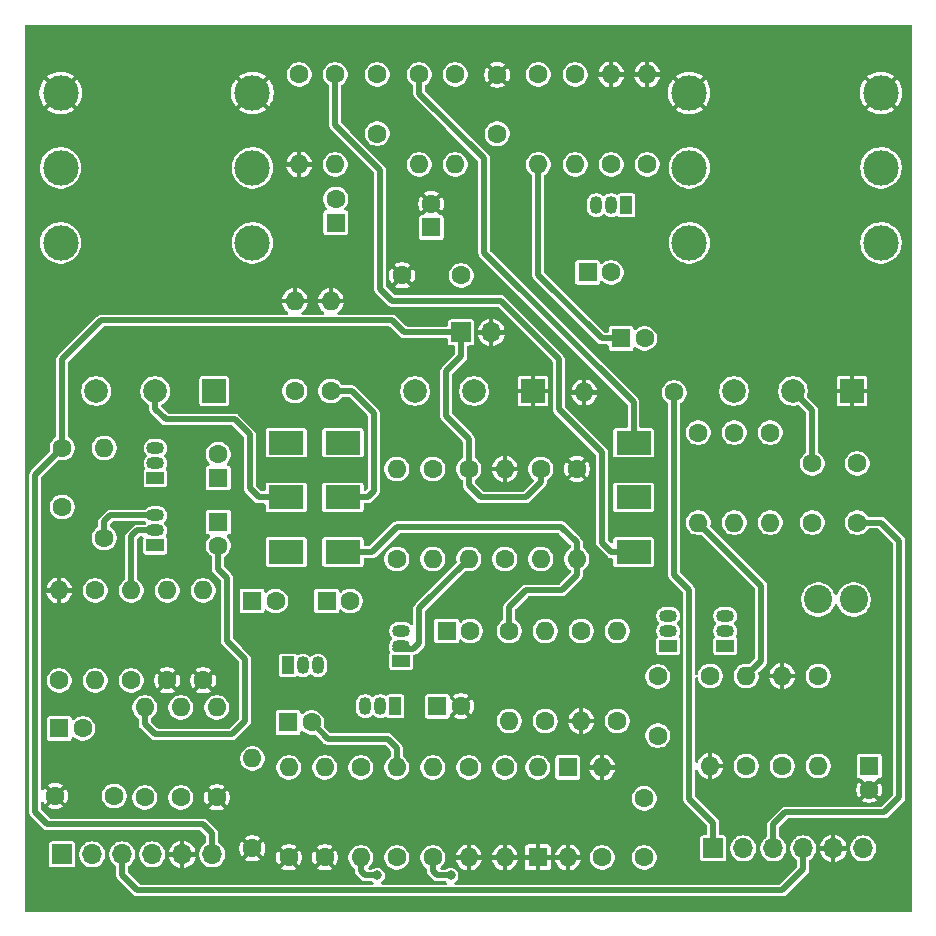
<source format=gbl>
%TF.GenerationSoftware,KiCad,Pcbnew,9.0.0*%
%TF.CreationDate,2025-04-03T11:11:53-03:00*%
%TF.ProjectId,FuzzWah,46757a7a-5761-4682-9e6b-696361645f70,rev?*%
%TF.SameCoordinates,Original*%
%TF.FileFunction,Copper,L2,Bot*%
%TF.FilePolarity,Positive*%
%FSLAX46Y46*%
G04 Gerber Fmt 4.6, Leading zero omitted, Abs format (unit mm)*
G04 Created by KiCad (PCBNEW 9.0.0) date 2025-04-03 11:11:53*
%MOMM*%
%LPD*%
G01*
G04 APERTURE LIST*
%TA.AperFunction,ComponentPad*%
%ADD10R,1.600000X1.600000*%
%TD*%
%TA.AperFunction,ComponentPad*%
%ADD11C,1.600000*%
%TD*%
%TA.AperFunction,ComponentPad*%
%ADD12O,1.600000X1.600000*%
%TD*%
%TA.AperFunction,ComponentPad*%
%ADD13R,1.500000X1.050000*%
%TD*%
%TA.AperFunction,ComponentPad*%
%ADD14O,1.500000X1.050000*%
%TD*%
%TA.AperFunction,ComponentPad*%
%ADD15R,1.050000X1.500000*%
%TD*%
%TA.AperFunction,ComponentPad*%
%ADD16O,1.050000X1.500000*%
%TD*%
%TA.AperFunction,ComponentPad*%
%ADD17C,3.000000*%
%TD*%
%TA.AperFunction,ComponentPad*%
%ADD18C,2.400000*%
%TD*%
%TA.AperFunction,ComponentPad*%
%ADD19R,1.700000X1.700000*%
%TD*%
%TA.AperFunction,ComponentPad*%
%ADD20O,1.700000X1.700000*%
%TD*%
%TA.AperFunction,ComponentPad*%
%ADD21R,3.000000X2.000000*%
%TD*%
%TA.AperFunction,ComponentPad*%
%ADD22R,2.000000X2.000000*%
%TD*%
%TA.AperFunction,ComponentPad*%
%ADD23C,2.000000*%
%TD*%
%TA.AperFunction,ViaPad*%
%ADD24C,0.800000*%
%TD*%
%TA.AperFunction,Conductor*%
%ADD25C,0.500000*%
%TD*%
%TA.AperFunction,Conductor*%
%ADD26C,0.250000*%
%TD*%
%TA.AperFunction,Profile*%
%ADD27C,0.100000*%
%TD*%
G04 APERTURE END LIST*
D10*
%TO.P,C6,1*%
%TO.N,Net-(Q3-C)*%
X72676000Y-91313000D03*
D11*
%TO.P,C6,2*%
%TO.N,OCTAVE_OUT*%
X74676000Y-91313000D03*
%TD*%
D10*
%TO.P,D2,1,K*%
%TO.N,Net-(D1-A)*%
X82931000Y-102870000D03*
D12*
%TO.P,D2,2,A*%
%TO.N,GND*%
X82931000Y-110490000D03*
%TD*%
D11*
%TO.P,R5,1*%
%TO.N,GND*%
X52070000Y-95504000D03*
D12*
%TO.P,R5,2*%
%TO.N,Net-(Q1-E)*%
X52070000Y-87884000D03*
%TD*%
D10*
%TO.P,C7,1*%
%TO.N,Net-(Q4-C)*%
X62516000Y-88773000D03*
D11*
%TO.P,C7,2*%
%TO.N,Net-(C7-Pad2)*%
X64516000Y-88773000D03*
%TD*%
%TO.P,C19,1*%
%TO.N,WAH_OUT*%
X107442000Y-82129000D03*
%TO.P,C19,2*%
%TO.N,Net-(Q7-C)*%
X107442000Y-77129000D03*
%TD*%
%TO.P,R21,1*%
%TO.N,Net-(Q5-B)*%
X74549000Y-102870000D03*
D12*
%TO.P,R21,2*%
%TO.N,GND*%
X74549000Y-110490000D03*
%TD*%
D11*
%TO.P,R13,1*%
%TO.N,VCC*%
X74549000Y-77597000D03*
D12*
%TO.P,R13,2*%
%TO.N,Net-(Q3-B)*%
X74549000Y-85217000D03*
%TD*%
D11*
%TO.P,R23,1*%
%TO.N,Net-(SW1-A)*%
X70358000Y-44196000D03*
D12*
%TO.P,R23,2*%
%TO.N,Net-(C13-Pad1)*%
X70358000Y-51816000D03*
%TD*%
D13*
%TO.P,Q3,1,E*%
%TO.N,Net-(Q3-E)*%
X68834000Y-93853000D03*
D14*
%TO.P,Q3,2,B*%
%TO.N,Net-(Q3-B)*%
X68834000Y-92583000D03*
%TO.P,Q3,3,C*%
%TO.N,Net-(Q3-C)*%
X68834000Y-91313000D03*
%TD*%
D11*
%TO.P,R22,1*%
%TO.N,Net-(C11-Pad2)*%
X73406000Y-44196000D03*
D12*
%TO.P,R22,2*%
%TO.N,Net-(C13-Pad1)*%
X73406000Y-51816000D03*
%TD*%
D11*
%TO.P,C18,1*%
%TO.N,Net-(C18-Pad1)*%
X90551000Y-100163000D03*
%TO.P,C18,2*%
%TO.N,Net-(Q8-E)*%
X90551000Y-95163000D03*
%TD*%
%TO.P,R30,1*%
%TO.N,TONE_OUT*%
X91948000Y-71120000D03*
D12*
%TO.P,R30,2*%
%TO.N,GND*%
X84328000Y-71120000D03*
%TD*%
D11*
%TO.P,R40,1*%
%TO.N,Net-(C17-Pad1)*%
X98044000Y-102743000D03*
D12*
%TO.P,R40,2*%
%TO.N,Net-(Q7-C)*%
X98044000Y-95123000D03*
%TD*%
D11*
%TO.P,R25,1*%
%TO.N,Net-(SW1-C)*%
X60198000Y-44196000D03*
D12*
%TO.P,R25,2*%
%TO.N,GND*%
X60198000Y-51816000D03*
%TD*%
D10*
%TO.P,C15,1*%
%TO.N,Net-(Q6-C)*%
X87436888Y-66548000D03*
D11*
%TO.P,C15,2*%
%TO.N,TONE_OUT*%
X89436888Y-66548000D03*
%TD*%
D10*
%TO.P,C14,1*%
%TO.N,Net-(C14-Pad1)*%
X84614000Y-60960000D03*
D11*
%TO.P,C14,2*%
%TO.N,Net-(Q6-B)*%
X86614000Y-60960000D03*
%TD*%
%TO.P,R104,1*%
%TO.N,TONE_IN*%
X62865000Y-71000000D03*
D12*
%TO.P,R104,2*%
%TO.N,GND*%
X62865000Y-63380000D03*
%TD*%
D13*
%TO.P,Q7,1,E*%
%TO.N,Net-(Q7-E)*%
X91440000Y-92583000D03*
D14*
%TO.P,Q7,2,B*%
%TO.N,Net-(Q7-B)*%
X91440000Y-91313000D03*
%TO.P,Q7,3,C*%
%TO.N,Net-(Q7-C)*%
X91440000Y-90043000D03*
%TD*%
D11*
%TO.P,R27,1*%
%TO.N,Net-(Q6-B)*%
X86614000Y-51816000D03*
D12*
%TO.P,R27,2*%
%TO.N,GND*%
X86614000Y-44196000D03*
%TD*%
D11*
%TO.P,R24,1*%
%TO.N,Net-(SW1-C)*%
X63246000Y-44196000D03*
D12*
%TO.P,R24,2*%
%TO.N,Net-(C11-Pad2)*%
X63246000Y-51816000D03*
%TD*%
D11*
%TO.P,R4,1*%
%TO.N,GND*%
X49022000Y-95504000D03*
D12*
%TO.P,R4,2*%
%TO.N,Net-(Q1-B)*%
X49022000Y-87884000D03*
%TD*%
D10*
%TO.P,C1,1*%
%TO.N,PREAMP_IN*%
X39878000Y-99568000D03*
D11*
%TO.P,C1,2*%
%TO.N,Net-(C1-Pad2)*%
X41878000Y-99568000D03*
%TD*%
%TO.P,R29,1*%
%TO.N,Net-(Q6-E)*%
X89662000Y-51816000D03*
D12*
%TO.P,R29,2*%
%TO.N,GND*%
X89662000Y-44196000D03*
%TD*%
D11*
%TO.P,C5,1*%
%TO.N,Net-(C5-Pad1)*%
X44537000Y-105283000D03*
%TO.P,C5,2*%
%TO.N,GND*%
X39537000Y-105283000D03*
%TD*%
%TO.P,R20,1*%
%TO.N,GND*%
X59309000Y-110490000D03*
D12*
%TO.P,R20,2*%
%TO.N,Net-(Q4-E)*%
X59309000Y-102870000D03*
%TD*%
D11*
%TO.P,R32,1*%
%TO.N,Net-(C16-Pad2)*%
X81026000Y-98933000D03*
D12*
%TO.P,R32,2*%
%TO.N,Net-(Q7-B)*%
X81026000Y-91313000D03*
%TD*%
D10*
%TO.P,C10,1*%
%TO.N,Net-(Q4-E)*%
X59242888Y-99060000D03*
D11*
%TO.P,C10,2*%
%TO.N,Net-(C10-Pad2)*%
X61242888Y-99060000D03*
%TD*%
%TO.P,R28,1*%
%TO.N,VCC*%
X80440000Y-44196000D03*
D12*
%TO.P,R28,2*%
%TO.N,Net-(Q6-C)*%
X80440000Y-51816000D03*
%TD*%
D10*
%TO.P,C17,1*%
%TO.N,Net-(C17-Pad1)*%
X108458000Y-102743000D03*
D11*
%TO.P,C17,2*%
%TO.N,GND*%
X108458000Y-104743000D03*
%TD*%
D13*
%TO.P,Q1,1,E*%
%TO.N,Net-(Q1-E)*%
X48006000Y-84074000D03*
D14*
%TO.P,Q1,2,B*%
%TO.N,Net-(Q1-B)*%
X48006000Y-82804000D03*
%TO.P,Q1,3,C*%
%TO.N,Net-(Q1-C)*%
X48006000Y-81534000D03*
%TD*%
D11*
%TO.P,R41,1*%
%TO.N,Net-(C18-Pad1)*%
X104140000Y-95123000D03*
D12*
%TO.P,R41,2*%
%TO.N,Net-(C17-Pad1)*%
X104140000Y-102743000D03*
%TD*%
D15*
%TO.P,Q4,1,E*%
%TO.N,Net-(Q4-E)*%
X59242888Y-94234000D03*
D16*
%TO.P,Q4,2,B*%
%TO.N,Net-(Q4-B)*%
X60512888Y-94234000D03*
%TO.P,Q4,3,C*%
%TO.N,Net-(Q4-C)*%
X61782888Y-94234000D03*
%TD*%
D11*
%TO.P,C16,1*%
%TO.N,WAH_IN*%
X89408000Y-110490000D03*
%TO.P,C16,2*%
%TO.N,Net-(C16-Pad2)*%
X89408000Y-105490000D03*
%TD*%
D10*
%TO.P,D1,1,K*%
%TO.N,GND*%
X80391000Y-110490000D03*
D12*
%TO.P,D1,2,A*%
%TO.N,Net-(D1-A)*%
X80391000Y-102870000D03*
%TD*%
D10*
%TO.P,C4,1*%
%TO.N,Net-(Q2-E)*%
X53350000Y-82090001D03*
D11*
%TO.P,C4,2*%
%TO.N,Net-(C4-Pad2)*%
X53350000Y-84090001D03*
%TD*%
%TO.P,R1,1*%
%TO.N,Net-(Q1-C)*%
X43688000Y-83438000D03*
D12*
%TO.P,R1,2*%
%TO.N,VCC*%
X43688000Y-75818000D03*
%TD*%
D11*
%TO.P,C20,1*%
%TO.N,Net-(Q8-B)*%
X103632000Y-82129000D03*
%TO.P,C20,2*%
%TO.N,Net-(C20-Pad2)*%
X103632000Y-77129000D03*
%TD*%
D17*
%TO.P,J3,R*%
%TO.N,unconnected-(J3-PadR)*%
X40000000Y-52100000D03*
%TO.P,J3,RN*%
%TO.N,unconnected-(J3-PadRN)*%
X56230000Y-52100000D03*
%TO.P,J3,S*%
%TO.N,GND*%
X40000000Y-45750000D03*
%TO.P,J3,SN*%
X56230000Y-45750000D03*
%TO.P,J3,T*%
%TO.N,INPUT*%
X40000000Y-58450000D03*
%TO.P,J3,TN*%
X56230000Y-58450000D03*
%TD*%
D13*
%TO.P,Q2,1,E*%
%TO.N,Net-(Q2-E)*%
X48016000Y-78358000D03*
D14*
%TO.P,Q2,2,B*%
%TO.N,Net-(Q1-C)*%
X48016000Y-77088000D03*
%TO.P,Q2,3,C*%
%TO.N,VCC*%
X48016000Y-75818000D03*
%TD*%
D11*
%TO.P,R7,1*%
%TO.N,GND*%
X53213000Y-105410000D03*
D12*
%TO.P,R7,2*%
%TO.N,Net-(Q2-E)*%
X53213000Y-97790000D03*
%TD*%
D11*
%TO.P,R37,1*%
%TO.N,Net-(Q8-E)*%
X94996000Y-95123000D03*
D12*
%TO.P,R37,2*%
%TO.N,GND*%
X94996000Y-102743000D03*
%TD*%
D18*
%TO.P,L1,1,1*%
%TO.N,Net-(C18-Pad1)*%
X104140000Y-88646000D03*
%TO.P,L1,2,2*%
%TO.N,Net-(C17-Pad1)*%
X107140000Y-88646000D03*
%TD*%
D11*
%TO.P,R11,1*%
%TO.N,Net-(Q4-B)*%
X65405000Y-102870000D03*
D12*
%TO.P,R11,2*%
%TO.N,VCC*%
X65405000Y-110490000D03*
%TD*%
D11*
%TO.P,R2,1*%
%TO.N,Net-(Q1-B)*%
X42926000Y-87884000D03*
D12*
%TO.P,R2,2*%
%TO.N,Net-(C1-Pad2)*%
X42926000Y-95504000D03*
%TD*%
D10*
%TO.P,C9,1*%
%TO.N,OCTAVE_IN*%
X56194888Y-88773000D03*
D11*
%TO.P,C9,2*%
%TO.N,Net-(Q4-B)*%
X58194888Y-88773000D03*
%TD*%
%TO.P,R6,1*%
%TO.N,Net-(C5-Pad1)*%
X50165000Y-105410000D03*
D12*
%TO.P,R6,2*%
%TO.N,Net-(Q2-E)*%
X50165000Y-97790000D03*
%TD*%
D10*
%TO.P,C11,1*%
%TO.N,TONE_IN*%
X63296800Y-56733513D03*
D11*
%TO.P,C11,2*%
%TO.N,Net-(C11-Pad2)*%
X63296800Y-54733513D03*
%TD*%
%TO.P,C8,1*%
%TO.N,VCC*%
X73909000Y-61214000D03*
%TO.P,C8,2*%
%TO.N,GND*%
X68909000Y-61214000D03*
%TD*%
D10*
%TO.P,C21,1*%
%TO.N,Net-(Q3-E)*%
X71882000Y-97684000D03*
D11*
%TO.P,C21,2*%
%TO.N,GND*%
X73882000Y-97684000D03*
%TD*%
D13*
%TO.P,Q8,1,E*%
%TO.N,Net-(Q8-E)*%
X96266000Y-92583000D03*
D14*
%TO.P,Q8,2,B*%
%TO.N,Net-(Q8-B)*%
X96266000Y-91313000D03*
%TO.P,Q8,3,C*%
%TO.N,Net-(Q8-C)*%
X96266000Y-90043000D03*
%TD*%
D11*
%TO.P,R102,1*%
%TO.N,GND*%
X56235600Y-109728000D03*
D12*
%TO.P,R102,2*%
%TO.N,OCTAVE_IN*%
X56235600Y-102108000D03*
%TD*%
D11*
%TO.P,R10,1*%
%TO.N,VCC*%
X80645000Y-77597000D03*
D12*
%TO.P,R10,2*%
%TO.N,Net-(Q3-C)*%
X80645000Y-85217000D03*
%TD*%
D19*
%TO.P,J5,1,Pin_1*%
%TO.N,VCC*%
X73914000Y-66040000D03*
D20*
%TO.P,J5,2,Pin_2*%
%TO.N,GND*%
X76454000Y-66040000D03*
%TD*%
D11*
%TO.P,R9,1*%
%TO.N,Net-(R9-Pad1)*%
X59817000Y-71000000D03*
D12*
%TO.P,R9,2*%
%TO.N,GND*%
X59817000Y-63380000D03*
%TD*%
D11*
%TO.P,R3,1*%
%TO.N,Net-(C5-Pad1)*%
X45974000Y-95504000D03*
D12*
%TO.P,R3,2*%
%TO.N,Net-(Q1-B)*%
X45974000Y-87884000D03*
%TD*%
D11*
%TO.P,R34,1*%
%TO.N,Net-(C17-Pad1)*%
X101092000Y-102743000D03*
D12*
%TO.P,R34,2*%
%TO.N,GND*%
X101092000Y-95123000D03*
%TD*%
D11*
%TO.P,R39,1*%
%TO.N,Net-(Q7-C)*%
X100076000Y-74509000D03*
D12*
%TO.P,R39,2*%
%TO.N,Net-(Q8-B)*%
X100076000Y-82129000D03*
%TD*%
D10*
%TO.P,C3,1*%
%TO.N,Net-(Q2-E)*%
X53340000Y-78358000D03*
D11*
%TO.P,C3,2*%
%TO.N,Net-(C3-Pad2)*%
X53340000Y-76358000D03*
%TD*%
%TO.P,C12,1*%
%TO.N,Net-(C11-Pad2)*%
X66802000Y-49196000D03*
%TO.P,C12,2*%
%TO.N,Net-(SW1-A)*%
X66802000Y-44196000D03*
%TD*%
%TO.P,C13,1*%
%TO.N,Net-(C13-Pad1)*%
X76962000Y-49207000D03*
%TO.P,C13,2*%
%TO.N,GND*%
X76962000Y-44207000D03*
%TD*%
%TO.P,R17,1*%
%TO.N,VCC*%
X71501000Y-110490000D03*
D12*
%TO.P,R17,2*%
%TO.N,Net-(Q5-B)*%
X71501000Y-102870000D03*
%TD*%
D10*
%TO.P,C22,1*%
%TO.N,VCC*%
X71374000Y-57150000D03*
D11*
%TO.P,C22,2*%
%TO.N,GND*%
X71374000Y-55150000D03*
%TD*%
%TO.P,R33,1*%
%TO.N,Net-(C18-Pad1)*%
X87122000Y-98933000D03*
D12*
%TO.P,R33,2*%
%TO.N,Net-(Q7-B)*%
X87122000Y-91313000D03*
%TD*%
D11*
%TO.P,R101,1*%
%TO.N,PREAMP_IN*%
X39878000Y-95504000D03*
D12*
%TO.P,R101,2*%
%TO.N,GND*%
X39878000Y-87884000D03*
%TD*%
D11*
%TO.P,R105,1*%
%TO.N,OCTAVE_OUT*%
X77978000Y-91313000D03*
D12*
%TO.P,R105,2*%
%TO.N,Net-(D1-A)*%
X77978000Y-98933000D03*
%TD*%
D11*
%TO.P,R18,1*%
%TO.N,Net-(Q5-B)*%
X68453000Y-110490000D03*
D12*
%TO.P,R18,2*%
%TO.N,Net-(C10-Pad2)*%
X68453000Y-102870000D03*
%TD*%
D15*
%TO.P,Q5,1,E*%
%TO.N,Net-(Q3-E)*%
X68326000Y-97684000D03*
D16*
%TO.P,Q5,2,B*%
%TO.N,Net-(Q5-B)*%
X67056000Y-97684000D03*
%TO.P,Q5,3,C*%
%TO.N,Net-(Q3-C)*%
X65786000Y-97684000D03*
%TD*%
D11*
%TO.P,R38,1*%
%TO.N,VCC*%
X97028000Y-74509000D03*
D12*
%TO.P,R38,2*%
%TO.N,Net-(Q8-C)*%
X97028000Y-82129000D03*
%TD*%
D11*
%TO.P,R15,1*%
%TO.N,Net-(Q3-B)*%
X77597000Y-85217000D03*
D12*
%TO.P,R15,2*%
%TO.N,GND*%
X77597000Y-77597000D03*
%TD*%
D17*
%TO.P,J4,R*%
%TO.N,unconnected-(J4-PadR)*%
X93218000Y-52100000D03*
%TO.P,J4,RN*%
%TO.N,unconnected-(J4-PadRN)*%
X109448000Y-52100000D03*
%TO.P,J4,S*%
%TO.N,GND*%
X93218000Y-45750000D03*
%TO.P,J4,SN*%
X109448000Y-45750000D03*
%TO.P,J4,T*%
%TO.N,OUTPUT*%
X93218000Y-58450000D03*
%TO.P,J4,TN*%
X109448000Y-58450000D03*
%TD*%
D11*
%TO.P,C2,1*%
%TO.N,VCC*%
X40132000Y-75818000D03*
%TO.P,C2,2*%
%TO.N,Net-(Q1-C)*%
X40132000Y-80818000D03*
%TD*%
%TO.P,R12,1*%
%TO.N,Net-(Q4-C)*%
X68453000Y-85217000D03*
D12*
%TO.P,R12,2*%
%TO.N,VCC*%
X68453000Y-77597000D03*
%TD*%
D11*
%TO.P,R26,1*%
%TO.N,VCC*%
X83566000Y-44196000D03*
D12*
%TO.P,R26,2*%
%TO.N,Net-(Q6-B)*%
X83566000Y-51816000D03*
%TD*%
D11*
%TO.P,R36,1*%
%TO.N,VCC*%
X93980000Y-74509000D03*
D12*
%TO.P,R36,2*%
%TO.N,Net-(Q7-C)*%
X93980000Y-82129000D03*
%TD*%
D11*
%TO.P,R35,1*%
%TO.N,Net-(Q7-E)*%
X84074000Y-91313000D03*
D12*
%TO.P,R35,2*%
%TO.N,GND*%
X84074000Y-98933000D03*
%TD*%
D11*
%TO.P,R16,1*%
%TO.N,Net-(Q3-E)*%
X77597000Y-102870000D03*
D12*
%TO.P,R16,2*%
%TO.N,GND*%
X77597000Y-110490000D03*
%TD*%
D11*
%TO.P,R19,1*%
%TO.N,GND*%
X62357000Y-110490000D03*
D12*
%TO.P,R19,2*%
%TO.N,Net-(Q4-B)*%
X62357000Y-102870000D03*
%TD*%
D11*
%TO.P,R103,1*%
%TO.N,GND*%
X83693000Y-77597000D03*
D12*
%TO.P,R103,2*%
%TO.N,OCTAVE_OUT*%
X83693000Y-85217000D03*
%TD*%
D15*
%TO.P,Q6,1,E*%
%TO.N,Net-(Q6-E)*%
X87884000Y-55266000D03*
D16*
%TO.P,Q6,2,B*%
%TO.N,Net-(Q6-B)*%
X86614000Y-55266000D03*
%TO.P,Q6,3,C*%
%TO.N,Net-(Q6-C)*%
X85344000Y-55266000D03*
%TD*%
D11*
%TO.P,R31,1*%
%TO.N,WAH_IN*%
X85852000Y-110490000D03*
D12*
%TO.P,R31,2*%
%TO.N,GND*%
X85852000Y-102870000D03*
%TD*%
D11*
%TO.P,R14,1*%
%TO.N,Net-(Q3-B)*%
X71501000Y-77597000D03*
D12*
%TO.P,R14,2*%
%TO.N,Net-(C7-Pad2)*%
X71501000Y-85217000D03*
%TD*%
D11*
%TO.P,R8,1*%
%TO.N,Net-(C5-Pad1)*%
X47117000Y-105410000D03*
D12*
%TO.P,R8,2*%
%TO.N,Net-(C4-Pad2)*%
X47117000Y-97790000D03*
%TD*%
D21*
%TO.P,SW2,1,A*%
%TO.N,OCTAVE_OUT*%
X63900000Y-84630000D03*
%TO.P,SW2,2,B*%
%TO.N,TONE_IN*%
X63900000Y-80000000D03*
%TO.P,SW2,3,C*%
%TO.N,Net-(SW2A-C)*%
X63900000Y-75370000D03*
%TO.P,SW2,4,A*%
%TO.N,OCTAVE_IN*%
X59100000Y-84630000D03*
%TO.P,SW2,5,B*%
%TO.N,PREAMP_OUT*%
X59100000Y-80000000D03*
%TO.P,SW2,6,C*%
%TO.N,Net-(SW2A-C)*%
X59100000Y-75370000D03*
%TD*%
D22*
%TO.P,RV3,1,1*%
%TO.N,GND*%
X107000000Y-71000000D03*
D23*
%TO.P,RV3,2,2*%
%TO.N,Net-(C20-Pad2)*%
X102000000Y-71000000D03*
%TO.P,RV3,3,3*%
%TO.N,WAH_OUT*%
X97000000Y-71000000D03*
%TD*%
D22*
%TO.P,RV2,1,1*%
%TO.N,GND*%
X80000000Y-71000000D03*
D23*
%TO.P,RV2,2,2*%
%TO.N,Net-(C14-Pad1)*%
X75000000Y-71000000D03*
%TO.P,RV2,3,3*%
%TO.N,Net-(SW1-B)*%
X70000000Y-71000000D03*
%TD*%
D19*
%TO.P,J1,1,Pin_1*%
%TO.N,INPUT*%
X40132000Y-110236000D03*
D20*
%TO.P,J1,2,Pin_2*%
%TO.N,PREAMP_IN*%
X42672000Y-110236000D03*
%TO.P,J1,3,Pin_3*%
%TO.N,FX_OUT*%
X45212000Y-110236000D03*
%TO.P,J1,4,Pin_4*%
%TO.N,OUTPUT*%
X47752000Y-110236000D03*
%TO.P,J1,5,Pin_5*%
%TO.N,GND*%
X50292000Y-110236000D03*
%TO.P,J1,6,Pin_6*%
%TO.N,VCC*%
X52832000Y-110236000D03*
%TD*%
D19*
%TO.P,J2,1,Pin_1*%
%TO.N,TONE_OUT*%
X95250000Y-109728000D03*
D20*
%TO.P,J2,2,Pin_2*%
%TO.N,WAH_IN*%
X97790000Y-109728000D03*
%TO.P,J2,3,Pin_3*%
%TO.N,WAH_OUT*%
X100330000Y-109728000D03*
%TO.P,J2,4,Pin_4*%
%TO.N,FX_OUT*%
X102870000Y-109728000D03*
%TO.P,J2,5,Pin_5*%
%TO.N,GND*%
X105410000Y-109728000D03*
%TO.P,J2,6,Pin_6*%
%TO.N,VCC*%
X107950000Y-109728000D03*
%TD*%
D22*
%TO.P,RV1,1,1*%
%TO.N,Net-(R9-Pad1)*%
X53000000Y-71000000D03*
D23*
%TO.P,RV1,2,2*%
%TO.N,PREAMP_OUT*%
X48000000Y-71000000D03*
%TO.P,RV1,3,3*%
%TO.N,Net-(C3-Pad2)*%
X43000000Y-71000000D03*
%TD*%
D21*
%TO.P,SW1,1,C*%
%TO.N,Net-(SW1-C)*%
X88500000Y-84630000D03*
%TO.P,SW1,2,B*%
%TO.N,Net-(SW1-B)*%
X88500000Y-80000000D03*
%TO.P,SW1,3,A*%
%TO.N,Net-(SW1-A)*%
X88500000Y-75370000D03*
%TD*%
D24*
%TO.N,VCC*%
X66802000Y-112014000D03*
X73025000Y-112014000D03*
%TD*%
D25*
%TO.N,VCC*%
X65786000Y-112014000D02*
X65405000Y-111633000D01*
X43434000Y-65024000D02*
X68072000Y-65024000D01*
X40132000Y-75818000D02*
X40132000Y-68326000D01*
X52070000Y-107696000D02*
X38862000Y-107696000D01*
X75565000Y-80010000D02*
X79375000Y-80010000D01*
X72644000Y-69342000D02*
X72644000Y-73152000D01*
X37846000Y-78104000D02*
X40132000Y-75818000D01*
X80645000Y-78740000D02*
X80645000Y-77597000D01*
X66802000Y-112014000D02*
X65786000Y-112014000D01*
X37846000Y-106680000D02*
X37846000Y-78104000D01*
X73914000Y-68072000D02*
X72644000Y-69342000D01*
X74549000Y-75057000D02*
X74549000Y-78994000D01*
X69088000Y-66040000D02*
X73914000Y-66040000D01*
X52832000Y-108458000D02*
X52070000Y-107696000D01*
X79375000Y-80010000D02*
X80645000Y-78740000D01*
X38862000Y-107696000D02*
X37846000Y-106680000D01*
X40132000Y-68326000D02*
X43434000Y-65024000D01*
X52832000Y-110236000D02*
X52832000Y-108458000D01*
X73914000Y-66040000D02*
X73914000Y-68072000D01*
X68072000Y-65024000D02*
X69088000Y-66040000D01*
X73025000Y-112014000D02*
X71882000Y-112014000D01*
X71501000Y-111633000D02*
X71501000Y-110490000D01*
X74549000Y-78994000D02*
X75565000Y-80010000D01*
X71882000Y-112014000D02*
X71501000Y-111633000D01*
X72644000Y-73152000D02*
X74549000Y-75057000D01*
X65405000Y-111633000D02*
X65405000Y-110490000D01*
%TO.N,Net-(Q1-C)*%
X44196000Y-81534000D02*
X48006000Y-81534000D01*
X43688000Y-82042000D02*
X44196000Y-81534000D01*
X43688000Y-83438000D02*
X43688000Y-82042000D01*
%TO.N,Net-(C4-Pad2)*%
X53340000Y-84100001D02*
X53340000Y-86106000D01*
X54483000Y-100076000D02*
X48006000Y-100076000D01*
X54102000Y-92202000D02*
X55626000Y-93726000D01*
X54102000Y-86868000D02*
X54102000Y-92202000D01*
X48006000Y-100076000D02*
X47117000Y-99187000D01*
X53340000Y-86106000D02*
X54102000Y-86868000D01*
X55626000Y-98933000D02*
X54483000Y-100076000D01*
X55626000Y-93726000D02*
X55626000Y-98933000D01*
X53350000Y-84090001D02*
X53340000Y-84100001D01*
X47117000Y-99187000D02*
X47117000Y-97790000D01*
%TO.N,OCTAVE_OUT*%
X82396200Y-82523200D02*
X83693000Y-83820000D01*
X77978000Y-89281000D02*
X77978000Y-91313000D01*
X63900000Y-84630000D02*
X66370000Y-84630000D01*
X79375000Y-87884000D02*
X77978000Y-89281000D01*
X68476800Y-82523200D02*
X82396200Y-82523200D01*
X83693000Y-86614000D02*
X82423000Y-87884000D01*
X82423000Y-87884000D02*
X79375000Y-87884000D01*
X83693000Y-83820000D02*
X83693000Y-86614000D01*
X66370000Y-84630000D02*
X68476800Y-82523200D01*
%TO.N,Net-(C10-Pad2)*%
X67691000Y-100457000D02*
X68453000Y-101219000D01*
X68453000Y-101219000D02*
X68453000Y-102870000D01*
X61242888Y-99060000D02*
X62639888Y-100457000D01*
X62639888Y-100457000D02*
X67691000Y-100457000D01*
%TO.N,TONE_IN*%
X66500000Y-79500000D02*
X66500000Y-72850000D01*
X63900000Y-80000000D02*
X66000000Y-80000000D01*
X66500000Y-72850000D02*
X64650000Y-71000000D01*
X62865000Y-71000000D02*
X62872000Y-71000000D01*
X64650000Y-71000000D02*
X62865000Y-71000000D01*
X66000000Y-80000000D02*
X66500000Y-79500000D01*
%TO.N,Net-(SW1-A)*%
X70358000Y-45821600D02*
X75844400Y-51308000D01*
X70358000Y-44196000D02*
X70358000Y-45821600D01*
X88500000Y-71939200D02*
X88500000Y-75370000D01*
X75844400Y-51308000D02*
X75844400Y-59283600D01*
X75844400Y-59283600D02*
X88500000Y-71939200D01*
%TO.N,Net-(Q6-C)*%
X80440000Y-61186800D02*
X80440000Y-51816000D01*
X85801200Y-66548000D02*
X80440000Y-61186800D01*
X87436888Y-66548000D02*
X85801200Y-66548000D01*
%TO.N,TONE_OUT*%
X93218000Y-87884000D02*
X93218000Y-105537000D01*
X91948000Y-71120000D02*
X91948000Y-86614000D01*
X93218000Y-105537000D02*
X95250000Y-107569000D01*
X91948000Y-86614000D02*
X93218000Y-87884000D01*
X95250000Y-107569000D02*
X95250000Y-109728000D01*
%TO.N,WAH_OUT*%
X100330000Y-107696000D02*
X100330000Y-109728000D01*
X110998000Y-105410000D02*
X109728000Y-106680000D01*
X109434000Y-82129000D02*
X110998000Y-83693000D01*
X109728000Y-106680000D02*
X101346000Y-106680000D01*
X110998000Y-83693000D02*
X110998000Y-105410000D01*
X101346000Y-106680000D02*
X100330000Y-107696000D01*
X107442000Y-82129000D02*
X109434000Y-82129000D01*
%TO.N,Net-(Q7-C)*%
X99314000Y-87463000D02*
X99314000Y-93853000D01*
X93980000Y-82129000D02*
X99314000Y-87463000D01*
X99314000Y-93853000D02*
X98044000Y-95123000D01*
%TO.N,Net-(C20-Pad2)*%
X102000000Y-71000000D02*
X103632000Y-72632000D01*
X103632000Y-72632000D02*
X103632000Y-77129000D01*
%TO.N,FX_OUT*%
X45212000Y-110236000D02*
X45212000Y-112014000D01*
X46482000Y-113284000D02*
X101092000Y-113284000D01*
X45212000Y-112014000D02*
X46482000Y-113284000D01*
X102870000Y-111506000D02*
X102870000Y-109728000D01*
X101092000Y-113284000D02*
X102870000Y-111506000D01*
%TO.N,Net-(Q1-B)*%
X46482000Y-82804000D02*
X48006000Y-82804000D01*
X45974000Y-83312000D02*
X46482000Y-82804000D01*
X45974000Y-87884000D02*
X45974000Y-83312000D01*
%TO.N,Net-(Q3-B)*%
X74549000Y-85217000D02*
X70358000Y-89408000D01*
X69850000Y-92837000D02*
X68326000Y-92837000D01*
X70358000Y-89408000D02*
X70358000Y-92329000D01*
X70358000Y-92329000D02*
X69850000Y-92837000D01*
D26*
%TO.N,Net-(R9-Pad1)*%
X59810000Y-71000000D02*
X59817000Y-70993000D01*
D25*
%TO.N,Net-(SW1-C)*%
X85852000Y-83852000D02*
X86630000Y-84630000D01*
X82169000Y-68300600D02*
X82169000Y-72517000D01*
X67056000Y-62357000D02*
X68072000Y-63373000D01*
X85852000Y-76200000D02*
X85852000Y-83852000D01*
X77241400Y-63373000D02*
X82169000Y-68300600D01*
X68072000Y-63373000D02*
X77241400Y-63373000D01*
X86630000Y-84630000D02*
X88500000Y-84630000D01*
X67056000Y-52324000D02*
X67056000Y-62357000D01*
X82169000Y-72517000D02*
X85852000Y-76200000D01*
X63246000Y-48514000D02*
X67056000Y-52324000D01*
X63246000Y-44196000D02*
X63246000Y-48514000D01*
%TO.N,PREAMP_OUT*%
X56007000Y-79248000D02*
X56759000Y-80000000D01*
X56759000Y-80000000D02*
X59100000Y-80000000D01*
X48895000Y-73406000D02*
X54737000Y-73406000D01*
X54737000Y-73406000D02*
X56007000Y-74676000D01*
X48000000Y-71000000D02*
X48000000Y-72511000D01*
X56007000Y-74676000D02*
X56007000Y-79248000D01*
X48000000Y-72511000D02*
X48895000Y-73406000D01*
%TD*%
%TA.AperFunction,Conductor*%
%TO.N,GND*%
G36*
X111942539Y-40020185D02*
G01*
X111988294Y-40072989D01*
X111999500Y-40124500D01*
X111999500Y-114875500D01*
X111979815Y-114942539D01*
X111927011Y-114988294D01*
X111875500Y-114999500D01*
X37124500Y-114999500D01*
X37057461Y-114979815D01*
X37011706Y-114927011D01*
X37000500Y-114875500D01*
X37000500Y-109361321D01*
X39031500Y-109361321D01*
X39031500Y-111110678D01*
X39046032Y-111183735D01*
X39046033Y-111183739D01*
X39046034Y-111183740D01*
X39101399Y-111266601D01*
X39172881Y-111314363D01*
X39184260Y-111321966D01*
X39184264Y-111321967D01*
X39257321Y-111336499D01*
X39257324Y-111336500D01*
X39257326Y-111336500D01*
X41006676Y-111336500D01*
X41006677Y-111336499D01*
X41079740Y-111321966D01*
X41162601Y-111266601D01*
X41217966Y-111183740D01*
X41232500Y-111110674D01*
X41232500Y-110149389D01*
X41571500Y-110149389D01*
X41571500Y-110322611D01*
X41572787Y-110330734D01*
X41598597Y-110493697D01*
X41598597Y-110493699D01*
X41598598Y-110493701D01*
X41652127Y-110658445D01*
X41730768Y-110812788D01*
X41832586Y-110952928D01*
X41955072Y-111075414D01*
X42095212Y-111177232D01*
X42249555Y-111255873D01*
X42414299Y-111309402D01*
X42585389Y-111336500D01*
X42585390Y-111336500D01*
X42758610Y-111336500D01*
X42758611Y-111336500D01*
X42929701Y-111309402D01*
X43094445Y-111255873D01*
X43248788Y-111177232D01*
X43388928Y-111075414D01*
X43511414Y-110952928D01*
X43613232Y-110812788D01*
X43691873Y-110658445D01*
X43745402Y-110493701D01*
X43772500Y-110322611D01*
X43772500Y-110149389D01*
X44111500Y-110149389D01*
X44111500Y-110322611D01*
X44112787Y-110330734D01*
X44138597Y-110493697D01*
X44138597Y-110493699D01*
X44138598Y-110493701D01*
X44192127Y-110658445D01*
X44270768Y-110812788D01*
X44372586Y-110952928D01*
X44495072Y-111075414D01*
X44635212Y-111177232D01*
X44643793Y-111181604D01*
X44694589Y-111229575D01*
X44711500Y-111292089D01*
X44711500Y-112079891D01*
X44745608Y-112207187D01*
X44778554Y-112264250D01*
X44811500Y-112321314D01*
X44811501Y-112321315D01*
X44811502Y-112321316D01*
X46077159Y-113586972D01*
X46077169Y-113586983D01*
X46081499Y-113591313D01*
X46081500Y-113591314D01*
X46174686Y-113684500D01*
X46288814Y-113750392D01*
X46416107Y-113784500D01*
X46416108Y-113784500D01*
X46416109Y-113784500D01*
X101157890Y-113784500D01*
X101157892Y-113784500D01*
X101285186Y-113750392D01*
X101399314Y-113684500D01*
X103270500Y-111813314D01*
X103336392Y-111699186D01*
X103370500Y-111571892D01*
X103370500Y-111440107D01*
X103370500Y-110784089D01*
X103390185Y-110717050D01*
X103438206Y-110673604D01*
X103446788Y-110669232D01*
X103586928Y-110567414D01*
X103709414Y-110444928D01*
X103811232Y-110304788D01*
X103889873Y-110150445D01*
X103943402Y-109985701D01*
X103970500Y-109814611D01*
X103970500Y-109641389D01*
X103956501Y-109553000D01*
X104273382Y-109553000D01*
X104939254Y-109553000D01*
X104910000Y-109662174D01*
X104910000Y-109793826D01*
X104939254Y-109903000D01*
X104273382Y-109903000D01*
X104288317Y-109997295D01*
X104288317Y-109997296D01*
X104344251Y-110169444D01*
X104344252Y-110169447D01*
X104426434Y-110330734D01*
X104532823Y-110477169D01*
X104660830Y-110605176D01*
X104807265Y-110711565D01*
X104968552Y-110793747D01*
X104968555Y-110793748D01*
X105140705Y-110849682D01*
X105235000Y-110864617D01*
X105235000Y-110198746D01*
X105344174Y-110228000D01*
X105475826Y-110228000D01*
X105585000Y-110198746D01*
X105585000Y-110864616D01*
X105679292Y-110849682D01*
X105679295Y-110849682D01*
X105851444Y-110793748D01*
X105851447Y-110793747D01*
X106012734Y-110711565D01*
X106159169Y-110605176D01*
X106287176Y-110477169D01*
X106393565Y-110330734D01*
X106475747Y-110169447D01*
X106475748Y-110169444D01*
X106531682Y-109997296D01*
X106531682Y-109997295D01*
X106546618Y-109903000D01*
X105880746Y-109903000D01*
X105910000Y-109793826D01*
X105910000Y-109662174D01*
X105904431Y-109641389D01*
X106849500Y-109641389D01*
X106849500Y-109814611D01*
X106854557Y-109846538D01*
X106875425Y-109978299D01*
X106876598Y-109985701D01*
X106930127Y-110150445D01*
X107008768Y-110304788D01*
X107110586Y-110444928D01*
X107233072Y-110567414D01*
X107373212Y-110669232D01*
X107527555Y-110747873D01*
X107692299Y-110801402D01*
X107863389Y-110828500D01*
X107863390Y-110828500D01*
X108036610Y-110828500D01*
X108036611Y-110828500D01*
X108207701Y-110801402D01*
X108372445Y-110747873D01*
X108526788Y-110669232D01*
X108666928Y-110567414D01*
X108789414Y-110444928D01*
X108891232Y-110304788D01*
X108969873Y-110150445D01*
X109023402Y-109985701D01*
X109050500Y-109814611D01*
X109050500Y-109641389D01*
X109023402Y-109470299D01*
X108969873Y-109305555D01*
X108891232Y-109151212D01*
X108789414Y-109011072D01*
X108666928Y-108888586D01*
X108526788Y-108786768D01*
X108372445Y-108708127D01*
X108207701Y-108654598D01*
X108207699Y-108654597D01*
X108207698Y-108654597D01*
X108076271Y-108633781D01*
X108036611Y-108627500D01*
X107863389Y-108627500D01*
X107823728Y-108633781D01*
X107692302Y-108654597D01*
X107527552Y-108708128D01*
X107373211Y-108786768D01*
X107304981Y-108836341D01*
X107233072Y-108888586D01*
X107233070Y-108888588D01*
X107233069Y-108888588D01*
X107110588Y-109011069D01*
X107110588Y-109011070D01*
X107110586Y-109011072D01*
X107066859Y-109071256D01*
X107008768Y-109151211D01*
X106930128Y-109305552D01*
X106876597Y-109470302D01*
X106863499Y-109553000D01*
X106849500Y-109641389D01*
X105904431Y-109641389D01*
X105880746Y-109553000D01*
X106546618Y-109553000D01*
X106531682Y-109458704D01*
X106531682Y-109458703D01*
X106475748Y-109286555D01*
X106475747Y-109286552D01*
X106393565Y-109125265D01*
X106287176Y-108978830D01*
X106159169Y-108850823D01*
X106012734Y-108744434D01*
X105851447Y-108662252D01*
X105851444Y-108662251D01*
X105679295Y-108606317D01*
X105585000Y-108591382D01*
X105585000Y-109257253D01*
X105475826Y-109228000D01*
X105344174Y-109228000D01*
X105235000Y-109257253D01*
X105235000Y-108591382D01*
X105140704Y-108606317D01*
X105140703Y-108606317D01*
X104968555Y-108662251D01*
X104968552Y-108662252D01*
X104807265Y-108744434D01*
X104660830Y-108850823D01*
X104532823Y-108978830D01*
X104426434Y-109125265D01*
X104344252Y-109286552D01*
X104344251Y-109286555D01*
X104288317Y-109458703D01*
X104288317Y-109458704D01*
X104273382Y-109553000D01*
X103956501Y-109553000D01*
X103943402Y-109470299D01*
X103889873Y-109305555D01*
X103811232Y-109151212D01*
X103709414Y-109011072D01*
X103586928Y-108888586D01*
X103446788Y-108786768D01*
X103292445Y-108708127D01*
X103127701Y-108654598D01*
X103127699Y-108654597D01*
X103127698Y-108654597D01*
X102996271Y-108633781D01*
X102956611Y-108627500D01*
X102783389Y-108627500D01*
X102743728Y-108633781D01*
X102612302Y-108654597D01*
X102447552Y-108708128D01*
X102293211Y-108786768D01*
X102224981Y-108836341D01*
X102153072Y-108888586D01*
X102153070Y-108888588D01*
X102153069Y-108888588D01*
X102030588Y-109011069D01*
X102030588Y-109011070D01*
X102030586Y-109011072D01*
X101986859Y-109071256D01*
X101928768Y-109151211D01*
X101850128Y-109305552D01*
X101796597Y-109470302D01*
X101783499Y-109553000D01*
X101769500Y-109641389D01*
X101769500Y-109814611D01*
X101774557Y-109846538D01*
X101795425Y-109978299D01*
X101796598Y-109985701D01*
X101850127Y-110150445D01*
X101928768Y-110304788D01*
X102030586Y-110444928D01*
X102153072Y-110567414D01*
X102293212Y-110669232D01*
X102301793Y-110673604D01*
X102352589Y-110721575D01*
X102369500Y-110784089D01*
X102369500Y-111247324D01*
X102349815Y-111314363D01*
X102333181Y-111335005D01*
X100921005Y-112747181D01*
X100859682Y-112780666D01*
X100833324Y-112783500D01*
X73453004Y-112783500D01*
X73385965Y-112763815D01*
X73340210Y-112711011D01*
X73330266Y-112641853D01*
X73359291Y-112578297D01*
X73384113Y-112556398D01*
X73418133Y-112533666D01*
X73439669Y-112519276D01*
X73530276Y-112428669D01*
X73601465Y-112322127D01*
X73650501Y-112203744D01*
X73658682Y-112162615D01*
X73675500Y-112078071D01*
X73675500Y-111949928D01*
X73650502Y-111824261D01*
X73650501Y-111824260D01*
X73650501Y-111824256D01*
X73601465Y-111705873D01*
X73601464Y-111705872D01*
X73601461Y-111705866D01*
X73530276Y-111599331D01*
X73530273Y-111599327D01*
X73439672Y-111508726D01*
X73439668Y-111508723D01*
X73333133Y-111437538D01*
X73333124Y-111437533D01*
X73214744Y-111388499D01*
X73214738Y-111388497D01*
X73089071Y-111363500D01*
X73089069Y-111363500D01*
X72960931Y-111363500D01*
X72960929Y-111363500D01*
X72835261Y-111388497D01*
X72835255Y-111388499D01*
X72716875Y-111437533D01*
X72716866Y-111437538D01*
X72634459Y-111492602D01*
X72567782Y-111513480D01*
X72565568Y-111513500D01*
X72262495Y-111513500D01*
X72195456Y-111493815D01*
X72149701Y-111441011D01*
X72139757Y-111371853D01*
X72168782Y-111308297D01*
X72174814Y-111301819D01*
X72316974Y-111159658D01*
X72316975Y-111159657D01*
X72316977Y-111159655D01*
X72431941Y-110987598D01*
X72511130Y-110796420D01*
X72528009Y-110711565D01*
X72549456Y-110603746D01*
X72551499Y-110593468D01*
X72551500Y-110593466D01*
X72551500Y-110386534D01*
X72551499Y-110386531D01*
X72549455Y-110376250D01*
X72549455Y-110376249D01*
X72537272Y-110315000D01*
X73463006Y-110315000D01*
X74188156Y-110315000D01*
X74176259Y-110335606D01*
X74149000Y-110437339D01*
X74149000Y-110542661D01*
X74176259Y-110644394D01*
X74188156Y-110665000D01*
X73463006Y-110665000D01*
X73476085Y-110747584D01*
X73529591Y-110912255D01*
X73608195Y-111066524D01*
X73709967Y-111206602D01*
X73832397Y-111329032D01*
X73972475Y-111430804D01*
X74126744Y-111509408D01*
X74291415Y-111562914D01*
X74374000Y-111575994D01*
X74374000Y-110850844D01*
X74394606Y-110862741D01*
X74496339Y-110890000D01*
X74601661Y-110890000D01*
X74703394Y-110862741D01*
X74724000Y-110850844D01*
X74724000Y-111575993D01*
X74806584Y-111562914D01*
X74971255Y-111509408D01*
X75125524Y-111430804D01*
X75265602Y-111329032D01*
X75388032Y-111206602D01*
X75489804Y-111066524D01*
X75568408Y-110912255D01*
X75621914Y-110747584D01*
X75634994Y-110665000D01*
X74909844Y-110665000D01*
X74921741Y-110644394D01*
X74949000Y-110542661D01*
X74949000Y-110437339D01*
X74921741Y-110335606D01*
X74909844Y-110315000D01*
X75634994Y-110315000D01*
X76511006Y-110315000D01*
X77236156Y-110315000D01*
X77224259Y-110335606D01*
X77197000Y-110437339D01*
X77197000Y-110542661D01*
X77224259Y-110644394D01*
X77236156Y-110665000D01*
X76511006Y-110665000D01*
X76524085Y-110747584D01*
X76577591Y-110912255D01*
X76656195Y-111066524D01*
X76757967Y-111206602D01*
X76880397Y-111329032D01*
X77020475Y-111430804D01*
X77174744Y-111509408D01*
X77339415Y-111562914D01*
X77422000Y-111575994D01*
X77422000Y-110850844D01*
X77442606Y-110862741D01*
X77544339Y-110890000D01*
X77649661Y-110890000D01*
X77751394Y-110862741D01*
X77772000Y-110850844D01*
X77772000Y-111575993D01*
X77854584Y-111562914D01*
X78019255Y-111509408D01*
X78173524Y-111430804D01*
X78313602Y-111329032D01*
X78436032Y-111206602D01*
X78537804Y-111066524D01*
X78616408Y-110912255D01*
X78669914Y-110747584D01*
X78682994Y-110665000D01*
X77957844Y-110665000D01*
X77969741Y-110644394D01*
X77997000Y-110542661D01*
X77997000Y-110437339D01*
X77969741Y-110335606D01*
X77957844Y-110315000D01*
X78682994Y-110315000D01*
X78669914Y-110232415D01*
X78616408Y-110067744D01*
X78537804Y-109913475D01*
X78436032Y-109773397D01*
X78313602Y-109650967D01*
X78305671Y-109645205D01*
X79291000Y-109645205D01*
X79291000Y-110315000D01*
X80030156Y-110315000D01*
X80018259Y-110335606D01*
X79991000Y-110437339D01*
X79991000Y-110542661D01*
X80018259Y-110644394D01*
X80030156Y-110665000D01*
X79291001Y-110665000D01*
X79291001Y-111334785D01*
X79291002Y-111334808D01*
X79293908Y-111359869D01*
X79293909Y-111359873D01*
X79339211Y-111462474D01*
X79339214Y-111462479D01*
X79418520Y-111541785D01*
X79418525Y-111541788D01*
X79521123Y-111587089D01*
X79546206Y-111589999D01*
X80215999Y-111589999D01*
X80216000Y-111589998D01*
X80216000Y-110850844D01*
X80236606Y-110862741D01*
X80338339Y-110890000D01*
X80443661Y-110890000D01*
X80545394Y-110862741D01*
X80566000Y-110850844D01*
X80566000Y-111589999D01*
X81235786Y-111589999D01*
X81235808Y-111589997D01*
X81260869Y-111587091D01*
X81260873Y-111587090D01*
X81363474Y-111541788D01*
X81363479Y-111541785D01*
X81442785Y-111462479D01*
X81442788Y-111462474D01*
X81488089Y-111359877D01*
X81488089Y-111359875D01*
X81490999Y-111334794D01*
X81491000Y-111334791D01*
X81491000Y-110665000D01*
X80751844Y-110665000D01*
X80763741Y-110644394D01*
X80791000Y-110542661D01*
X80791000Y-110437339D01*
X80763741Y-110335606D01*
X80751844Y-110315000D01*
X81490999Y-110315000D01*
X81845006Y-110315000D01*
X82570156Y-110315000D01*
X82558259Y-110335606D01*
X82531000Y-110437339D01*
X82531000Y-110542661D01*
X82558259Y-110644394D01*
X82570156Y-110665000D01*
X81845006Y-110665000D01*
X81858085Y-110747584D01*
X81911591Y-110912255D01*
X81990195Y-111066524D01*
X82091967Y-111206602D01*
X82214397Y-111329032D01*
X82354475Y-111430804D01*
X82508744Y-111509408D01*
X82673415Y-111562914D01*
X82756000Y-111575994D01*
X82756000Y-110850844D01*
X82776606Y-110862741D01*
X82878339Y-110890000D01*
X82983661Y-110890000D01*
X83085394Y-110862741D01*
X83106000Y-110850844D01*
X83106000Y-111575993D01*
X83188584Y-111562914D01*
X83353255Y-111509408D01*
X83507524Y-111430804D01*
X83647602Y-111329032D01*
X83770032Y-111206602D01*
X83871804Y-111066524D01*
X83950408Y-110912255D01*
X84003914Y-110747584D01*
X84016994Y-110665000D01*
X83291844Y-110665000D01*
X83303741Y-110644394D01*
X83331000Y-110542661D01*
X83331000Y-110437339D01*
X83317386Y-110386530D01*
X84801500Y-110386530D01*
X84801500Y-110593469D01*
X84841868Y-110796412D01*
X84841870Y-110796420D01*
X84921058Y-110987596D01*
X85036024Y-111159657D01*
X85182342Y-111305975D01*
X85182345Y-111305977D01*
X85354402Y-111420941D01*
X85545580Y-111500130D01*
X85748530Y-111540499D01*
X85748534Y-111540500D01*
X85748535Y-111540500D01*
X85955466Y-111540500D01*
X85955467Y-111540499D01*
X86158420Y-111500130D01*
X86349598Y-111420941D01*
X86521655Y-111305977D01*
X86667977Y-111159655D01*
X86782941Y-110987598D01*
X86862130Y-110796420D01*
X86902500Y-110593465D01*
X86902500Y-110386535D01*
X86902499Y-110386530D01*
X88357500Y-110386530D01*
X88357500Y-110593469D01*
X88397868Y-110796412D01*
X88397870Y-110796420D01*
X88477058Y-110987596D01*
X88592024Y-111159657D01*
X88738342Y-111305975D01*
X88738345Y-111305977D01*
X88910402Y-111420941D01*
X89101580Y-111500130D01*
X89304530Y-111540499D01*
X89304534Y-111540500D01*
X89304535Y-111540500D01*
X89511466Y-111540500D01*
X89511467Y-111540499D01*
X89714420Y-111500130D01*
X89905598Y-111420941D01*
X90077655Y-111305977D01*
X90223977Y-111159655D01*
X90338941Y-110987598D01*
X90418130Y-110796420D01*
X90458500Y-110593465D01*
X90458500Y-110386535D01*
X90418130Y-110183580D01*
X90338941Y-109992402D01*
X90223977Y-109820345D01*
X90223975Y-109820342D01*
X90077657Y-109674024D01*
X89981030Y-109609461D01*
X89905598Y-109559059D01*
X89890970Y-109553000D01*
X89714420Y-109479870D01*
X89714412Y-109479868D01*
X89511469Y-109439500D01*
X89511465Y-109439500D01*
X89304535Y-109439500D01*
X89304530Y-109439500D01*
X89101587Y-109479868D01*
X89101579Y-109479870D01*
X88910403Y-109559058D01*
X88738342Y-109674024D01*
X88592024Y-109820342D01*
X88477058Y-109992403D01*
X88397870Y-110183579D01*
X88397868Y-110183587D01*
X88357500Y-110386530D01*
X86902499Y-110386530D01*
X86862130Y-110183580D01*
X86782941Y-109992402D01*
X86667977Y-109820345D01*
X86667975Y-109820342D01*
X86521657Y-109674024D01*
X86425030Y-109609461D01*
X86349598Y-109559059D01*
X86334970Y-109553000D01*
X86158420Y-109479870D01*
X86158412Y-109479868D01*
X85955469Y-109439500D01*
X85955465Y-109439500D01*
X85748535Y-109439500D01*
X85748530Y-109439500D01*
X85545587Y-109479868D01*
X85545579Y-109479870D01*
X85354403Y-109559058D01*
X85182342Y-109674024D01*
X85036024Y-109820342D01*
X84921058Y-109992403D01*
X84841870Y-110183579D01*
X84841868Y-110183587D01*
X84801500Y-110386530D01*
X83317386Y-110386530D01*
X83303741Y-110335606D01*
X83291844Y-110315000D01*
X84016994Y-110315000D01*
X84016994Y-110314999D01*
X84003914Y-110232415D01*
X83950408Y-110067744D01*
X83871804Y-109913475D01*
X83770032Y-109773397D01*
X83647602Y-109650967D01*
X83507524Y-109549195D01*
X83353255Y-109470591D01*
X83188580Y-109417085D01*
X83106000Y-109404005D01*
X83106000Y-110129155D01*
X83085394Y-110117259D01*
X82983661Y-110090000D01*
X82878339Y-110090000D01*
X82776606Y-110117259D01*
X82756000Y-110129155D01*
X82756000Y-109404005D01*
X82755999Y-109404005D01*
X82673419Y-109417085D01*
X82508744Y-109470591D01*
X82354475Y-109549195D01*
X82214397Y-109650967D01*
X82091967Y-109773397D01*
X81990195Y-109913475D01*
X81911591Y-110067744D01*
X81858085Y-110232415D01*
X81845006Y-110315000D01*
X81490999Y-110315000D01*
X81490999Y-109645214D01*
X81490997Y-109645191D01*
X81488091Y-109620130D01*
X81488090Y-109620126D01*
X81442788Y-109517525D01*
X81442785Y-109517520D01*
X81363479Y-109438214D01*
X81363474Y-109438211D01*
X81260876Y-109392910D01*
X81235794Y-109390000D01*
X80566000Y-109390000D01*
X80566000Y-110129155D01*
X80545394Y-110117259D01*
X80443661Y-110090000D01*
X80338339Y-110090000D01*
X80236606Y-110117259D01*
X80216000Y-110129155D01*
X80216000Y-109390000D01*
X79546214Y-109390000D01*
X79546191Y-109390002D01*
X79521130Y-109392908D01*
X79521126Y-109392909D01*
X79418525Y-109438211D01*
X79418520Y-109438214D01*
X79339214Y-109517520D01*
X79339211Y-109517525D01*
X79293910Y-109620122D01*
X79293910Y-109620124D01*
X79291000Y-109645205D01*
X78305671Y-109645205D01*
X78173524Y-109549195D01*
X78019255Y-109470591D01*
X77854580Y-109417085D01*
X77772000Y-109404005D01*
X77772000Y-110129155D01*
X77751394Y-110117259D01*
X77649661Y-110090000D01*
X77544339Y-110090000D01*
X77442606Y-110117259D01*
X77422000Y-110129155D01*
X77422000Y-109404005D01*
X77421999Y-109404005D01*
X77339419Y-109417085D01*
X77174744Y-109470591D01*
X77020475Y-109549195D01*
X76880397Y-109650967D01*
X76757967Y-109773397D01*
X76656195Y-109913475D01*
X76577591Y-110067744D01*
X76524085Y-110232415D01*
X76511006Y-110315000D01*
X75634994Y-110315000D01*
X75621914Y-110232415D01*
X75568408Y-110067744D01*
X75489804Y-109913475D01*
X75388032Y-109773397D01*
X75265602Y-109650967D01*
X75125524Y-109549195D01*
X74971255Y-109470591D01*
X74806580Y-109417085D01*
X74724000Y-109404005D01*
X74724000Y-110129155D01*
X74703394Y-110117259D01*
X74601661Y-110090000D01*
X74496339Y-110090000D01*
X74394606Y-110117259D01*
X74374000Y-110129155D01*
X74374000Y-109404005D01*
X74373999Y-109404005D01*
X74291419Y-109417085D01*
X74126744Y-109470591D01*
X73972475Y-109549195D01*
X73832397Y-109650967D01*
X73709967Y-109773397D01*
X73608195Y-109913475D01*
X73529591Y-110067744D01*
X73476085Y-110232415D01*
X73463006Y-110315000D01*
X72537272Y-110315000D01*
X72519966Y-110228000D01*
X72511130Y-110183580D01*
X72431941Y-109992402D01*
X72316977Y-109820345D01*
X72316975Y-109820342D01*
X72170657Y-109674024D01*
X72074030Y-109609461D01*
X71998598Y-109559059D01*
X71983970Y-109553000D01*
X71807420Y-109479870D01*
X71807412Y-109479868D01*
X71604469Y-109439500D01*
X71604465Y-109439500D01*
X71397535Y-109439500D01*
X71397530Y-109439500D01*
X71194587Y-109479868D01*
X71194579Y-109479870D01*
X71003403Y-109559058D01*
X70831342Y-109674024D01*
X70685024Y-109820342D01*
X70570058Y-109992403D01*
X70490870Y-110183579D01*
X70490868Y-110183587D01*
X70450500Y-110386530D01*
X70450500Y-110593469D01*
X70490868Y-110796412D01*
X70490870Y-110796420D01*
X70570058Y-110987596D01*
X70685024Y-111159657D01*
X70831340Y-111305973D01*
X70831343Y-111305975D01*
X70831345Y-111305977D01*
X70945390Y-111382178D01*
X70990196Y-111435791D01*
X71000500Y-111485281D01*
X71000500Y-111698891D01*
X71034608Y-111826187D01*
X71044318Y-111843005D01*
X71100500Y-111940314D01*
X71481500Y-112321314D01*
X71574686Y-112414500D01*
X71608113Y-112433799D01*
X71688814Y-112480392D01*
X71816107Y-112514500D01*
X71816108Y-112514500D01*
X72565568Y-112514500D01*
X72583713Y-112519828D01*
X72602622Y-112520166D01*
X72630840Y-112533666D01*
X72632607Y-112534185D01*
X72634425Y-112535375D01*
X72663070Y-112554515D01*
X72665888Y-112556398D01*
X72710692Y-112610011D01*
X72719399Y-112679336D01*
X72689244Y-112742363D01*
X72629800Y-112779082D01*
X72596996Y-112783500D01*
X67230004Y-112783500D01*
X67162965Y-112763815D01*
X67117210Y-112711011D01*
X67107266Y-112641853D01*
X67136291Y-112578297D01*
X67161113Y-112556398D01*
X67195133Y-112533666D01*
X67216669Y-112519276D01*
X67307276Y-112428669D01*
X67378465Y-112322127D01*
X67427501Y-112203744D01*
X67435682Y-112162615D01*
X67452500Y-112078071D01*
X67452500Y-111949928D01*
X67427502Y-111824261D01*
X67427501Y-111824260D01*
X67427501Y-111824256D01*
X67378465Y-111705873D01*
X67378464Y-111705872D01*
X67378461Y-111705866D01*
X67307276Y-111599331D01*
X67307273Y-111599327D01*
X67216672Y-111508726D01*
X67216668Y-111508723D01*
X67110133Y-111437538D01*
X67110124Y-111437533D01*
X66991744Y-111388499D01*
X66991738Y-111388497D01*
X66866071Y-111363500D01*
X66866069Y-111363500D01*
X66737931Y-111363500D01*
X66737929Y-111363500D01*
X66612261Y-111388497D01*
X66612255Y-111388499D01*
X66493875Y-111437533D01*
X66493866Y-111437538D01*
X66411459Y-111492602D01*
X66393412Y-111498252D01*
X66377503Y-111508477D01*
X66346543Y-111512928D01*
X66344782Y-111513480D01*
X66342568Y-111513500D01*
X66166495Y-111513500D01*
X66099456Y-111493815D01*
X66053701Y-111441011D01*
X66043757Y-111371853D01*
X66072782Y-111308297D01*
X66078814Y-111301819D01*
X66220974Y-111159658D01*
X66220975Y-111159657D01*
X66220977Y-111159655D01*
X66335941Y-110987598D01*
X66415130Y-110796420D01*
X66455500Y-110593465D01*
X66455500Y-110386535D01*
X66455499Y-110386530D01*
X67402500Y-110386530D01*
X67402500Y-110593469D01*
X67442868Y-110796412D01*
X67442870Y-110796420D01*
X67522058Y-110987596D01*
X67637024Y-111159657D01*
X67783342Y-111305975D01*
X67783345Y-111305977D01*
X67955402Y-111420941D01*
X68146580Y-111500130D01*
X68349530Y-111540499D01*
X68349534Y-111540500D01*
X68349535Y-111540500D01*
X68556466Y-111540500D01*
X68556467Y-111540499D01*
X68759420Y-111500130D01*
X68950598Y-111420941D01*
X69122655Y-111305977D01*
X69268977Y-111159655D01*
X69383941Y-110987598D01*
X69463130Y-110796420D01*
X69503500Y-110593465D01*
X69503500Y-110386535D01*
X69463130Y-110183580D01*
X69383941Y-109992402D01*
X69268977Y-109820345D01*
X69268975Y-109820342D01*
X69122657Y-109674024D01*
X69026030Y-109609461D01*
X68950598Y-109559059D01*
X68935970Y-109553000D01*
X68759420Y-109479870D01*
X68759412Y-109479868D01*
X68556469Y-109439500D01*
X68556465Y-109439500D01*
X68349535Y-109439500D01*
X68349530Y-109439500D01*
X68146587Y-109479868D01*
X68146579Y-109479870D01*
X67955403Y-109559058D01*
X67783342Y-109674024D01*
X67637024Y-109820342D01*
X67522058Y-109992403D01*
X67442870Y-110183579D01*
X67442868Y-110183587D01*
X67402500Y-110386530D01*
X66455499Y-110386530D01*
X66415130Y-110183580D01*
X66335941Y-109992402D01*
X66220977Y-109820345D01*
X66220975Y-109820342D01*
X66074657Y-109674024D01*
X65978030Y-109609461D01*
X65902598Y-109559059D01*
X65887970Y-109553000D01*
X65711420Y-109479870D01*
X65711412Y-109479868D01*
X65508469Y-109439500D01*
X65508465Y-109439500D01*
X65301535Y-109439500D01*
X65301530Y-109439500D01*
X65098587Y-109479868D01*
X65098579Y-109479870D01*
X64907403Y-109559058D01*
X64735342Y-109674024D01*
X64589024Y-109820342D01*
X64474058Y-109992403D01*
X64394870Y-110183579D01*
X64394868Y-110183587D01*
X64354500Y-110386530D01*
X64354500Y-110593469D01*
X64394868Y-110796412D01*
X64394870Y-110796420D01*
X64474058Y-110987596D01*
X64589024Y-111159657D01*
X64735340Y-111305973D01*
X64735343Y-111305975D01*
X64735345Y-111305977D01*
X64849390Y-111382178D01*
X64894196Y-111435791D01*
X64904500Y-111485281D01*
X64904500Y-111698891D01*
X64938608Y-111826187D01*
X64948318Y-111843005D01*
X65004500Y-111940314D01*
X65385500Y-112321314D01*
X65478686Y-112414500D01*
X65512113Y-112433799D01*
X65592814Y-112480392D01*
X65720107Y-112514500D01*
X65720108Y-112514500D01*
X66342568Y-112514500D01*
X66360713Y-112519828D01*
X66379622Y-112520166D01*
X66407840Y-112533666D01*
X66409607Y-112534185D01*
X66411425Y-112535375D01*
X66440070Y-112554515D01*
X66442888Y-112556398D01*
X66487692Y-112610011D01*
X66496399Y-112679336D01*
X66466244Y-112742363D01*
X66406800Y-112779082D01*
X66373996Y-112783500D01*
X46740675Y-112783500D01*
X46673636Y-112763815D01*
X46652994Y-112747181D01*
X45748819Y-111843005D01*
X45715334Y-111781682D01*
X45712500Y-111755324D01*
X45712500Y-111292089D01*
X45732185Y-111225050D01*
X45780206Y-111181604D01*
X45788788Y-111177232D01*
X45928928Y-111075414D01*
X46051414Y-110952928D01*
X46153232Y-110812788D01*
X46231873Y-110658445D01*
X46285402Y-110493701D01*
X46312500Y-110322611D01*
X46312500Y-110149389D01*
X46651500Y-110149389D01*
X46651500Y-110322611D01*
X46652787Y-110330734D01*
X46678597Y-110493697D01*
X46678597Y-110493699D01*
X46678598Y-110493701D01*
X46732127Y-110658445D01*
X46810768Y-110812788D01*
X46912586Y-110952928D01*
X47035072Y-111075414D01*
X47175212Y-111177232D01*
X47329555Y-111255873D01*
X47494299Y-111309402D01*
X47665389Y-111336500D01*
X47665390Y-111336500D01*
X47838610Y-111336500D01*
X47838611Y-111336500D01*
X48009701Y-111309402D01*
X48174445Y-111255873D01*
X48328788Y-111177232D01*
X48468928Y-111075414D01*
X48591414Y-110952928D01*
X48693232Y-110812788D01*
X48771873Y-110658445D01*
X48825402Y-110493701D01*
X48852500Y-110322611D01*
X48852500Y-110149389D01*
X48838501Y-110061000D01*
X49155382Y-110061000D01*
X49821254Y-110061000D01*
X49792000Y-110170174D01*
X49792000Y-110301826D01*
X49821254Y-110411000D01*
X49155382Y-110411000D01*
X49170317Y-110505295D01*
X49170317Y-110505296D01*
X49226251Y-110677444D01*
X49226252Y-110677447D01*
X49308434Y-110838734D01*
X49414823Y-110985169D01*
X49542830Y-111113176D01*
X49689265Y-111219565D01*
X49850552Y-111301747D01*
X49850555Y-111301748D01*
X50022705Y-111357682D01*
X50117000Y-111372617D01*
X50117000Y-110706746D01*
X50226174Y-110736000D01*
X50357826Y-110736000D01*
X50467000Y-110706746D01*
X50467000Y-111372616D01*
X50561292Y-111357682D01*
X50561295Y-111357682D01*
X50733444Y-111301748D01*
X50733447Y-111301747D01*
X50894734Y-111219565D01*
X51041169Y-111113176D01*
X51169176Y-110985169D01*
X51275565Y-110838734D01*
X51357747Y-110677447D01*
X51357748Y-110677444D01*
X51413682Y-110505296D01*
X51413682Y-110505295D01*
X51428618Y-110411000D01*
X50762746Y-110411000D01*
X50792000Y-110301826D01*
X50792000Y-110170174D01*
X50762746Y-110061000D01*
X51428618Y-110061000D01*
X51413682Y-109966704D01*
X51413682Y-109966703D01*
X51357748Y-109794555D01*
X51357747Y-109794552D01*
X51275565Y-109633265D01*
X51169176Y-109486830D01*
X51041169Y-109358823D01*
X50894734Y-109252434D01*
X50733447Y-109170252D01*
X50733444Y-109170251D01*
X50561295Y-109114317D01*
X50467000Y-109099382D01*
X50467000Y-109765253D01*
X50357826Y-109736000D01*
X50226174Y-109736000D01*
X50117000Y-109765253D01*
X50117000Y-109099382D01*
X50022704Y-109114317D01*
X50022703Y-109114317D01*
X49850555Y-109170251D01*
X49850552Y-109170252D01*
X49689265Y-109252434D01*
X49542830Y-109358823D01*
X49414823Y-109486830D01*
X49308434Y-109633265D01*
X49226252Y-109794552D01*
X49226251Y-109794555D01*
X49170317Y-109966703D01*
X49170317Y-109966704D01*
X49155382Y-110061000D01*
X48838501Y-110061000D01*
X48825402Y-109978299D01*
X48771873Y-109813555D01*
X48693232Y-109659212D01*
X48591414Y-109519072D01*
X48468928Y-109396586D01*
X48328788Y-109294768D01*
X48174445Y-109216127D01*
X48009701Y-109162598D01*
X48009699Y-109162597D01*
X48009698Y-109162597D01*
X47878271Y-109141781D01*
X47838611Y-109135500D01*
X47665389Y-109135500D01*
X47625728Y-109141781D01*
X47494302Y-109162597D01*
X47329552Y-109216128D01*
X47175211Y-109294768D01*
X47129608Y-109327901D01*
X47035072Y-109396586D01*
X47035070Y-109396588D01*
X47035069Y-109396588D01*
X46912588Y-109519069D01*
X46912588Y-109519070D01*
X46912586Y-109519072D01*
X46883534Y-109559059D01*
X46810768Y-109659211D01*
X46732128Y-109813552D01*
X46678597Y-109978302D01*
X46664431Y-110067744D01*
X46651500Y-110149389D01*
X46312500Y-110149389D01*
X46285402Y-109978299D01*
X46231873Y-109813555D01*
X46153232Y-109659212D01*
X46051414Y-109519072D01*
X45928928Y-109396586D01*
X45788788Y-109294768D01*
X45634445Y-109216127D01*
X45469701Y-109162598D01*
X45469699Y-109162597D01*
X45469698Y-109162597D01*
X45338271Y-109141781D01*
X45298611Y-109135500D01*
X45125389Y-109135500D01*
X45085728Y-109141781D01*
X44954302Y-109162597D01*
X44789552Y-109216128D01*
X44635211Y-109294768D01*
X44589608Y-109327901D01*
X44495072Y-109396586D01*
X44495070Y-109396588D01*
X44495069Y-109396588D01*
X44372588Y-109519069D01*
X44372588Y-109519070D01*
X44372586Y-109519072D01*
X44343534Y-109559059D01*
X44270768Y-109659211D01*
X44192128Y-109813552D01*
X44138597Y-109978302D01*
X44124431Y-110067744D01*
X44111500Y-110149389D01*
X43772500Y-110149389D01*
X43745402Y-109978299D01*
X43691873Y-109813555D01*
X43613232Y-109659212D01*
X43511414Y-109519072D01*
X43388928Y-109396586D01*
X43248788Y-109294768D01*
X43094445Y-109216127D01*
X42929701Y-109162598D01*
X42929699Y-109162597D01*
X42929698Y-109162597D01*
X42798271Y-109141781D01*
X42758611Y-109135500D01*
X42585389Y-109135500D01*
X42545728Y-109141781D01*
X42414302Y-109162597D01*
X42249552Y-109216128D01*
X42095211Y-109294768D01*
X42049608Y-109327901D01*
X41955072Y-109396586D01*
X41955070Y-109396588D01*
X41955069Y-109396588D01*
X41832588Y-109519069D01*
X41832588Y-109519070D01*
X41832586Y-109519072D01*
X41803534Y-109559059D01*
X41730768Y-109659211D01*
X41652128Y-109813552D01*
X41598597Y-109978302D01*
X41584431Y-110067744D01*
X41571500Y-110149389D01*
X41232500Y-110149389D01*
X41232500Y-109361326D01*
X41232500Y-109361323D01*
X41232499Y-109361321D01*
X41217967Y-109288264D01*
X41217966Y-109288260D01*
X41194028Y-109252434D01*
X41162601Y-109205399D01*
X41098542Y-109162597D01*
X41079739Y-109150033D01*
X41079735Y-109150032D01*
X41006677Y-109135500D01*
X41006674Y-109135500D01*
X39257326Y-109135500D01*
X39257323Y-109135500D01*
X39184264Y-109150032D01*
X39184260Y-109150033D01*
X39101399Y-109205399D01*
X39046033Y-109288260D01*
X39046032Y-109288264D01*
X39031500Y-109361321D01*
X37000500Y-109361321D01*
X37000500Y-78038108D01*
X37345500Y-78038108D01*
X37345500Y-106745891D01*
X37379608Y-106873187D01*
X37412554Y-106930250D01*
X37445500Y-106987314D01*
X38554686Y-108096500D01*
X38668814Y-108162392D01*
X38796108Y-108196500D01*
X38927892Y-108196500D01*
X51811324Y-108196500D01*
X51878363Y-108216185D01*
X51899005Y-108232819D01*
X52295181Y-108628995D01*
X52328666Y-108690318D01*
X52331500Y-108716676D01*
X52331500Y-109179909D01*
X52311815Y-109246948D01*
X52263801Y-109290391D01*
X52255212Y-109294767D01*
X52167048Y-109358823D01*
X52115072Y-109396586D01*
X52115070Y-109396588D01*
X52115069Y-109396588D01*
X51992588Y-109519069D01*
X51992588Y-109519070D01*
X51992586Y-109519072D01*
X51963534Y-109559059D01*
X51890768Y-109659211D01*
X51812128Y-109813552D01*
X51758597Y-109978302D01*
X51744431Y-110067744D01*
X51731500Y-110149389D01*
X51731500Y-110322611D01*
X51732787Y-110330734D01*
X51758597Y-110493697D01*
X51758597Y-110493699D01*
X51758598Y-110493701D01*
X51812127Y-110658445D01*
X51890768Y-110812788D01*
X51992586Y-110952928D01*
X52115072Y-111075414D01*
X52255212Y-111177232D01*
X52409555Y-111255873D01*
X52574299Y-111309402D01*
X52745389Y-111336500D01*
X52745390Y-111336500D01*
X52918610Y-111336500D01*
X52918611Y-111336500D01*
X53089701Y-111309402D01*
X53254445Y-111255873D01*
X53408788Y-111177232D01*
X53548928Y-111075414D01*
X53671414Y-110952928D01*
X53773232Y-110812788D01*
X53851873Y-110658445D01*
X53905402Y-110493701D01*
X53932500Y-110322611D01*
X53932500Y-110149389D01*
X53905402Y-109978299D01*
X53851873Y-109813555D01*
X53829719Y-109770075D01*
X53790373Y-109692852D01*
X53790372Y-109692851D01*
X53780779Y-109674024D01*
X53773232Y-109659212D01*
X53760311Y-109641428D01*
X55135600Y-109641428D01*
X55135600Y-109814571D01*
X55162685Y-109985584D01*
X55216191Y-110150257D01*
X55294794Y-110304521D01*
X55343942Y-110372169D01*
X55856700Y-109859411D01*
X55862859Y-109882394D01*
X55915520Y-109973606D01*
X55989994Y-110048080D01*
X56081206Y-110100741D01*
X56104187Y-110106898D01*
X55591429Y-110619655D01*
X55591429Y-110619656D01*
X55659078Y-110668805D01*
X55813342Y-110747408D01*
X55978015Y-110800914D01*
X56149029Y-110828000D01*
X56322171Y-110828000D01*
X56493184Y-110800914D01*
X56657857Y-110747408D01*
X56812125Y-110668803D01*
X56879769Y-110619656D01*
X56879770Y-110619656D01*
X56663542Y-110403428D01*
X58209000Y-110403428D01*
X58209000Y-110576571D01*
X58236085Y-110747584D01*
X58289591Y-110912257D01*
X58368194Y-111066521D01*
X58417342Y-111134169D01*
X58930100Y-110621411D01*
X58936259Y-110644394D01*
X58988920Y-110735606D01*
X59063394Y-110810080D01*
X59154606Y-110862741D01*
X59177587Y-110868898D01*
X58664829Y-111381655D01*
X58664829Y-111381656D01*
X58732478Y-111430805D01*
X58886742Y-111509408D01*
X59051415Y-111562914D01*
X59222429Y-111590000D01*
X59395571Y-111590000D01*
X59566584Y-111562914D01*
X59731257Y-111509408D01*
X59885525Y-111430803D01*
X59953169Y-111381656D01*
X59953170Y-111381656D01*
X59440412Y-110868898D01*
X59463394Y-110862741D01*
X59554606Y-110810080D01*
X59629080Y-110735606D01*
X59681741Y-110644394D01*
X59687898Y-110621412D01*
X60200656Y-111134170D01*
X60200656Y-111134169D01*
X60249803Y-111066525D01*
X60328408Y-110912257D01*
X60381914Y-110747584D01*
X60409000Y-110576571D01*
X60409000Y-110403428D01*
X61257000Y-110403428D01*
X61257000Y-110576571D01*
X61284085Y-110747584D01*
X61337591Y-110912257D01*
X61416194Y-111066521D01*
X61465342Y-111134169D01*
X61978100Y-110621411D01*
X61984259Y-110644394D01*
X62036920Y-110735606D01*
X62111394Y-110810080D01*
X62202606Y-110862741D01*
X62225587Y-110868898D01*
X61712829Y-111381655D01*
X61712829Y-111381656D01*
X61780478Y-111430805D01*
X61934742Y-111509408D01*
X62099415Y-111562914D01*
X62270429Y-111590000D01*
X62443571Y-111590000D01*
X62614584Y-111562914D01*
X62779257Y-111509408D01*
X62933525Y-111430803D01*
X63001169Y-111381656D01*
X63001170Y-111381656D01*
X62488412Y-110868898D01*
X62511394Y-110862741D01*
X62602606Y-110810080D01*
X62677080Y-110735606D01*
X62729741Y-110644394D01*
X62735898Y-110621412D01*
X63248656Y-111134170D01*
X63248656Y-111134169D01*
X63297803Y-111066525D01*
X63376408Y-110912257D01*
X63429914Y-110747584D01*
X63457000Y-110576571D01*
X63457000Y-110403428D01*
X63429914Y-110232415D01*
X63376408Y-110067742D01*
X63297805Y-109913478D01*
X63248656Y-109845829D01*
X63248655Y-109845829D01*
X62735898Y-110358586D01*
X62729741Y-110335606D01*
X62677080Y-110244394D01*
X62602606Y-110169920D01*
X62511394Y-110117259D01*
X62488411Y-110111100D01*
X63001169Y-109598342D01*
X62933521Y-109549194D01*
X62779257Y-109470591D01*
X62614584Y-109417085D01*
X62443571Y-109390000D01*
X62270429Y-109390000D01*
X62099415Y-109417085D01*
X61934742Y-109470591D01*
X61780470Y-109549198D01*
X61712829Y-109598341D01*
X61712829Y-109598342D01*
X62225588Y-110111100D01*
X62202606Y-110117259D01*
X62111394Y-110169920D01*
X62036920Y-110244394D01*
X61984259Y-110335606D01*
X61978101Y-110358588D01*
X61465342Y-109845829D01*
X61465341Y-109845829D01*
X61416198Y-109913470D01*
X61337591Y-110067742D01*
X61284085Y-110232415D01*
X61257000Y-110403428D01*
X60409000Y-110403428D01*
X60381914Y-110232415D01*
X60328408Y-110067742D01*
X60249805Y-109913478D01*
X60200656Y-109845829D01*
X60200655Y-109845829D01*
X59687898Y-110358586D01*
X59681741Y-110335606D01*
X59629080Y-110244394D01*
X59554606Y-110169920D01*
X59463394Y-110117259D01*
X59440411Y-110111100D01*
X59953169Y-109598342D01*
X59885521Y-109549194D01*
X59731257Y-109470591D01*
X59566584Y-109417085D01*
X59395571Y-109390000D01*
X59222429Y-109390000D01*
X59051415Y-109417085D01*
X58886742Y-109470591D01*
X58732470Y-109549198D01*
X58664829Y-109598341D01*
X58664829Y-109598342D01*
X59177588Y-110111100D01*
X59154606Y-110117259D01*
X59063394Y-110169920D01*
X58988920Y-110244394D01*
X58936259Y-110335606D01*
X58930101Y-110358588D01*
X58417342Y-109845829D01*
X58417341Y-109845829D01*
X58368198Y-109913470D01*
X58289591Y-110067742D01*
X58236085Y-110232415D01*
X58209000Y-110403428D01*
X56663542Y-110403428D01*
X56367012Y-110106898D01*
X56389994Y-110100741D01*
X56481206Y-110048080D01*
X56555680Y-109973606D01*
X56608341Y-109882394D01*
X56614498Y-109859412D01*
X57127256Y-110372170D01*
X57127256Y-110372169D01*
X57161041Y-110325670D01*
X57176403Y-110304525D01*
X57255008Y-110150257D01*
X57308514Y-109985584D01*
X57335600Y-109814571D01*
X57335600Y-109641428D01*
X57308514Y-109470415D01*
X57255008Y-109305742D01*
X57176405Y-109151478D01*
X57127256Y-109083829D01*
X57127255Y-109083829D01*
X56614498Y-109596586D01*
X56608341Y-109573606D01*
X56555680Y-109482394D01*
X56481206Y-109407920D01*
X56389994Y-109355259D01*
X56367011Y-109349100D01*
X56879769Y-108836342D01*
X56812121Y-108787194D01*
X56657857Y-108708591D01*
X56493184Y-108655085D01*
X56322171Y-108628000D01*
X56149029Y-108628000D01*
X55978015Y-108655085D01*
X55813342Y-108708591D01*
X55659070Y-108787198D01*
X55591429Y-108836341D01*
X55591429Y-108836342D01*
X56104188Y-109349100D01*
X56081206Y-109355259D01*
X55989994Y-109407920D01*
X55915520Y-109482394D01*
X55862859Y-109573606D01*
X55856701Y-109596588D01*
X55343942Y-109083829D01*
X55343941Y-109083829D01*
X55294798Y-109151470D01*
X55216191Y-109305742D01*
X55162685Y-109470415D01*
X55135600Y-109641428D01*
X53760311Y-109641428D01*
X53671414Y-109519072D01*
X53548928Y-109396586D01*
X53454392Y-109327901D01*
X53408787Y-109294767D01*
X53400199Y-109290391D01*
X53349406Y-109242414D01*
X53332500Y-109179909D01*
X53332500Y-108392110D01*
X53332500Y-108392108D01*
X53298392Y-108264814D01*
X53232500Y-108150686D01*
X53139314Y-108057500D01*
X52377314Y-107295500D01*
X52318741Y-107261683D01*
X52263187Y-107229608D01*
X52199539Y-107212554D01*
X52135892Y-107195500D01*
X52135891Y-107195500D01*
X39120676Y-107195500D01*
X39053637Y-107175815D01*
X39032995Y-107159181D01*
X38382819Y-106509005D01*
X38349334Y-106447682D01*
X38346500Y-106421324D01*
X38346500Y-105885966D01*
X38366185Y-105818927D01*
X38418989Y-105773172D01*
X38488147Y-105763228D01*
X38551703Y-105792253D01*
X38580985Y-105829672D01*
X38596192Y-105859518D01*
X38645342Y-105927169D01*
X39158100Y-105414411D01*
X39164259Y-105437394D01*
X39216920Y-105528606D01*
X39291394Y-105603080D01*
X39382606Y-105655741D01*
X39405587Y-105661898D01*
X38892829Y-106174655D01*
X38892829Y-106174656D01*
X38960478Y-106223805D01*
X39114742Y-106302408D01*
X39279415Y-106355914D01*
X39450429Y-106383000D01*
X39623571Y-106383000D01*
X39794584Y-106355914D01*
X39959257Y-106302408D01*
X40113525Y-106223803D01*
X40181169Y-106174656D01*
X40181170Y-106174656D01*
X39668412Y-105661898D01*
X39691394Y-105655741D01*
X39782606Y-105603080D01*
X39857080Y-105528606D01*
X39909741Y-105437394D01*
X39915898Y-105414412D01*
X40428656Y-105927170D01*
X40428656Y-105927169D01*
X40477803Y-105859525D01*
X40556408Y-105705257D01*
X40609914Y-105540584D01*
X40637000Y-105369571D01*
X40637000Y-105196430D01*
X40636431Y-105192837D01*
X40636431Y-105192835D01*
X40634324Y-105179530D01*
X43486500Y-105179530D01*
X43486500Y-105386469D01*
X43526868Y-105589412D01*
X43526870Y-105589420D01*
X43585177Y-105730186D01*
X43606059Y-105780598D01*
X43632857Y-105820704D01*
X43721024Y-105952657D01*
X43867342Y-106098975D01*
X43867345Y-106098977D01*
X44039402Y-106213941D01*
X44230580Y-106293130D01*
X44433530Y-106333499D01*
X44433534Y-106333500D01*
X44433535Y-106333500D01*
X44640466Y-106333500D01*
X44640467Y-106333499D01*
X44843420Y-106293130D01*
X45034598Y-106213941D01*
X45206655Y-106098977D01*
X45352977Y-105952655D01*
X45467941Y-105780598D01*
X45547130Y-105589420D01*
X45587500Y-105386465D01*
X45587500Y-105306530D01*
X46066500Y-105306530D01*
X46066500Y-105513469D01*
X46106868Y-105716412D01*
X46106870Y-105716420D01*
X46159846Y-105844316D01*
X46186059Y-105907598D01*
X46216165Y-105952655D01*
X46301024Y-106079657D01*
X46447342Y-106225975D01*
X46447345Y-106225977D01*
X46619402Y-106340941D01*
X46810580Y-106420130D01*
X47013530Y-106460499D01*
X47013534Y-106460500D01*
X47013535Y-106460500D01*
X47220466Y-106460500D01*
X47220467Y-106460499D01*
X47423420Y-106420130D01*
X47614598Y-106340941D01*
X47786655Y-106225977D01*
X47932977Y-106079655D01*
X48047941Y-105907598D01*
X48127130Y-105716420D01*
X48167500Y-105513465D01*
X48167500Y-105306535D01*
X48167499Y-105306530D01*
X49114500Y-105306530D01*
X49114500Y-105513469D01*
X49154868Y-105716412D01*
X49154870Y-105716420D01*
X49207846Y-105844316D01*
X49234059Y-105907598D01*
X49264165Y-105952655D01*
X49349024Y-106079657D01*
X49495342Y-106225975D01*
X49495345Y-106225977D01*
X49667402Y-106340941D01*
X49858580Y-106420130D01*
X50061530Y-106460499D01*
X50061534Y-106460500D01*
X50061535Y-106460500D01*
X50268466Y-106460500D01*
X50268467Y-106460499D01*
X50471420Y-106420130D01*
X50662598Y-106340941D01*
X50834655Y-106225977D01*
X50847024Y-106213608D01*
X50893917Y-106166716D01*
X50980974Y-106079658D01*
X50980975Y-106079657D01*
X50980977Y-106079655D01*
X51095941Y-105907598D01*
X51175130Y-105716420D01*
X51215500Y-105513465D01*
X51215500Y-105323428D01*
X52113000Y-105323428D01*
X52113000Y-105496571D01*
X52140085Y-105667584D01*
X52193591Y-105832257D01*
X52272194Y-105986521D01*
X52321342Y-106054169D01*
X52834100Y-105541411D01*
X52840259Y-105564394D01*
X52892920Y-105655606D01*
X52967394Y-105730080D01*
X53058606Y-105782741D01*
X53081587Y-105788898D01*
X52568829Y-106301655D01*
X52568829Y-106301656D01*
X52636478Y-106350805D01*
X52790742Y-106429408D01*
X52955415Y-106482914D01*
X53126429Y-106510000D01*
X53299571Y-106510000D01*
X53470584Y-106482914D01*
X53635257Y-106429408D01*
X53789525Y-106350803D01*
X53857169Y-106301656D01*
X53857170Y-106301656D01*
X53344412Y-105788898D01*
X53367394Y-105782741D01*
X53458606Y-105730080D01*
X53533080Y-105655606D01*
X53585741Y-105564394D01*
X53591898Y-105541412D01*
X54104656Y-106054170D01*
X54104656Y-106054169D01*
X54153803Y-105986525D01*
X54232408Y-105832257D01*
X54285914Y-105667584D01*
X54313000Y-105496571D01*
X54313000Y-105386530D01*
X88357500Y-105386530D01*
X88357500Y-105593469D01*
X88397868Y-105796412D01*
X88397870Y-105796420D01*
X88477058Y-105987596D01*
X88592024Y-106159657D01*
X88738342Y-106305975D01*
X88738345Y-106305977D01*
X88910402Y-106420941D01*
X89101580Y-106500130D01*
X89304530Y-106540499D01*
X89304534Y-106540500D01*
X89304535Y-106540500D01*
X89511466Y-106540500D01*
X89511467Y-106540499D01*
X89714420Y-106500130D01*
X89905598Y-106420941D01*
X90077655Y-106305977D01*
X90223977Y-106159655D01*
X90338941Y-105987598D01*
X90418130Y-105796420D01*
X90458500Y-105593465D01*
X90458500Y-105386535D01*
X90418130Y-105183580D01*
X90338941Y-104992402D01*
X90223977Y-104820345D01*
X90223975Y-104820342D01*
X90077657Y-104674024D01*
X89957927Y-104594024D01*
X89905598Y-104559059D01*
X89756726Y-104497394D01*
X89714420Y-104479870D01*
X89714412Y-104479868D01*
X89511469Y-104439500D01*
X89511465Y-104439500D01*
X89304535Y-104439500D01*
X89304530Y-104439500D01*
X89101587Y-104479868D01*
X89101579Y-104479870D01*
X88910403Y-104559058D01*
X88738342Y-104674024D01*
X88592024Y-104820342D01*
X88477058Y-104992403D01*
X88397870Y-105183579D01*
X88397868Y-105183587D01*
X88357500Y-105386530D01*
X54313000Y-105386530D01*
X54313000Y-105323428D01*
X54285914Y-105152415D01*
X54232408Y-104987742D01*
X54153805Y-104833478D01*
X54104656Y-104765829D01*
X54104655Y-104765829D01*
X53591898Y-105278586D01*
X53585741Y-105255606D01*
X53533080Y-105164394D01*
X53458606Y-105089920D01*
X53367394Y-105037259D01*
X53344411Y-105031100D01*
X53857169Y-104518342D01*
X53789521Y-104469194D01*
X53635257Y-104390591D01*
X53470584Y-104337085D01*
X53299571Y-104310000D01*
X53126429Y-104310000D01*
X52955415Y-104337085D01*
X52790742Y-104390591D01*
X52636470Y-104469198D01*
X52568829Y-104518341D01*
X52568829Y-104518342D01*
X53081588Y-105031100D01*
X53058606Y-105037259D01*
X52967394Y-105089920D01*
X52892920Y-105164394D01*
X52840259Y-105255606D01*
X52834101Y-105278588D01*
X52321342Y-104765829D01*
X52321341Y-104765829D01*
X52272198Y-104833470D01*
X52193591Y-104987742D01*
X52140085Y-105152415D01*
X52113000Y-105323428D01*
X51215500Y-105323428D01*
X51215500Y-105306535D01*
X51175130Y-105103580D01*
X51095941Y-104912402D01*
X50980977Y-104740345D01*
X50980975Y-104740342D01*
X50834657Y-104594024D01*
X50748626Y-104536541D01*
X50662598Y-104479059D01*
X50471420Y-104399870D01*
X50471412Y-104399868D01*
X50268469Y-104359500D01*
X50268465Y-104359500D01*
X50061535Y-104359500D01*
X50061530Y-104359500D01*
X49858587Y-104399868D01*
X49858579Y-104399870D01*
X49667403Y-104479058D01*
X49495342Y-104594024D01*
X49349024Y-104740342D01*
X49234058Y-104912403D01*
X49154870Y-105103579D01*
X49154868Y-105103587D01*
X49114500Y-105306530D01*
X48167499Y-105306530D01*
X48127130Y-105103580D01*
X48047941Y-104912402D01*
X47932977Y-104740345D01*
X47932975Y-104740342D01*
X47786657Y-104594024D01*
X47700626Y-104536541D01*
X47614598Y-104479059D01*
X47423420Y-104399870D01*
X47423412Y-104399868D01*
X47220469Y-104359500D01*
X47220465Y-104359500D01*
X47013535Y-104359500D01*
X47013530Y-104359500D01*
X46810587Y-104399868D01*
X46810579Y-104399870D01*
X46619403Y-104479058D01*
X46447342Y-104594024D01*
X46301024Y-104740342D01*
X46186058Y-104912403D01*
X46106870Y-105103579D01*
X46106868Y-105103587D01*
X46066500Y-105306530D01*
X45587500Y-105306530D01*
X45587500Y-105179535D01*
X45547130Y-104976580D01*
X45467941Y-104785402D01*
X45352977Y-104613345D01*
X45352975Y-104613342D01*
X45206657Y-104467024D01*
X45106150Y-104399868D01*
X45034598Y-104352059D01*
X44843420Y-104272870D01*
X44843412Y-104272868D01*
X44640469Y-104232500D01*
X44640465Y-104232500D01*
X44433535Y-104232500D01*
X44433530Y-104232500D01*
X44230587Y-104272868D01*
X44230579Y-104272870D01*
X44039403Y-104352058D01*
X43867342Y-104467024D01*
X43721024Y-104613342D01*
X43606058Y-104785403D01*
X43526870Y-104976579D01*
X43526868Y-104976587D01*
X43486500Y-105179530D01*
X40634324Y-105179530D01*
X40609914Y-105025415D01*
X40556408Y-104860742D01*
X40477805Y-104706478D01*
X40428656Y-104638829D01*
X40428655Y-104638829D01*
X39915898Y-105151586D01*
X39909741Y-105128606D01*
X39857080Y-105037394D01*
X39782606Y-104962920D01*
X39691394Y-104910259D01*
X39668411Y-104904100D01*
X40181169Y-104391342D01*
X40113521Y-104342194D01*
X39959257Y-104263591D01*
X39794584Y-104210085D01*
X39623571Y-104183000D01*
X39450429Y-104183000D01*
X39279415Y-104210085D01*
X39114742Y-104263591D01*
X38960470Y-104342198D01*
X38892829Y-104391341D01*
X38892829Y-104391342D01*
X39405588Y-104904100D01*
X39382606Y-104910259D01*
X39291394Y-104962920D01*
X39216920Y-105037394D01*
X39164259Y-105128606D01*
X39158101Y-105151588D01*
X38645342Y-104638829D01*
X38645341Y-104638829D01*
X38596196Y-104706473D01*
X38580984Y-104736329D01*
X38576609Y-104740960D01*
X38574815Y-104747072D01*
X38552915Y-104766048D01*
X38533010Y-104787124D01*
X38526825Y-104788655D01*
X38522011Y-104792827D01*
X38493323Y-104796951D01*
X38465189Y-104803919D01*
X38459159Y-104801864D01*
X38452853Y-104802771D01*
X38426484Y-104790729D01*
X38399054Y-104781381D01*
X38395092Y-104776392D01*
X38389297Y-104773746D01*
X38373625Y-104749360D01*
X38355603Y-104726666D01*
X38354103Y-104718982D01*
X38351523Y-104714968D01*
X38346500Y-104680033D01*
X38346500Y-102004530D01*
X55185100Y-102004530D01*
X55185100Y-102211469D01*
X55225468Y-102414412D01*
X55225470Y-102414420D01*
X55297620Y-102588606D01*
X55304659Y-102605598D01*
X55327334Y-102639534D01*
X55419624Y-102777657D01*
X55565942Y-102923975D01*
X55565945Y-102923977D01*
X55738002Y-103038941D01*
X55929180Y-103118130D01*
X56132130Y-103158499D01*
X56132134Y-103158500D01*
X56132135Y-103158500D01*
X56339066Y-103158500D01*
X56339067Y-103158499D01*
X56542020Y-103118130D01*
X56733198Y-103038941D01*
X56905255Y-102923977D01*
X57051577Y-102777655D01*
X57059010Y-102766530D01*
X58258500Y-102766530D01*
X58258500Y-102973469D01*
X58298868Y-103176412D01*
X58298870Y-103176420D01*
X58378058Y-103367596D01*
X58493024Y-103539657D01*
X58639342Y-103685975D01*
X58639345Y-103685977D01*
X58811402Y-103800941D01*
X59002580Y-103880130D01*
X59205530Y-103920499D01*
X59205534Y-103920500D01*
X59205535Y-103920500D01*
X59412466Y-103920500D01*
X59412467Y-103920499D01*
X59615420Y-103880130D01*
X59806598Y-103800941D01*
X59978655Y-103685977D01*
X60124977Y-103539655D01*
X60239941Y-103367598D01*
X60319130Y-103176420D01*
X60359500Y-102973465D01*
X60359500Y-102766535D01*
X60359499Y-102766530D01*
X61306500Y-102766530D01*
X61306500Y-102973469D01*
X61346868Y-103176412D01*
X61346870Y-103176420D01*
X61426058Y-103367596D01*
X61541024Y-103539657D01*
X61687342Y-103685975D01*
X61687345Y-103685977D01*
X61859402Y-103800941D01*
X62050580Y-103880130D01*
X62253530Y-103920499D01*
X62253534Y-103920500D01*
X62253535Y-103920500D01*
X62460466Y-103920500D01*
X62460467Y-103920499D01*
X62663420Y-103880130D01*
X62854598Y-103800941D01*
X63026655Y-103685977D01*
X63172977Y-103539655D01*
X63287941Y-103367598D01*
X63367130Y-103176420D01*
X63407500Y-102973465D01*
X63407500Y-102766535D01*
X63407499Y-102766530D01*
X64354500Y-102766530D01*
X64354500Y-102973469D01*
X64394868Y-103176412D01*
X64394870Y-103176420D01*
X64474058Y-103367596D01*
X64589024Y-103539657D01*
X64735342Y-103685975D01*
X64735345Y-103685977D01*
X64907402Y-103800941D01*
X65098580Y-103880130D01*
X65301530Y-103920499D01*
X65301534Y-103920500D01*
X65301535Y-103920500D01*
X65508466Y-103920500D01*
X65508467Y-103920499D01*
X65711420Y-103880130D01*
X65902598Y-103800941D01*
X66074655Y-103685977D01*
X66220977Y-103539655D01*
X66335941Y-103367598D01*
X66415130Y-103176420D01*
X66455500Y-102973465D01*
X66455500Y-102766535D01*
X66415130Y-102563580D01*
X66335941Y-102372402D01*
X66220977Y-102200345D01*
X66220975Y-102200342D01*
X66074657Y-102054024D01*
X65952287Y-101972260D01*
X65902598Y-101939059D01*
X65878784Y-101929195D01*
X65711420Y-101859870D01*
X65711412Y-101859868D01*
X65508469Y-101819500D01*
X65508465Y-101819500D01*
X65301535Y-101819500D01*
X65301530Y-101819500D01*
X65098587Y-101859868D01*
X65098579Y-101859870D01*
X64907403Y-101939058D01*
X64735342Y-102054024D01*
X64589024Y-102200342D01*
X64474058Y-102372403D01*
X64394870Y-102563579D01*
X64394868Y-102563587D01*
X64354500Y-102766530D01*
X63407499Y-102766530D01*
X63367130Y-102563580D01*
X63287941Y-102372402D01*
X63172977Y-102200345D01*
X63172975Y-102200342D01*
X63026657Y-102054024D01*
X62904287Y-101972260D01*
X62854598Y-101939059D01*
X62830784Y-101929195D01*
X62663420Y-101859870D01*
X62663412Y-101859868D01*
X62460469Y-101819500D01*
X62460465Y-101819500D01*
X62253535Y-101819500D01*
X62253530Y-101819500D01*
X62050587Y-101859868D01*
X62050579Y-101859870D01*
X61859403Y-101939058D01*
X61687342Y-102054024D01*
X61541024Y-102200342D01*
X61426058Y-102372403D01*
X61346870Y-102563579D01*
X61346868Y-102563587D01*
X61306500Y-102766530D01*
X60359499Y-102766530D01*
X60319130Y-102563580D01*
X60239941Y-102372402D01*
X60124977Y-102200345D01*
X60124975Y-102200342D01*
X59978657Y-102054024D01*
X59856287Y-101972260D01*
X59806598Y-101939059D01*
X59782784Y-101929195D01*
X59615420Y-101859870D01*
X59615412Y-101859868D01*
X59412469Y-101819500D01*
X59412465Y-101819500D01*
X59205535Y-101819500D01*
X59205530Y-101819500D01*
X59002587Y-101859868D01*
X59002579Y-101859870D01*
X58811403Y-101939058D01*
X58639342Y-102054024D01*
X58493024Y-102200342D01*
X58378058Y-102372403D01*
X58298870Y-102563579D01*
X58298868Y-102563587D01*
X58258500Y-102766530D01*
X57059010Y-102766530D01*
X57166541Y-102605598D01*
X57245730Y-102414420D01*
X57286100Y-102211465D01*
X57286100Y-102004535D01*
X57245730Y-101801580D01*
X57166541Y-101610402D01*
X57051577Y-101438345D01*
X57051575Y-101438342D01*
X56905257Y-101292024D01*
X56787735Y-101213499D01*
X56733198Y-101177059D01*
X56723710Y-101173129D01*
X56542020Y-101097870D01*
X56542012Y-101097868D01*
X56339069Y-101057500D01*
X56339065Y-101057500D01*
X56132135Y-101057500D01*
X56132130Y-101057500D01*
X55929187Y-101097868D01*
X55929179Y-101097870D01*
X55738003Y-101177058D01*
X55565942Y-101292024D01*
X55419624Y-101438342D01*
X55304658Y-101610403D01*
X55225470Y-101801579D01*
X55225468Y-101801587D01*
X55185100Y-102004530D01*
X38346500Y-102004530D01*
X38346500Y-98743321D01*
X38827500Y-98743321D01*
X38827500Y-100392678D01*
X38842032Y-100465735D01*
X38842033Y-100465739D01*
X38844493Y-100469420D01*
X38897399Y-100548601D01*
X38941595Y-100578131D01*
X38980260Y-100603966D01*
X38980264Y-100603967D01*
X39053321Y-100618499D01*
X39053324Y-100618500D01*
X39053326Y-100618500D01*
X40702676Y-100618500D01*
X40702677Y-100618499D01*
X40775740Y-100603966D01*
X40858601Y-100548601D01*
X40913966Y-100465740D01*
X40928500Y-100392674D01*
X40928500Y-100392666D01*
X40928673Y-100390920D01*
X40929021Y-100390057D01*
X40929689Y-100386700D01*
X40930325Y-100386826D01*
X40954832Y-100326132D01*
X41011865Y-100285772D01*
X41081665Y-100282653D01*
X41139757Y-100315390D01*
X41208342Y-100383975D01*
X41208345Y-100383977D01*
X41380402Y-100498941D01*
X41571580Y-100578130D01*
X41774530Y-100618499D01*
X41774534Y-100618500D01*
X41774535Y-100618500D01*
X41981466Y-100618500D01*
X41981467Y-100618499D01*
X42184420Y-100578130D01*
X42375598Y-100498941D01*
X42547655Y-100383977D01*
X42693977Y-100237655D01*
X42808941Y-100065598D01*
X42888130Y-99874420D01*
X42928500Y-99671465D01*
X42928500Y-99464535D01*
X42888130Y-99261580D01*
X42808941Y-99070402D01*
X42693977Y-98898345D01*
X42693975Y-98898342D01*
X42547657Y-98752024D01*
X42425287Y-98670260D01*
X42375598Y-98637059D01*
X42350297Y-98626579D01*
X42184420Y-98557870D01*
X42184412Y-98557868D01*
X41981469Y-98517500D01*
X41981465Y-98517500D01*
X41774535Y-98517500D01*
X41774530Y-98517500D01*
X41571587Y-98557868D01*
X41571579Y-98557870D01*
X41380403Y-98637058D01*
X41208344Y-98752023D01*
X41139757Y-98820610D01*
X41078433Y-98854094D01*
X41008742Y-98849109D01*
X40952808Y-98807238D01*
X40930266Y-98749185D01*
X40929689Y-98749300D01*
X40929035Y-98746012D01*
X40928673Y-98745080D01*
X40928500Y-98743331D01*
X40928500Y-98743326D01*
X40916799Y-98684500D01*
X40913967Y-98670264D01*
X40913966Y-98670260D01*
X40910184Y-98664600D01*
X40858601Y-98587399D01*
X40775740Y-98532034D01*
X40775739Y-98532033D01*
X40775735Y-98532032D01*
X40702677Y-98517500D01*
X40702674Y-98517500D01*
X39053326Y-98517500D01*
X39053323Y-98517500D01*
X38980264Y-98532032D01*
X38980260Y-98532033D01*
X38897399Y-98587399D01*
X38842033Y-98670260D01*
X38842032Y-98670264D01*
X38827500Y-98743321D01*
X38346500Y-98743321D01*
X38346500Y-97686530D01*
X46066500Y-97686530D01*
X46066500Y-97893469D01*
X46106868Y-98096412D01*
X46106870Y-98096420D01*
X46181394Y-98276337D01*
X46186059Y-98287598D01*
X46213168Y-98328170D01*
X46301024Y-98459657D01*
X46447340Y-98605973D01*
X46447343Y-98605975D01*
X46447345Y-98605977D01*
X46551268Y-98675415D01*
X46561390Y-98682178D01*
X46606196Y-98735791D01*
X46616500Y-98785281D01*
X46616500Y-99121108D01*
X46616500Y-99252892D01*
X46618828Y-99261579D01*
X46650608Y-99380187D01*
X46667741Y-99409862D01*
X46716500Y-99494314D01*
X47698686Y-100476500D01*
X47812814Y-100542392D01*
X47940108Y-100576500D01*
X47940110Y-100576500D01*
X54548890Y-100576500D01*
X54548892Y-100576500D01*
X54676186Y-100542392D01*
X54790314Y-100476500D01*
X56026500Y-99240314D01*
X56092392Y-99126186D01*
X56126500Y-98998893D01*
X56126500Y-98867108D01*
X56126500Y-98235321D01*
X58192388Y-98235321D01*
X58192388Y-99884678D01*
X58206920Y-99957735D01*
X58206921Y-99957739D01*
X58206922Y-99957740D01*
X58262287Y-100040601D01*
X58336170Y-100089967D01*
X58345148Y-100095966D01*
X58345152Y-100095967D01*
X58418209Y-100110499D01*
X58418212Y-100110500D01*
X58418214Y-100110500D01*
X60067564Y-100110500D01*
X60067565Y-100110499D01*
X60140628Y-100095966D01*
X60223489Y-100040601D01*
X60278854Y-99957740D01*
X60293388Y-99884674D01*
X60293388Y-99884666D01*
X60293561Y-99882920D01*
X60293909Y-99882057D01*
X60294577Y-99878700D01*
X60295213Y-99878826D01*
X60319720Y-99818132D01*
X60376753Y-99777772D01*
X60446553Y-99774653D01*
X60504645Y-99807390D01*
X60573230Y-99875975D01*
X60573233Y-99875977D01*
X60745290Y-99990941D01*
X60936468Y-100070130D01*
X61139418Y-100110499D01*
X61139422Y-100110500D01*
X61139423Y-100110500D01*
X61346354Y-100110500D01*
X61366028Y-100106586D01*
X61480880Y-100083740D01*
X61550468Y-100089967D01*
X61592750Y-100117676D01*
X62239388Y-100764314D01*
X62332574Y-100857500D01*
X62426427Y-100911686D01*
X62446702Y-100923392D01*
X62573995Y-100957500D01*
X62573996Y-100957500D01*
X67432324Y-100957500D01*
X67499363Y-100977185D01*
X67520005Y-100993819D01*
X67916181Y-101389995D01*
X67949666Y-101451318D01*
X67952500Y-101477676D01*
X67952500Y-101874718D01*
X67932815Y-101941757D01*
X67897390Y-101977820D01*
X67783349Y-102054019D01*
X67783341Y-102054025D01*
X67637024Y-102200342D01*
X67522058Y-102372403D01*
X67442870Y-102563579D01*
X67442868Y-102563587D01*
X67402500Y-102766530D01*
X67402500Y-102973469D01*
X67442868Y-103176412D01*
X67442870Y-103176420D01*
X67522058Y-103367596D01*
X67637024Y-103539657D01*
X67783342Y-103685975D01*
X67783345Y-103685977D01*
X67955402Y-103800941D01*
X68146580Y-103880130D01*
X68349530Y-103920499D01*
X68349534Y-103920500D01*
X68349535Y-103920500D01*
X68556466Y-103920500D01*
X68556467Y-103920499D01*
X68759420Y-103880130D01*
X68950598Y-103800941D01*
X69122655Y-103685977D01*
X69268977Y-103539655D01*
X69383941Y-103367598D01*
X69463130Y-103176420D01*
X69503500Y-102973465D01*
X69503500Y-102766535D01*
X69503499Y-102766530D01*
X70450500Y-102766530D01*
X70450500Y-102973469D01*
X70490868Y-103176412D01*
X70490870Y-103176420D01*
X70570058Y-103367596D01*
X70685024Y-103539657D01*
X70831342Y-103685975D01*
X70831345Y-103685977D01*
X71003402Y-103800941D01*
X71194580Y-103880130D01*
X71397530Y-103920499D01*
X71397534Y-103920500D01*
X71397535Y-103920500D01*
X71604466Y-103920500D01*
X71604467Y-103920499D01*
X71807420Y-103880130D01*
X71998598Y-103800941D01*
X72170655Y-103685977D01*
X72316977Y-103539655D01*
X72431941Y-103367598D01*
X72511130Y-103176420D01*
X72551500Y-102973465D01*
X72551500Y-102766535D01*
X72551499Y-102766530D01*
X73498500Y-102766530D01*
X73498500Y-102973469D01*
X73538868Y-103176412D01*
X73538870Y-103176420D01*
X73618058Y-103367596D01*
X73733024Y-103539657D01*
X73879342Y-103685975D01*
X73879345Y-103685977D01*
X74051402Y-103800941D01*
X74242580Y-103880130D01*
X74445530Y-103920499D01*
X74445534Y-103920500D01*
X74445535Y-103920500D01*
X74652466Y-103920500D01*
X74652467Y-103920499D01*
X74855420Y-103880130D01*
X75046598Y-103800941D01*
X75218655Y-103685977D01*
X75364977Y-103539655D01*
X75479941Y-103367598D01*
X75559130Y-103176420D01*
X75599500Y-102973465D01*
X75599500Y-102766535D01*
X75599499Y-102766530D01*
X76546500Y-102766530D01*
X76546500Y-102973469D01*
X76586868Y-103176412D01*
X76586870Y-103176420D01*
X76666058Y-103367596D01*
X76781024Y-103539657D01*
X76927342Y-103685975D01*
X76927345Y-103685977D01*
X77099402Y-103800941D01*
X77290580Y-103880130D01*
X77493530Y-103920499D01*
X77493534Y-103920500D01*
X77493535Y-103920500D01*
X77700466Y-103920500D01*
X77700467Y-103920499D01*
X77903420Y-103880130D01*
X78094598Y-103800941D01*
X78266655Y-103685977D01*
X78412977Y-103539655D01*
X78527941Y-103367598D01*
X78607130Y-103176420D01*
X78647500Y-102973465D01*
X78647500Y-102766535D01*
X78647499Y-102766530D01*
X79340500Y-102766530D01*
X79340500Y-102973469D01*
X79380868Y-103176412D01*
X79380870Y-103176420D01*
X79460058Y-103367596D01*
X79575024Y-103539657D01*
X79721342Y-103685975D01*
X79721345Y-103685977D01*
X79893402Y-103800941D01*
X80084580Y-103880130D01*
X80287530Y-103920499D01*
X80287534Y-103920500D01*
X80287535Y-103920500D01*
X80494466Y-103920500D01*
X80494467Y-103920499D01*
X80697420Y-103880130D01*
X80888598Y-103800941D01*
X81060655Y-103685977D01*
X81206977Y-103539655D01*
X81321941Y-103367598D01*
X81401130Y-103176420D01*
X81441500Y-102973465D01*
X81441500Y-102766535D01*
X81401130Y-102563580D01*
X81321941Y-102372402D01*
X81206977Y-102200345D01*
X81206975Y-102200342D01*
X81060657Y-102054024D01*
X81047632Y-102045321D01*
X81880500Y-102045321D01*
X81880500Y-103694678D01*
X81895032Y-103767735D01*
X81895033Y-103767739D01*
X81912245Y-103793499D01*
X81950399Y-103850601D01*
X81994595Y-103880131D01*
X82033260Y-103905966D01*
X82033264Y-103905967D01*
X82106321Y-103920499D01*
X82106324Y-103920500D01*
X82106326Y-103920500D01*
X83755676Y-103920500D01*
X83755677Y-103920499D01*
X83828740Y-103905966D01*
X83911601Y-103850601D01*
X83966966Y-103767740D01*
X83981500Y-103694674D01*
X83981500Y-102695000D01*
X84766006Y-102695000D01*
X85491156Y-102695000D01*
X85479259Y-102715606D01*
X85452000Y-102817339D01*
X85452000Y-102922661D01*
X85479259Y-103024394D01*
X85491156Y-103045000D01*
X84766006Y-103045000D01*
X84779085Y-103127584D01*
X84832591Y-103292255D01*
X84911195Y-103446524D01*
X85012967Y-103586602D01*
X85135397Y-103709032D01*
X85275475Y-103810804D01*
X85429744Y-103889408D01*
X85594415Y-103942914D01*
X85677000Y-103955994D01*
X85677000Y-103230844D01*
X85697606Y-103242741D01*
X85799339Y-103270000D01*
X85904661Y-103270000D01*
X86006394Y-103242741D01*
X86027000Y-103230844D01*
X86027000Y-103955993D01*
X86109584Y-103942914D01*
X86274255Y-103889408D01*
X86428524Y-103810804D01*
X86568602Y-103709032D01*
X86691032Y-103586602D01*
X86792804Y-103446524D01*
X86871408Y-103292255D01*
X86924914Y-103127584D01*
X86937994Y-103045000D01*
X86212844Y-103045000D01*
X86224741Y-103024394D01*
X86252000Y-102922661D01*
X86252000Y-102817339D01*
X86224741Y-102715606D01*
X86212844Y-102695000D01*
X86937994Y-102695000D01*
X86924914Y-102612415D01*
X86871408Y-102447744D01*
X86792804Y-102293475D01*
X86691032Y-102153397D01*
X86568602Y-102030967D01*
X86428524Y-101929195D01*
X86274255Y-101850591D01*
X86109580Y-101797085D01*
X86027000Y-101784005D01*
X86027000Y-102509155D01*
X86006394Y-102497259D01*
X85904661Y-102470000D01*
X85799339Y-102470000D01*
X85697606Y-102497259D01*
X85677000Y-102509155D01*
X85677000Y-101784005D01*
X85676999Y-101784005D01*
X85594419Y-101797085D01*
X85429744Y-101850591D01*
X85275475Y-101929195D01*
X85135397Y-102030967D01*
X85012967Y-102153397D01*
X84911195Y-102293475D01*
X84832591Y-102447744D01*
X84779085Y-102612415D01*
X84766006Y-102695000D01*
X83981500Y-102695000D01*
X83981500Y-102045326D01*
X83981500Y-102045323D01*
X83981499Y-102045321D01*
X83966967Y-101972264D01*
X83966966Y-101972260D01*
X83946585Y-101941757D01*
X83911601Y-101889399D01*
X83828740Y-101834034D01*
X83828739Y-101834033D01*
X83828735Y-101834032D01*
X83755677Y-101819500D01*
X83755674Y-101819500D01*
X82106326Y-101819500D01*
X82106323Y-101819500D01*
X82033264Y-101834032D01*
X82033260Y-101834033D01*
X81950399Y-101889399D01*
X81895033Y-101972260D01*
X81895032Y-101972264D01*
X81880500Y-102045321D01*
X81047632Y-102045321D01*
X80938287Y-101972260D01*
X80888598Y-101939059D01*
X80864784Y-101929195D01*
X80697420Y-101859870D01*
X80697412Y-101859868D01*
X80494469Y-101819500D01*
X80494465Y-101819500D01*
X80287535Y-101819500D01*
X80287530Y-101819500D01*
X80084587Y-101859868D01*
X80084579Y-101859870D01*
X79893403Y-101939058D01*
X79721342Y-102054024D01*
X79575024Y-102200342D01*
X79460058Y-102372403D01*
X79380870Y-102563579D01*
X79380868Y-102563587D01*
X79340500Y-102766530D01*
X78647499Y-102766530D01*
X78607130Y-102563580D01*
X78527941Y-102372402D01*
X78412977Y-102200345D01*
X78412975Y-102200342D01*
X78266657Y-102054024D01*
X78144287Y-101972260D01*
X78094598Y-101939059D01*
X78070784Y-101929195D01*
X77903420Y-101859870D01*
X77903412Y-101859868D01*
X77700469Y-101819500D01*
X77700465Y-101819500D01*
X77493535Y-101819500D01*
X77493530Y-101819500D01*
X77290587Y-101859868D01*
X77290579Y-101859870D01*
X77099403Y-101939058D01*
X76927342Y-102054024D01*
X76781024Y-102200342D01*
X76666058Y-102372403D01*
X76586870Y-102563579D01*
X76586868Y-102563587D01*
X76546500Y-102766530D01*
X75599499Y-102766530D01*
X75559130Y-102563580D01*
X75479941Y-102372402D01*
X75364977Y-102200345D01*
X75364975Y-102200342D01*
X75218657Y-102054024D01*
X75096287Y-101972260D01*
X75046598Y-101939059D01*
X75022784Y-101929195D01*
X74855420Y-101859870D01*
X74855412Y-101859868D01*
X74652469Y-101819500D01*
X74652465Y-101819500D01*
X74445535Y-101819500D01*
X74445530Y-101819500D01*
X74242587Y-101859868D01*
X74242579Y-101859870D01*
X74051403Y-101939058D01*
X73879342Y-102054024D01*
X73733024Y-102200342D01*
X73618058Y-102372403D01*
X73538870Y-102563579D01*
X73538868Y-102563587D01*
X73498500Y-102766530D01*
X72551499Y-102766530D01*
X72511130Y-102563580D01*
X72431941Y-102372402D01*
X72316977Y-102200345D01*
X72316975Y-102200342D01*
X72170657Y-102054024D01*
X72048287Y-101972260D01*
X71998598Y-101939059D01*
X71974784Y-101929195D01*
X71807420Y-101859870D01*
X71807412Y-101859868D01*
X71604469Y-101819500D01*
X71604465Y-101819500D01*
X71397535Y-101819500D01*
X71397530Y-101819500D01*
X71194587Y-101859868D01*
X71194579Y-101859870D01*
X71003403Y-101939058D01*
X70831342Y-102054024D01*
X70685024Y-102200342D01*
X70570058Y-102372403D01*
X70490870Y-102563579D01*
X70490868Y-102563587D01*
X70450500Y-102766530D01*
X69503499Y-102766530D01*
X69463130Y-102563580D01*
X69383941Y-102372402D01*
X69268977Y-102200345D01*
X69268975Y-102200342D01*
X69122658Y-102054025D01*
X69122650Y-102054019D01*
X69008610Y-101977820D01*
X68963804Y-101924208D01*
X68953500Y-101874718D01*
X68953500Y-101153110D01*
X68953500Y-101153108D01*
X68919392Y-101025814D01*
X68853500Y-100911686D01*
X68760314Y-100818500D01*
X68001344Y-100059530D01*
X89500500Y-100059530D01*
X89500500Y-100266469D01*
X89540868Y-100469412D01*
X89540870Y-100469420D01*
X89620058Y-100660596D01*
X89735024Y-100832657D01*
X89881342Y-100978975D01*
X89881345Y-100978977D01*
X90053402Y-101093941D01*
X90244580Y-101173130D01*
X90447530Y-101213499D01*
X90447534Y-101213500D01*
X90447535Y-101213500D01*
X90654466Y-101213500D01*
X90654467Y-101213499D01*
X90857420Y-101173130D01*
X91048598Y-101093941D01*
X91220655Y-100978977D01*
X91366977Y-100832655D01*
X91481941Y-100660598D01*
X91561130Y-100469420D01*
X91601500Y-100266465D01*
X91601500Y-100059535D01*
X91561130Y-99856580D01*
X91481941Y-99665402D01*
X91366977Y-99493345D01*
X91366975Y-99493342D01*
X91220657Y-99347024D01*
X91092790Y-99261587D01*
X91048598Y-99232059D01*
X90857420Y-99152870D01*
X90857412Y-99152868D01*
X90654469Y-99112500D01*
X90654465Y-99112500D01*
X90447535Y-99112500D01*
X90447530Y-99112500D01*
X90244587Y-99152868D01*
X90244579Y-99152870D01*
X90053403Y-99232058D01*
X89881342Y-99347024D01*
X89735024Y-99493342D01*
X89620058Y-99665403D01*
X89540870Y-99856579D01*
X89540868Y-99856587D01*
X89500500Y-100059530D01*
X68001344Y-100059530D01*
X67998314Y-100056500D01*
X67910697Y-100005914D01*
X67884187Y-99990608D01*
X67820539Y-99973554D01*
X67756892Y-99956500D01*
X67756891Y-99956500D01*
X62898564Y-99956500D01*
X62831525Y-99936815D01*
X62810883Y-99920181D01*
X62300564Y-99409862D01*
X62267079Y-99348539D01*
X62266628Y-99297993D01*
X62293388Y-99163465D01*
X62293388Y-98956535D01*
X62268125Y-98829530D01*
X76927500Y-98829530D01*
X76927500Y-99036469D01*
X76967868Y-99239412D01*
X76967870Y-99239420D01*
X77026177Y-99380186D01*
X77047059Y-99430598D01*
X77069734Y-99464534D01*
X77162024Y-99602657D01*
X77308342Y-99748975D01*
X77308345Y-99748977D01*
X77480402Y-99863941D01*
X77671580Y-99943130D01*
X77874530Y-99983499D01*
X77874534Y-99983500D01*
X77874535Y-99983500D01*
X78081466Y-99983500D01*
X78081467Y-99983499D01*
X78284420Y-99943130D01*
X78475598Y-99863941D01*
X78647655Y-99748977D01*
X78793977Y-99602655D01*
X78908941Y-99430598D01*
X78988130Y-99239420D01*
X79028500Y-99036465D01*
X79028500Y-98829535D01*
X79028499Y-98829530D01*
X79975500Y-98829530D01*
X79975500Y-99036469D01*
X80015868Y-99239412D01*
X80015870Y-99239420D01*
X80074177Y-99380186D01*
X80095059Y-99430598D01*
X80117734Y-99464534D01*
X80210024Y-99602657D01*
X80356342Y-99748975D01*
X80356345Y-99748977D01*
X80528402Y-99863941D01*
X80719580Y-99943130D01*
X80922530Y-99983499D01*
X80922534Y-99983500D01*
X80922535Y-99983500D01*
X81129466Y-99983500D01*
X81129467Y-99983499D01*
X81332420Y-99943130D01*
X81523598Y-99863941D01*
X81695655Y-99748977D01*
X81841977Y-99602655D01*
X81956941Y-99430598D01*
X82036130Y-99239420D01*
X82053346Y-99152868D01*
X82074456Y-99046746D01*
X82076499Y-99036468D01*
X82076500Y-99036466D01*
X82076500Y-98829534D01*
X82076499Y-98829531D01*
X82074455Y-98819250D01*
X82074455Y-98819249D01*
X82062272Y-98758000D01*
X82988006Y-98758000D01*
X83713156Y-98758000D01*
X83701259Y-98778606D01*
X83674000Y-98880339D01*
X83674000Y-98985661D01*
X83701259Y-99087394D01*
X83713156Y-99108000D01*
X82988006Y-99108000D01*
X83001085Y-99190584D01*
X83054591Y-99355255D01*
X83133195Y-99509524D01*
X83234967Y-99649602D01*
X83357397Y-99772032D01*
X83497475Y-99873804D01*
X83651744Y-99952408D01*
X83816415Y-100005914D01*
X83899000Y-100018994D01*
X83899000Y-99293844D01*
X83919606Y-99305741D01*
X84021339Y-99333000D01*
X84126661Y-99333000D01*
X84228394Y-99305741D01*
X84249000Y-99293844D01*
X84249000Y-100018993D01*
X84331584Y-100005914D01*
X84496255Y-99952408D01*
X84650524Y-99873804D01*
X84790602Y-99772032D01*
X84913032Y-99649602D01*
X85014804Y-99509524D01*
X85093408Y-99355255D01*
X85146914Y-99190584D01*
X85159994Y-99108000D01*
X84434844Y-99108000D01*
X84446741Y-99087394D01*
X84474000Y-98985661D01*
X84474000Y-98880339D01*
X84460386Y-98829530D01*
X86071500Y-98829530D01*
X86071500Y-99036469D01*
X86111868Y-99239412D01*
X86111870Y-99239420D01*
X86170177Y-99380186D01*
X86191059Y-99430598D01*
X86213734Y-99464534D01*
X86306024Y-99602657D01*
X86452342Y-99748975D01*
X86452345Y-99748977D01*
X86624402Y-99863941D01*
X86815580Y-99943130D01*
X87018530Y-99983499D01*
X87018534Y-99983500D01*
X87018535Y-99983500D01*
X87225466Y-99983500D01*
X87225467Y-99983499D01*
X87428420Y-99943130D01*
X87619598Y-99863941D01*
X87791655Y-99748977D01*
X87937977Y-99602655D01*
X88052941Y-99430598D01*
X88132130Y-99239420D01*
X88172500Y-99036465D01*
X88172500Y-98829535D01*
X88132130Y-98626580D01*
X88052941Y-98435402D01*
X87937977Y-98263345D01*
X87937975Y-98263342D01*
X87791657Y-98117024D01*
X87652486Y-98024034D01*
X87619598Y-98002059D01*
X87595784Y-97992195D01*
X87428420Y-97922870D01*
X87428412Y-97922868D01*
X87225469Y-97882500D01*
X87225465Y-97882500D01*
X87018535Y-97882500D01*
X87018530Y-97882500D01*
X86815587Y-97922868D01*
X86815579Y-97922870D01*
X86624403Y-98002058D01*
X86452342Y-98117024D01*
X86306024Y-98263342D01*
X86191058Y-98435403D01*
X86111870Y-98626579D01*
X86111868Y-98626587D01*
X86071500Y-98829530D01*
X84460386Y-98829530D01*
X84446741Y-98778606D01*
X84434844Y-98758000D01*
X85159994Y-98758000D01*
X85159994Y-98757999D01*
X85146914Y-98675415D01*
X85093408Y-98510744D01*
X85014804Y-98356475D01*
X84913032Y-98216397D01*
X84790602Y-98093967D01*
X84650524Y-97992195D01*
X84496255Y-97913591D01*
X84331580Y-97860085D01*
X84249000Y-97847005D01*
X84249000Y-98572155D01*
X84228394Y-98560259D01*
X84126661Y-98533000D01*
X84021339Y-98533000D01*
X83919606Y-98560259D01*
X83899000Y-98572155D01*
X83899000Y-97847005D01*
X83898999Y-97847005D01*
X83816419Y-97860085D01*
X83651744Y-97913591D01*
X83497475Y-97992195D01*
X83357397Y-98093967D01*
X83234967Y-98216397D01*
X83133195Y-98356475D01*
X83054591Y-98510744D01*
X83001085Y-98675415D01*
X82988006Y-98758000D01*
X82062272Y-98758000D01*
X82043693Y-98664601D01*
X82036130Y-98626580D01*
X81956941Y-98435402D01*
X81841977Y-98263345D01*
X81841975Y-98263342D01*
X81695657Y-98117024D01*
X81556486Y-98024034D01*
X81523598Y-98002059D01*
X81499784Y-97992195D01*
X81332420Y-97922870D01*
X81332412Y-97922868D01*
X81129469Y-97882500D01*
X81129465Y-97882500D01*
X80922535Y-97882500D01*
X80922530Y-97882500D01*
X80719587Y-97922868D01*
X80719579Y-97922870D01*
X80528403Y-98002058D01*
X80356342Y-98117024D01*
X80210024Y-98263342D01*
X80095058Y-98435403D01*
X80015870Y-98626579D01*
X80015868Y-98626587D01*
X79975500Y-98829530D01*
X79028499Y-98829530D01*
X78988130Y-98626580D01*
X78908941Y-98435402D01*
X78793977Y-98263345D01*
X78793975Y-98263342D01*
X78647657Y-98117024D01*
X78508486Y-98024034D01*
X78475598Y-98002059D01*
X78451784Y-97992195D01*
X78284420Y-97922870D01*
X78284412Y-97922868D01*
X78081469Y-97882500D01*
X78081465Y-97882500D01*
X77874535Y-97882500D01*
X77874530Y-97882500D01*
X77671587Y-97922868D01*
X77671579Y-97922870D01*
X77480403Y-98002058D01*
X77308342Y-98117024D01*
X77162024Y-98263342D01*
X77047058Y-98435403D01*
X76967870Y-98626579D01*
X76967868Y-98626587D01*
X76927500Y-98829530D01*
X62268125Y-98829530D01*
X62253018Y-98753580D01*
X62173829Y-98562402D01*
X62058865Y-98390345D01*
X62058863Y-98390342D01*
X61912545Y-98244024D01*
X61749672Y-98135197D01*
X61740486Y-98129059D01*
X61685437Y-98106257D01*
X61549308Y-98049870D01*
X61549300Y-98049868D01*
X61346357Y-98009500D01*
X61346353Y-98009500D01*
X61139423Y-98009500D01*
X61139418Y-98009500D01*
X60936475Y-98049868D01*
X60936467Y-98049870D01*
X60745291Y-98129058D01*
X60573232Y-98244023D01*
X60504645Y-98312610D01*
X60443321Y-98346094D01*
X60373630Y-98341109D01*
X60317696Y-98299238D01*
X60295154Y-98241185D01*
X60294577Y-98241300D01*
X60293923Y-98238012D01*
X60293561Y-98237080D01*
X60293388Y-98235331D01*
X60293388Y-98235326D01*
X60278854Y-98162260D01*
X60223489Y-98079399D01*
X60140628Y-98024034D01*
X60140627Y-98024033D01*
X60140623Y-98024032D01*
X60067565Y-98009500D01*
X60067562Y-98009500D01*
X58418214Y-98009500D01*
X58418211Y-98009500D01*
X58345152Y-98024032D01*
X58345148Y-98024033D01*
X58262287Y-98079399D01*
X58206921Y-98162260D01*
X58206920Y-98162264D01*
X58192388Y-98235321D01*
X56126500Y-98235321D01*
X56126500Y-97382615D01*
X65010500Y-97382615D01*
X65010500Y-97985384D01*
X65040300Y-98135197D01*
X65040302Y-98135205D01*
X65098759Y-98276334D01*
X65098764Y-98276343D01*
X65183629Y-98403351D01*
X65183632Y-98403355D01*
X65291644Y-98511367D01*
X65291648Y-98511370D01*
X65418656Y-98596235D01*
X65418665Y-98596240D01*
X65445142Y-98607207D01*
X65559795Y-98654698D01*
X65709615Y-98684499D01*
X65709619Y-98684500D01*
X65709620Y-98684500D01*
X65862381Y-98684500D01*
X65862382Y-98684499D01*
X66012205Y-98654698D01*
X66153337Y-98596239D01*
X66280352Y-98511370D01*
X66289219Y-98502503D01*
X66333319Y-98458404D01*
X66394642Y-98424919D01*
X66464334Y-98429903D01*
X66508681Y-98458404D01*
X66561644Y-98511367D01*
X66561648Y-98511370D01*
X66688656Y-98596235D01*
X66688665Y-98596240D01*
X66715142Y-98607207D01*
X66829795Y-98654698D01*
X66979615Y-98684499D01*
X66979619Y-98684500D01*
X66979620Y-98684500D01*
X67132381Y-98684500D01*
X67132382Y-98684499D01*
X67282205Y-98654698D01*
X67423337Y-98596239D01*
X67447989Y-98579766D01*
X67514665Y-98558888D01*
X67582045Y-98577371D01*
X67611721Y-98606006D01*
X67611763Y-98605965D01*
X67614085Y-98608287D01*
X67619982Y-98613977D01*
X67620399Y-98614601D01*
X67680411Y-98654699D01*
X67703260Y-98669966D01*
X67703264Y-98669967D01*
X67776321Y-98684499D01*
X67776324Y-98684500D01*
X67776326Y-98684500D01*
X68875676Y-98684500D01*
X68875677Y-98684499D01*
X68948740Y-98669966D01*
X69031601Y-98614601D01*
X69086966Y-98531740D01*
X69101500Y-98458674D01*
X69101500Y-96909326D01*
X69101500Y-96909323D01*
X69095155Y-96877426D01*
X69095155Y-96877425D01*
X69091554Y-96859321D01*
X70831500Y-96859321D01*
X70831500Y-98508678D01*
X70846032Y-98581735D01*
X70846033Y-98581739D01*
X70846034Y-98581740D01*
X70901399Y-98664601D01*
X70959479Y-98703408D01*
X70984260Y-98719966D01*
X70984264Y-98719967D01*
X71057321Y-98734499D01*
X71057324Y-98734500D01*
X71057326Y-98734500D01*
X72706676Y-98734500D01*
X72706677Y-98734499D01*
X72779740Y-98719966D01*
X72862601Y-98664601D01*
X72917966Y-98581740D01*
X72918359Y-98579767D01*
X72932500Y-98508675D01*
X72932500Y-98437374D01*
X72952185Y-98370335D01*
X72968819Y-98349693D01*
X73503100Y-97815411D01*
X73509259Y-97838394D01*
X73561920Y-97929606D01*
X73636394Y-98004080D01*
X73727606Y-98056741D01*
X73750587Y-98062898D01*
X73237829Y-98575655D01*
X73237829Y-98575656D01*
X73305478Y-98624805D01*
X73459742Y-98703408D01*
X73624415Y-98756914D01*
X73795429Y-98784000D01*
X73968571Y-98784000D01*
X74139584Y-98756914D01*
X74297782Y-98705512D01*
X74304256Y-98703408D01*
X74458525Y-98624803D01*
X74526169Y-98575656D01*
X74526170Y-98575656D01*
X74013412Y-98062898D01*
X74036394Y-98056741D01*
X74127606Y-98004080D01*
X74202080Y-97929606D01*
X74254741Y-97838394D01*
X74260898Y-97815412D01*
X74773656Y-98328170D01*
X74773656Y-98328169D01*
X74822803Y-98260525D01*
X74901408Y-98106257D01*
X74954914Y-97941584D01*
X74982000Y-97770571D01*
X74982000Y-97597428D01*
X74954914Y-97426415D01*
X74901408Y-97261742D01*
X74822805Y-97107478D01*
X74773656Y-97039829D01*
X74773655Y-97039829D01*
X74260898Y-97552586D01*
X74254741Y-97529606D01*
X74202080Y-97438394D01*
X74127606Y-97363920D01*
X74036394Y-97311259D01*
X74013411Y-97305100D01*
X74526169Y-96792342D01*
X74458521Y-96743194D01*
X74304257Y-96664591D01*
X74139584Y-96611085D01*
X73968571Y-96584000D01*
X73795429Y-96584000D01*
X73624415Y-96611085D01*
X73459742Y-96664591D01*
X73305470Y-96743198D01*
X73237829Y-96792341D01*
X73237829Y-96792342D01*
X73750588Y-97305100D01*
X73727606Y-97311259D01*
X73636394Y-97363920D01*
X73561920Y-97438394D01*
X73509259Y-97529606D01*
X73503101Y-97552588D01*
X72968819Y-97018306D01*
X72954584Y-96992237D01*
X72938112Y-96967508D01*
X72936965Y-96959970D01*
X72935334Y-96956983D01*
X72932517Y-96932660D01*
X72932500Y-96931624D01*
X72932500Y-96859326D01*
X72919176Y-96792341D01*
X72917967Y-96786264D01*
X72917966Y-96786260D01*
X72908277Y-96771759D01*
X72862601Y-96703399D01*
X72779740Y-96648034D01*
X72779739Y-96648033D01*
X72779735Y-96648032D01*
X72706677Y-96633500D01*
X72706674Y-96633500D01*
X71057326Y-96633500D01*
X71057323Y-96633500D01*
X70984264Y-96648032D01*
X70984260Y-96648033D01*
X70901399Y-96703399D01*
X70846033Y-96786260D01*
X70846032Y-96786264D01*
X70831500Y-96859321D01*
X69091554Y-96859321D01*
X69086967Y-96836264D01*
X69086966Y-96836260D01*
X69057621Y-96792342D01*
X69031601Y-96753399D01*
X68971588Y-96713300D01*
X68948739Y-96698033D01*
X68948735Y-96698032D01*
X68875677Y-96683500D01*
X68875674Y-96683500D01*
X67776326Y-96683500D01*
X67776323Y-96683500D01*
X67703264Y-96698032D01*
X67703260Y-96698033D01*
X67620398Y-96753399D01*
X67619983Y-96754022D01*
X67618722Y-96755075D01*
X67611763Y-96762035D01*
X67611140Y-96761412D01*
X67566371Y-96798827D01*
X67497046Y-96807534D01*
X67447990Y-96788233D01*
X67423343Y-96771764D01*
X67423334Y-96771759D01*
X67282205Y-96713302D01*
X67282197Y-96713300D01*
X67132384Y-96683500D01*
X67132380Y-96683500D01*
X66979620Y-96683500D01*
X66979615Y-96683500D01*
X66829802Y-96713300D01*
X66829794Y-96713302D01*
X66688665Y-96771759D01*
X66688656Y-96771764D01*
X66561648Y-96856629D01*
X66561644Y-96856632D01*
X66508681Y-96909596D01*
X66447358Y-96943081D01*
X66377666Y-96938097D01*
X66333319Y-96909596D01*
X66280355Y-96856632D01*
X66280351Y-96856629D01*
X66153343Y-96771764D01*
X66153334Y-96771759D01*
X66012205Y-96713302D01*
X66012197Y-96713300D01*
X65862384Y-96683500D01*
X65862380Y-96683500D01*
X65709620Y-96683500D01*
X65709615Y-96683500D01*
X65559802Y-96713300D01*
X65559794Y-96713302D01*
X65418665Y-96771759D01*
X65418656Y-96771764D01*
X65291648Y-96856629D01*
X65291644Y-96856632D01*
X65183632Y-96964644D01*
X65183629Y-96964648D01*
X65098764Y-97091656D01*
X65098759Y-97091665D01*
X65040302Y-97232794D01*
X65040300Y-97232802D01*
X65010500Y-97382615D01*
X56126500Y-97382615D01*
X56126500Y-93660108D01*
X56119112Y-93632537D01*
X56092392Y-93532814D01*
X56081904Y-93514648D01*
X56049961Y-93459321D01*
X58467388Y-93459321D01*
X58467388Y-95008678D01*
X58481920Y-95081735D01*
X58481921Y-95081739D01*
X58481922Y-95081740D01*
X58537287Y-95164601D01*
X58597299Y-95204699D01*
X58620148Y-95219966D01*
X58620152Y-95219967D01*
X58693209Y-95234499D01*
X58693212Y-95234500D01*
X58693214Y-95234500D01*
X59792564Y-95234500D01*
X59792565Y-95234499D01*
X59865628Y-95219966D01*
X59948489Y-95164601D01*
X59948900Y-95163984D01*
X59950146Y-95162943D01*
X59957125Y-95155965D01*
X59957748Y-95156588D01*
X60002504Y-95119177D01*
X60071828Y-95110463D01*
X60120896Y-95129765D01*
X60145550Y-95146238D01*
X60145553Y-95146240D01*
X60170536Y-95156588D01*
X60286683Y-95204698D01*
X60421220Y-95231459D01*
X60436503Y-95234499D01*
X60436507Y-95234500D01*
X60436508Y-95234500D01*
X60589269Y-95234500D01*
X60589270Y-95234499D01*
X60739093Y-95204698D01*
X60880225Y-95146239D01*
X61007240Y-95061370D01*
X61016107Y-95052503D01*
X61060207Y-95008404D01*
X61121530Y-94974919D01*
X61191222Y-94979903D01*
X61235569Y-95008404D01*
X61288532Y-95061367D01*
X61288536Y-95061370D01*
X61415544Y-95146235D01*
X61415553Y-95146240D01*
X61440536Y-95156588D01*
X61556683Y-95204698D01*
X61691220Y-95231459D01*
X61706503Y-95234499D01*
X61706507Y-95234500D01*
X61706508Y-95234500D01*
X61859269Y-95234500D01*
X61859270Y-95234499D01*
X62009093Y-95204698D01*
X62150225Y-95146239D01*
X62277240Y-95061370D01*
X62279080Y-95059530D01*
X89500500Y-95059530D01*
X89500500Y-95266469D01*
X89540868Y-95469412D01*
X89540870Y-95469420D01*
X89603489Y-95620596D01*
X89620059Y-95660598D01*
X89677541Y-95746626D01*
X89735024Y-95832657D01*
X89881342Y-95978975D01*
X89881345Y-95978977D01*
X90053402Y-96093941D01*
X90244580Y-96173130D01*
X90424877Y-96208993D01*
X90447530Y-96213499D01*
X90447534Y-96213500D01*
X90447535Y-96213500D01*
X90654466Y-96213500D01*
X90654467Y-96213499D01*
X90857420Y-96173130D01*
X91048598Y-96093941D01*
X91220655Y-95978977D01*
X91366977Y-95832655D01*
X91481941Y-95660598D01*
X91561130Y-95469420D01*
X91601500Y-95266465D01*
X91601500Y-95059535D01*
X91561130Y-94856580D01*
X91481941Y-94665402D01*
X91366977Y-94493345D01*
X91366975Y-94493342D01*
X91220657Y-94347024D01*
X91080687Y-94253500D01*
X91048598Y-94232059D01*
X90928216Y-94182195D01*
X90857420Y-94152870D01*
X90857412Y-94152868D01*
X90654469Y-94112500D01*
X90654465Y-94112500D01*
X90447535Y-94112500D01*
X90447530Y-94112500D01*
X90244587Y-94152868D01*
X90244579Y-94152870D01*
X90053403Y-94232058D01*
X89881342Y-94347024D01*
X89735024Y-94493342D01*
X89620058Y-94665403D01*
X89540870Y-94856579D01*
X89540868Y-94856587D01*
X89500500Y-95059530D01*
X62279080Y-95059530D01*
X62319927Y-95018683D01*
X62372849Y-94965762D01*
X62385255Y-94953355D01*
X62385258Y-94953352D01*
X62470127Y-94826337D01*
X62528586Y-94685205D01*
X62558388Y-94535380D01*
X62558388Y-93932620D01*
X62528586Y-93782795D01*
X62477767Y-93660107D01*
X62470128Y-93641665D01*
X62470123Y-93641656D01*
X62385258Y-93514648D01*
X62385255Y-93514644D01*
X62277243Y-93406632D01*
X62277239Y-93406629D01*
X62150231Y-93321764D01*
X62150222Y-93321759D01*
X62009093Y-93263302D01*
X62009085Y-93263300D01*
X61859272Y-93233500D01*
X61859268Y-93233500D01*
X61706508Y-93233500D01*
X61706503Y-93233500D01*
X61556690Y-93263300D01*
X61556682Y-93263302D01*
X61415553Y-93321759D01*
X61415544Y-93321764D01*
X61288536Y-93406629D01*
X61288532Y-93406632D01*
X61235569Y-93459596D01*
X61174246Y-93493081D01*
X61104554Y-93488097D01*
X61060207Y-93459596D01*
X61007243Y-93406632D01*
X61007239Y-93406629D01*
X60880231Y-93321764D01*
X60880222Y-93321759D01*
X60739093Y-93263302D01*
X60739085Y-93263300D01*
X60589272Y-93233500D01*
X60589268Y-93233500D01*
X60436508Y-93233500D01*
X60436503Y-93233500D01*
X60286690Y-93263300D01*
X60286682Y-93263302D01*
X60145553Y-93321759D01*
X60145541Y-93321766D01*
X60120895Y-93338234D01*
X60054218Y-93359111D01*
X59986838Y-93340625D01*
X59957167Y-93311992D01*
X59957125Y-93312035D01*
X59954756Y-93309666D01*
X59948901Y-93304016D01*
X59948489Y-93303399D01*
X59865628Y-93248034D01*
X59865627Y-93248033D01*
X59865623Y-93248032D01*
X59792565Y-93233500D01*
X59792562Y-93233500D01*
X58693214Y-93233500D01*
X58693211Y-93233500D01*
X58620152Y-93248032D01*
X58620148Y-93248033D01*
X58537287Y-93303399D01*
X58481921Y-93386260D01*
X58481920Y-93386264D01*
X58467388Y-93459321D01*
X56049961Y-93459321D01*
X56026500Y-93418686D01*
X55933314Y-93325500D01*
X55378922Y-92771108D01*
X67825500Y-92771108D01*
X67825500Y-92777162D01*
X67825500Y-92902891D01*
X67859608Y-93030185D01*
X67859608Y-93030186D01*
X67877657Y-93061448D01*
X67894128Y-93129348D01*
X67873373Y-93192335D01*
X67848034Y-93230258D01*
X67848032Y-93230264D01*
X67833500Y-93303321D01*
X67833500Y-94402678D01*
X67848032Y-94475735D01*
X67848033Y-94475739D01*
X67860148Y-94493870D01*
X67903399Y-94558601D01*
X67986260Y-94613966D01*
X67986264Y-94613967D01*
X68059321Y-94628499D01*
X68059324Y-94628500D01*
X68059326Y-94628500D01*
X69608676Y-94628500D01*
X69608677Y-94628499D01*
X69681740Y-94613966D01*
X69764601Y-94558601D01*
X69819966Y-94475740D01*
X69834500Y-94402674D01*
X69834500Y-93454457D01*
X69854185Y-93387418D01*
X69906989Y-93341663D01*
X69926401Y-93334684D01*
X70043186Y-93303392D01*
X70157314Y-93237500D01*
X70758499Y-92636315D01*
X70778023Y-92602500D01*
X70824392Y-92522186D01*
X70847351Y-92436500D01*
X70858500Y-92394893D01*
X70858500Y-92263108D01*
X70858500Y-90488321D01*
X71625500Y-90488321D01*
X71625500Y-92137678D01*
X71640032Y-92210735D01*
X71640033Y-92210739D01*
X71651489Y-92227884D01*
X71695399Y-92293601D01*
X71739595Y-92323131D01*
X71778260Y-92348966D01*
X71778264Y-92348967D01*
X71851321Y-92363499D01*
X71851324Y-92363500D01*
X71851326Y-92363500D01*
X73500676Y-92363500D01*
X73500677Y-92363499D01*
X73573740Y-92348966D01*
X73656601Y-92293601D01*
X73711966Y-92210740D01*
X73726500Y-92137674D01*
X73726500Y-92137666D01*
X73726673Y-92135920D01*
X73727021Y-92135057D01*
X73727689Y-92131700D01*
X73728325Y-92131826D01*
X73752832Y-92071132D01*
X73809865Y-92030772D01*
X73879665Y-92027653D01*
X73937757Y-92060390D01*
X74006342Y-92128975D01*
X74006345Y-92128977D01*
X74178402Y-92243941D01*
X74369580Y-92323130D01*
X74538862Y-92356802D01*
X74572530Y-92363499D01*
X74572534Y-92363500D01*
X74572535Y-92363500D01*
X74779466Y-92363500D01*
X74779467Y-92363499D01*
X74982420Y-92323130D01*
X75173598Y-92243941D01*
X75345655Y-92128977D01*
X75491977Y-91982655D01*
X75606941Y-91810598D01*
X75686130Y-91619420D01*
X75726500Y-91416465D01*
X75726500Y-91209535D01*
X75686130Y-91006580D01*
X75606941Y-90815402D01*
X75491977Y-90643345D01*
X75491975Y-90643342D01*
X75345657Y-90497024D01*
X75215915Y-90410334D01*
X75173598Y-90382059D01*
X74982420Y-90302870D01*
X74982412Y-90302868D01*
X74779469Y-90262500D01*
X74779465Y-90262500D01*
X74572535Y-90262500D01*
X74572530Y-90262500D01*
X74369587Y-90302868D01*
X74369579Y-90302870D01*
X74178403Y-90382058D01*
X74006344Y-90497023D01*
X73937757Y-90565610D01*
X73876433Y-90599094D01*
X73806742Y-90594109D01*
X73750808Y-90552238D01*
X73728266Y-90494185D01*
X73727689Y-90494300D01*
X73727035Y-90491012D01*
X73726673Y-90490080D01*
X73726500Y-90488331D01*
X73726500Y-90488326D01*
X73711966Y-90415260D01*
X73656601Y-90332399D01*
X73573740Y-90277034D01*
X73573739Y-90277033D01*
X73573735Y-90277032D01*
X73500677Y-90262500D01*
X73500674Y-90262500D01*
X71851326Y-90262500D01*
X71851323Y-90262500D01*
X71778264Y-90277032D01*
X71778260Y-90277033D01*
X71695399Y-90332399D01*
X71640033Y-90415260D01*
X71640032Y-90415264D01*
X71625500Y-90488321D01*
X70858500Y-90488321D01*
X70858500Y-89666675D01*
X70878185Y-89599636D01*
X70894814Y-89578999D01*
X74199138Y-86274674D01*
X74260459Y-86241191D01*
X74311005Y-86240740D01*
X74421127Y-86262644D01*
X74445534Y-86267500D01*
X74445535Y-86267500D01*
X74652466Y-86267500D01*
X74652467Y-86267499D01*
X74855420Y-86227130D01*
X75046598Y-86147941D01*
X75218655Y-86032977D01*
X75364977Y-85886655D01*
X75479941Y-85714598D01*
X75559130Y-85523420D01*
X75599500Y-85320465D01*
X75599500Y-85113535D01*
X75599499Y-85113530D01*
X76546500Y-85113530D01*
X76546500Y-85320469D01*
X76586868Y-85523412D01*
X76586870Y-85523420D01*
X76641237Y-85654674D01*
X76666059Y-85714598D01*
X76674840Y-85727740D01*
X76781024Y-85886657D01*
X76927342Y-86032975D01*
X76927345Y-86032977D01*
X77099402Y-86147941D01*
X77290580Y-86227130D01*
X77493530Y-86267499D01*
X77493534Y-86267500D01*
X77493535Y-86267500D01*
X77700466Y-86267500D01*
X77700467Y-86267499D01*
X77903420Y-86227130D01*
X78094598Y-86147941D01*
X78266655Y-86032977D01*
X78412977Y-85886655D01*
X78527941Y-85714598D01*
X78607130Y-85523420D01*
X78647500Y-85320465D01*
X78647500Y-85113535D01*
X78647499Y-85113530D01*
X79594500Y-85113530D01*
X79594500Y-85320469D01*
X79634868Y-85523412D01*
X79634870Y-85523420D01*
X79689237Y-85654674D01*
X79714059Y-85714598D01*
X79722840Y-85727740D01*
X79829024Y-85886657D01*
X79975342Y-86032975D01*
X79975345Y-86032977D01*
X80147402Y-86147941D01*
X80338580Y-86227130D01*
X80541530Y-86267499D01*
X80541534Y-86267500D01*
X80541535Y-86267500D01*
X80748466Y-86267500D01*
X80748467Y-86267499D01*
X80951420Y-86227130D01*
X81142598Y-86147941D01*
X81314655Y-86032977D01*
X81460977Y-85886655D01*
X81575941Y-85714598D01*
X81655130Y-85523420D01*
X81695500Y-85320465D01*
X81695500Y-85113535D01*
X81655130Y-84910580D01*
X81575941Y-84719402D01*
X81460977Y-84547345D01*
X81460975Y-84547342D01*
X81314657Y-84401024D01*
X81200608Y-84324820D01*
X81142598Y-84286059D01*
X80951420Y-84206870D01*
X80951412Y-84206868D01*
X80748469Y-84166500D01*
X80748465Y-84166500D01*
X80541535Y-84166500D01*
X80541530Y-84166500D01*
X80338587Y-84206868D01*
X80338579Y-84206870D01*
X80147403Y-84286058D01*
X79975342Y-84401024D01*
X79829024Y-84547342D01*
X79714058Y-84719403D01*
X79634870Y-84910579D01*
X79634868Y-84910587D01*
X79594500Y-85113530D01*
X78647499Y-85113530D01*
X78607130Y-84910580D01*
X78527941Y-84719402D01*
X78412977Y-84547345D01*
X78412975Y-84547342D01*
X78266657Y-84401024D01*
X78152608Y-84324820D01*
X78094598Y-84286059D01*
X77903420Y-84206870D01*
X77903412Y-84206868D01*
X77700469Y-84166500D01*
X77700465Y-84166500D01*
X77493535Y-84166500D01*
X77493530Y-84166500D01*
X77290587Y-84206868D01*
X77290579Y-84206870D01*
X77099403Y-84286058D01*
X76927342Y-84401024D01*
X76781024Y-84547342D01*
X76666058Y-84719403D01*
X76586870Y-84910579D01*
X76586868Y-84910587D01*
X76546500Y-85113530D01*
X75599499Y-85113530D01*
X75559130Y-84910580D01*
X75479941Y-84719402D01*
X75364977Y-84547345D01*
X75364975Y-84547342D01*
X75218657Y-84401024D01*
X75104608Y-84324820D01*
X75046598Y-84286059D01*
X74855420Y-84206870D01*
X74855412Y-84206868D01*
X74652469Y-84166500D01*
X74652465Y-84166500D01*
X74445535Y-84166500D01*
X74445530Y-84166500D01*
X74242587Y-84206868D01*
X74242579Y-84206870D01*
X74051403Y-84286058D01*
X73879342Y-84401024D01*
X73733024Y-84547342D01*
X73618058Y-84719403D01*
X73538870Y-84910579D01*
X73538868Y-84910587D01*
X73498500Y-85113530D01*
X73498500Y-85320469D01*
X73525258Y-85454990D01*
X73519031Y-85524582D01*
X73491322Y-85566862D01*
X70050686Y-89007500D01*
X69957502Y-89100683D01*
X69957500Y-89100686D01*
X69891608Y-89214812D01*
X69857500Y-89342108D01*
X69857500Y-90715415D01*
X69837815Y-90782454D01*
X69785011Y-90828209D01*
X69715853Y-90838153D01*
X69652297Y-90809128D01*
X69645819Y-90803096D01*
X69553355Y-90710632D01*
X69553351Y-90710629D01*
X69426343Y-90625764D01*
X69426334Y-90625759D01*
X69285205Y-90567302D01*
X69285197Y-90567300D01*
X69135384Y-90537500D01*
X69135380Y-90537500D01*
X68532620Y-90537500D01*
X68532615Y-90537500D01*
X68382802Y-90567300D01*
X68382794Y-90567302D01*
X68241665Y-90625759D01*
X68241656Y-90625764D01*
X68114648Y-90710629D01*
X68114644Y-90710632D01*
X68006632Y-90818644D01*
X68006629Y-90818648D01*
X67921764Y-90945656D01*
X67921759Y-90945665D01*
X67863302Y-91086794D01*
X67863300Y-91086802D01*
X67833500Y-91236615D01*
X67833500Y-91389384D01*
X67863300Y-91539197D01*
X67863302Y-91539205D01*
X67921759Y-91680334D01*
X67921764Y-91680343D01*
X68006629Y-91807351D01*
X68006632Y-91807355D01*
X68059596Y-91860319D01*
X68093081Y-91921642D01*
X68088097Y-91991334D01*
X68059596Y-92035681D01*
X68006632Y-92088644D01*
X68006629Y-92088648D01*
X67921764Y-92215656D01*
X67921759Y-92215665D01*
X67863302Y-92356794D01*
X67863300Y-92356802D01*
X67833500Y-92506615D01*
X67833500Y-92659380D01*
X67837206Y-92678013D01*
X67836877Y-92688035D01*
X67839381Y-92695035D01*
X67836385Y-92730202D01*
X67835903Y-92732279D01*
X67825500Y-92771108D01*
X55378922Y-92771108D01*
X54638819Y-92031005D01*
X54605334Y-91969682D01*
X54602500Y-91943324D01*
X54602500Y-87948321D01*
X55144388Y-87948321D01*
X55144388Y-89597678D01*
X55158920Y-89670735D01*
X55158921Y-89670739D01*
X55177293Y-89698235D01*
X55214287Y-89753601D01*
X55258483Y-89783131D01*
X55297148Y-89808966D01*
X55297152Y-89808967D01*
X55370209Y-89823499D01*
X55370212Y-89823500D01*
X55370214Y-89823500D01*
X57019564Y-89823500D01*
X57019565Y-89823499D01*
X57092628Y-89808966D01*
X57175489Y-89753601D01*
X57230854Y-89670740D01*
X57245388Y-89597674D01*
X57245388Y-89597666D01*
X57245561Y-89595920D01*
X57245909Y-89595057D01*
X57246577Y-89591700D01*
X57247213Y-89591826D01*
X57271720Y-89531132D01*
X57328753Y-89490772D01*
X57398553Y-89487653D01*
X57456645Y-89520390D01*
X57525230Y-89588975D01*
X57525233Y-89588977D01*
X57697290Y-89703941D01*
X57888468Y-89783130D01*
X58057750Y-89816802D01*
X58091418Y-89823499D01*
X58091422Y-89823500D01*
X58091423Y-89823500D01*
X58298354Y-89823500D01*
X58298355Y-89823499D01*
X58501308Y-89783130D01*
X58692486Y-89703941D01*
X58864543Y-89588977D01*
X59010865Y-89442655D01*
X59125829Y-89270598D01*
X59205018Y-89079420D01*
X59245388Y-88876465D01*
X59245388Y-88669535D01*
X59205018Y-88466580D01*
X59125829Y-88275402D01*
X59010865Y-88103345D01*
X59010863Y-88103342D01*
X58864545Y-87957024D01*
X58851520Y-87948321D01*
X61465500Y-87948321D01*
X61465500Y-89597678D01*
X61480032Y-89670735D01*
X61480033Y-89670739D01*
X61498405Y-89698235D01*
X61535399Y-89753601D01*
X61579595Y-89783131D01*
X61618260Y-89808966D01*
X61618264Y-89808967D01*
X61691321Y-89823499D01*
X61691324Y-89823500D01*
X61691326Y-89823500D01*
X63340676Y-89823500D01*
X63340677Y-89823499D01*
X63413740Y-89808966D01*
X63496601Y-89753601D01*
X63551966Y-89670740D01*
X63566500Y-89597674D01*
X63566500Y-89597666D01*
X63566673Y-89595920D01*
X63567021Y-89595057D01*
X63567689Y-89591700D01*
X63568325Y-89591826D01*
X63592832Y-89531132D01*
X63649865Y-89490772D01*
X63719665Y-89487653D01*
X63777757Y-89520390D01*
X63846342Y-89588975D01*
X63846345Y-89588977D01*
X64018402Y-89703941D01*
X64209580Y-89783130D01*
X64378862Y-89816802D01*
X64412530Y-89823499D01*
X64412534Y-89823500D01*
X64412535Y-89823500D01*
X64619466Y-89823500D01*
X64619467Y-89823499D01*
X64822420Y-89783130D01*
X65013598Y-89703941D01*
X65185655Y-89588977D01*
X65331977Y-89442655D01*
X65446941Y-89270598D01*
X65526130Y-89079420D01*
X65566500Y-88876465D01*
X65566500Y-88669535D01*
X65526130Y-88466580D01*
X65446941Y-88275402D01*
X65331977Y-88103345D01*
X65331975Y-88103342D01*
X65185657Y-87957024D01*
X65099626Y-87899541D01*
X65013598Y-87842059D01*
X64865064Y-87780534D01*
X64822420Y-87762870D01*
X64822412Y-87762868D01*
X64619469Y-87722500D01*
X64619465Y-87722500D01*
X64412535Y-87722500D01*
X64412530Y-87722500D01*
X64209587Y-87762868D01*
X64209579Y-87762870D01*
X64018403Y-87842058D01*
X63846344Y-87957023D01*
X63777757Y-88025610D01*
X63716433Y-88059094D01*
X63646742Y-88054109D01*
X63590808Y-88012238D01*
X63568266Y-87954185D01*
X63567689Y-87954300D01*
X63567035Y-87951012D01*
X63566673Y-87950080D01*
X63566500Y-87948331D01*
X63566500Y-87948326D01*
X63551966Y-87875260D01*
X63496601Y-87792399D01*
X63413740Y-87737034D01*
X63413739Y-87737033D01*
X63413735Y-87737032D01*
X63340677Y-87722500D01*
X63340674Y-87722500D01*
X61691326Y-87722500D01*
X61691323Y-87722500D01*
X61618264Y-87737032D01*
X61618260Y-87737033D01*
X61535399Y-87792399D01*
X61480033Y-87875260D01*
X61480032Y-87875264D01*
X61465500Y-87948321D01*
X58851520Y-87948321D01*
X58778514Y-87899541D01*
X58692486Y-87842059D01*
X58543952Y-87780534D01*
X58501308Y-87762870D01*
X58501300Y-87762868D01*
X58298357Y-87722500D01*
X58298353Y-87722500D01*
X58091423Y-87722500D01*
X58091418Y-87722500D01*
X57888475Y-87762868D01*
X57888467Y-87762870D01*
X57697291Y-87842058D01*
X57525232Y-87957023D01*
X57456645Y-88025610D01*
X57395321Y-88059094D01*
X57325630Y-88054109D01*
X57269696Y-88012238D01*
X57247154Y-87954185D01*
X57246577Y-87954300D01*
X57245923Y-87951012D01*
X57245561Y-87950080D01*
X57245388Y-87948331D01*
X57245388Y-87948326D01*
X57230854Y-87875260D01*
X57175489Y-87792399D01*
X57092628Y-87737034D01*
X57092627Y-87737033D01*
X57092623Y-87737032D01*
X57019565Y-87722500D01*
X57019562Y-87722500D01*
X55370214Y-87722500D01*
X55370211Y-87722500D01*
X55297152Y-87737032D01*
X55297148Y-87737033D01*
X55214287Y-87792399D01*
X55158921Y-87875260D01*
X55158920Y-87875264D01*
X55144388Y-87948321D01*
X54602500Y-87948321D01*
X54602500Y-86802110D01*
X54602500Y-86802108D01*
X54568392Y-86674814D01*
X54502500Y-86560686D01*
X54409314Y-86467500D01*
X53876819Y-85935005D01*
X53843334Y-85873682D01*
X53840500Y-85847324D01*
X53840500Y-85091964D01*
X53860185Y-85024925D01*
X53895608Y-84988862D01*
X54019655Y-84905978D01*
X54165977Y-84759656D01*
X54280941Y-84587599D01*
X54360130Y-84396421D01*
X54400500Y-84193466D01*
X54400500Y-83986536D01*
X54360130Y-83783581D01*
X54286292Y-83605321D01*
X57349500Y-83605321D01*
X57349500Y-85654678D01*
X57364032Y-85727735D01*
X57364033Y-85727739D01*
X57364034Y-85727740D01*
X57419399Y-85810601D01*
X57474360Y-85847324D01*
X57502260Y-85865966D01*
X57502264Y-85865967D01*
X57575321Y-85880499D01*
X57575324Y-85880500D01*
X57575326Y-85880500D01*
X60624676Y-85880500D01*
X60624677Y-85880499D01*
X60697740Y-85865966D01*
X60780601Y-85810601D01*
X60835966Y-85727740D01*
X60850500Y-85654674D01*
X60850500Y-83605326D01*
X60850500Y-83605323D01*
X60850499Y-83605321D01*
X62149500Y-83605321D01*
X62149500Y-85654678D01*
X62164032Y-85727735D01*
X62164033Y-85727739D01*
X62164034Y-85727740D01*
X62219399Y-85810601D01*
X62274360Y-85847324D01*
X62302260Y-85865966D01*
X62302264Y-85865967D01*
X62375321Y-85880499D01*
X62375324Y-85880500D01*
X62375326Y-85880500D01*
X65424676Y-85880500D01*
X65424677Y-85880499D01*
X65497740Y-85865966D01*
X65580601Y-85810601D01*
X65635966Y-85727740D01*
X65650500Y-85654674D01*
X65650500Y-85254500D01*
X65670185Y-85187461D01*
X65722989Y-85141706D01*
X65774500Y-85130500D01*
X66435890Y-85130500D01*
X66435892Y-85130500D01*
X66499226Y-85113530D01*
X67402500Y-85113530D01*
X67402500Y-85320469D01*
X67442868Y-85523412D01*
X67442870Y-85523420D01*
X67497237Y-85654674D01*
X67522059Y-85714598D01*
X67530840Y-85727740D01*
X67637024Y-85886657D01*
X67783342Y-86032975D01*
X67783345Y-86032977D01*
X67955402Y-86147941D01*
X68146580Y-86227130D01*
X68349530Y-86267499D01*
X68349534Y-86267500D01*
X68349535Y-86267500D01*
X68556466Y-86267500D01*
X68556467Y-86267499D01*
X68759420Y-86227130D01*
X68950598Y-86147941D01*
X69122655Y-86032977D01*
X69268977Y-85886655D01*
X69383941Y-85714598D01*
X69463130Y-85523420D01*
X69503500Y-85320465D01*
X69503500Y-85113535D01*
X69503499Y-85113530D01*
X70450500Y-85113530D01*
X70450500Y-85320469D01*
X70490868Y-85523412D01*
X70490870Y-85523420D01*
X70545237Y-85654674D01*
X70570059Y-85714598D01*
X70578840Y-85727740D01*
X70685024Y-85886657D01*
X70831342Y-86032975D01*
X70831345Y-86032977D01*
X71003402Y-86147941D01*
X71194580Y-86227130D01*
X71397530Y-86267499D01*
X71397534Y-86267500D01*
X71397535Y-86267500D01*
X71604466Y-86267500D01*
X71604467Y-86267499D01*
X71807420Y-86227130D01*
X71998598Y-86147941D01*
X72170655Y-86032977D01*
X72316977Y-85886655D01*
X72431941Y-85714598D01*
X72511130Y-85523420D01*
X72551500Y-85320465D01*
X72551500Y-85113535D01*
X72511130Y-84910580D01*
X72431941Y-84719402D01*
X72316977Y-84547345D01*
X72316975Y-84547342D01*
X72170657Y-84401024D01*
X72056608Y-84324820D01*
X71998598Y-84286059D01*
X71807420Y-84206870D01*
X71807412Y-84206868D01*
X71604469Y-84166500D01*
X71604465Y-84166500D01*
X71397535Y-84166500D01*
X71397530Y-84166500D01*
X71194587Y-84206868D01*
X71194579Y-84206870D01*
X71003403Y-84286058D01*
X70831342Y-84401024D01*
X70685024Y-84547342D01*
X70570058Y-84719403D01*
X70490870Y-84910579D01*
X70490868Y-84910587D01*
X70450500Y-85113530D01*
X69503499Y-85113530D01*
X69463130Y-84910580D01*
X69383941Y-84719402D01*
X69268977Y-84547345D01*
X69268975Y-84547342D01*
X69122657Y-84401024D01*
X69008608Y-84324820D01*
X68950598Y-84286059D01*
X68759420Y-84206870D01*
X68759412Y-84206868D01*
X68556469Y-84166500D01*
X68556465Y-84166500D01*
X68349535Y-84166500D01*
X68349530Y-84166500D01*
X68146587Y-84206868D01*
X68146579Y-84206870D01*
X67955403Y-84286058D01*
X67783342Y-84401024D01*
X67637024Y-84547342D01*
X67522058Y-84719403D01*
X67442870Y-84910579D01*
X67442868Y-84910587D01*
X67402500Y-85113530D01*
X66499226Y-85113530D01*
X66563186Y-85096392D01*
X66677314Y-85030500D01*
X68647795Y-83060019D01*
X68709118Y-83026534D01*
X68735476Y-83023700D01*
X82137524Y-83023700D01*
X82204563Y-83043385D01*
X82225205Y-83060019D01*
X83156181Y-83990995D01*
X83170884Y-84017922D01*
X83187477Y-84043741D01*
X83188368Y-84049941D01*
X83189666Y-84052318D01*
X83192500Y-84078676D01*
X83192500Y-84221718D01*
X83172815Y-84288757D01*
X83137390Y-84324820D01*
X83023349Y-84401019D01*
X83023341Y-84401025D01*
X82877024Y-84547342D01*
X82762058Y-84719403D01*
X82682870Y-84910579D01*
X82682868Y-84910587D01*
X82642500Y-85113530D01*
X82642500Y-85320469D01*
X82682868Y-85523412D01*
X82682870Y-85523420D01*
X82737237Y-85654674D01*
X82762059Y-85714598D01*
X82770840Y-85727740D01*
X82877024Y-85886657D01*
X83023340Y-86032973D01*
X83023343Y-86032975D01*
X83023345Y-86032977D01*
X83137390Y-86109178D01*
X83142481Y-86115269D01*
X83149703Y-86118568D01*
X83164566Y-86141696D01*
X83182196Y-86162791D01*
X83184147Y-86172165D01*
X83187477Y-86177346D01*
X83192500Y-86212281D01*
X83192500Y-86355324D01*
X83172815Y-86422363D01*
X83156181Y-86443005D01*
X82252005Y-87347181D01*
X82190682Y-87380666D01*
X82164324Y-87383500D01*
X79309107Y-87383500D01*
X79227297Y-87405420D01*
X79227297Y-87405421D01*
X79181814Y-87417608D01*
X79181813Y-87417608D01*
X79181811Y-87417609D01*
X79067689Y-87483498D01*
X79067683Y-87483502D01*
X77577502Y-88973683D01*
X77577500Y-88973686D01*
X77511608Y-89087812D01*
X77477500Y-89215108D01*
X77477500Y-90317718D01*
X77457815Y-90384757D01*
X77422390Y-90420820D01*
X77308349Y-90497019D01*
X77308341Y-90497025D01*
X77162024Y-90643342D01*
X77047058Y-90815403D01*
X76967870Y-91006579D01*
X76967868Y-91006587D01*
X76927500Y-91209530D01*
X76927500Y-91416469D01*
X76967868Y-91619412D01*
X76967870Y-91619420D01*
X77030933Y-91771668D01*
X77047059Y-91810598D01*
X77055597Y-91823376D01*
X77162024Y-91982657D01*
X77308342Y-92128975D01*
X77308345Y-92128977D01*
X77480402Y-92243941D01*
X77671580Y-92323130D01*
X77840862Y-92356802D01*
X77874530Y-92363499D01*
X77874534Y-92363500D01*
X77874535Y-92363500D01*
X78081466Y-92363500D01*
X78081467Y-92363499D01*
X78284420Y-92323130D01*
X78475598Y-92243941D01*
X78647655Y-92128977D01*
X78793977Y-91982655D01*
X78908941Y-91810598D01*
X78988130Y-91619420D01*
X79028500Y-91416465D01*
X79028500Y-91209535D01*
X79028499Y-91209530D01*
X79975500Y-91209530D01*
X79975500Y-91416469D01*
X80015868Y-91619412D01*
X80015870Y-91619420D01*
X80078933Y-91771668D01*
X80095059Y-91810598D01*
X80103597Y-91823376D01*
X80210024Y-91982657D01*
X80356342Y-92128975D01*
X80356345Y-92128977D01*
X80528402Y-92243941D01*
X80719580Y-92323130D01*
X80888862Y-92356802D01*
X80922530Y-92363499D01*
X80922534Y-92363500D01*
X80922535Y-92363500D01*
X81129466Y-92363500D01*
X81129467Y-92363499D01*
X81332420Y-92323130D01*
X81523598Y-92243941D01*
X81695655Y-92128977D01*
X81841977Y-91982655D01*
X81956941Y-91810598D01*
X82036130Y-91619420D01*
X82076500Y-91416465D01*
X82076500Y-91209535D01*
X82076499Y-91209530D01*
X83023500Y-91209530D01*
X83023500Y-91416469D01*
X83063868Y-91619412D01*
X83063870Y-91619420D01*
X83126933Y-91771668D01*
X83143059Y-91810598D01*
X83151597Y-91823376D01*
X83258024Y-91982657D01*
X83404342Y-92128975D01*
X83404345Y-92128977D01*
X83576402Y-92243941D01*
X83767580Y-92323130D01*
X83936862Y-92356802D01*
X83970530Y-92363499D01*
X83970534Y-92363500D01*
X83970535Y-92363500D01*
X84177466Y-92363500D01*
X84177467Y-92363499D01*
X84380420Y-92323130D01*
X84571598Y-92243941D01*
X84743655Y-92128977D01*
X84889977Y-91982655D01*
X85004941Y-91810598D01*
X85084130Y-91619420D01*
X85124500Y-91416465D01*
X85124500Y-91209535D01*
X85124499Y-91209530D01*
X86071500Y-91209530D01*
X86071500Y-91416469D01*
X86111868Y-91619412D01*
X86111870Y-91619420D01*
X86174933Y-91771668D01*
X86191059Y-91810598D01*
X86199597Y-91823376D01*
X86306024Y-91982657D01*
X86452342Y-92128975D01*
X86452345Y-92128977D01*
X86624402Y-92243941D01*
X86815580Y-92323130D01*
X86984862Y-92356802D01*
X87018530Y-92363499D01*
X87018534Y-92363500D01*
X87018535Y-92363500D01*
X87225466Y-92363500D01*
X87225467Y-92363499D01*
X87428420Y-92323130D01*
X87619598Y-92243941D01*
X87791655Y-92128977D01*
X87937977Y-91982655D01*
X88052941Y-91810598D01*
X88132130Y-91619420D01*
X88172500Y-91416465D01*
X88172500Y-91209535D01*
X88132130Y-91006580D01*
X88052941Y-90815402D01*
X87937977Y-90643345D01*
X87937975Y-90643342D01*
X87791657Y-90497024D01*
X87661915Y-90410334D01*
X87619598Y-90382059D01*
X87428420Y-90302870D01*
X87428412Y-90302868D01*
X87225469Y-90262500D01*
X87225465Y-90262500D01*
X87018535Y-90262500D01*
X87018530Y-90262500D01*
X86815587Y-90302868D01*
X86815579Y-90302870D01*
X86624403Y-90382058D01*
X86452342Y-90497024D01*
X86306024Y-90643342D01*
X86191058Y-90815403D01*
X86111870Y-91006579D01*
X86111868Y-91006587D01*
X86071500Y-91209530D01*
X85124499Y-91209530D01*
X85084130Y-91006580D01*
X85004941Y-90815402D01*
X84889977Y-90643345D01*
X84889975Y-90643342D01*
X84743657Y-90497024D01*
X84613915Y-90410334D01*
X84571598Y-90382059D01*
X84380420Y-90302870D01*
X84380412Y-90302868D01*
X84177469Y-90262500D01*
X84177465Y-90262500D01*
X83970535Y-90262500D01*
X83970530Y-90262500D01*
X83767587Y-90302868D01*
X83767579Y-90302870D01*
X83576403Y-90382058D01*
X83404342Y-90497024D01*
X83258024Y-90643342D01*
X83143058Y-90815403D01*
X83063870Y-91006579D01*
X83063868Y-91006587D01*
X83023500Y-91209530D01*
X82076499Y-91209530D01*
X82036130Y-91006580D01*
X81956941Y-90815402D01*
X81841977Y-90643345D01*
X81841975Y-90643342D01*
X81695657Y-90497024D01*
X81565915Y-90410334D01*
X81523598Y-90382059D01*
X81332420Y-90302870D01*
X81332412Y-90302868D01*
X81129469Y-90262500D01*
X81129465Y-90262500D01*
X80922535Y-90262500D01*
X80922530Y-90262500D01*
X80719587Y-90302868D01*
X80719579Y-90302870D01*
X80528403Y-90382058D01*
X80356342Y-90497024D01*
X80210024Y-90643342D01*
X80095058Y-90815403D01*
X80015870Y-91006579D01*
X80015868Y-91006587D01*
X79975500Y-91209530D01*
X79028499Y-91209530D01*
X78988130Y-91006580D01*
X78908941Y-90815402D01*
X78793977Y-90643345D01*
X78793975Y-90643342D01*
X78647658Y-90497025D01*
X78647650Y-90497019D01*
X78533610Y-90420820D01*
X78488804Y-90367208D01*
X78478500Y-90317718D01*
X78478500Y-89966615D01*
X90439500Y-89966615D01*
X90439500Y-90119384D01*
X90469300Y-90269197D01*
X90469302Y-90269205D01*
X90527759Y-90410334D01*
X90527764Y-90410343D01*
X90612629Y-90537351D01*
X90612632Y-90537355D01*
X90665596Y-90590319D01*
X90699081Y-90651642D01*
X90694097Y-90721334D01*
X90665596Y-90765681D01*
X90612632Y-90818644D01*
X90612629Y-90818648D01*
X90527764Y-90945656D01*
X90527759Y-90945665D01*
X90469302Y-91086794D01*
X90469300Y-91086802D01*
X90439500Y-91236615D01*
X90439500Y-91389384D01*
X90469300Y-91539197D01*
X90469302Y-91539205D01*
X90527759Y-91680334D01*
X90527764Y-91680343D01*
X90544233Y-91704990D01*
X90565111Y-91771668D01*
X90546627Y-91839048D01*
X90517993Y-91868721D01*
X90518035Y-91868763D01*
X90515719Y-91871078D01*
X90510022Y-91876983D01*
X90509399Y-91877398D01*
X90454033Y-91960260D01*
X90454032Y-91960264D01*
X90439500Y-92033321D01*
X90439500Y-93132678D01*
X90454032Y-93205735D01*
X90454033Y-93205739D01*
X90454034Y-93205740D01*
X90509399Y-93288601D01*
X90582583Y-93337500D01*
X90592260Y-93343966D01*
X90592264Y-93343967D01*
X90665321Y-93358499D01*
X90665324Y-93358500D01*
X90665326Y-93358500D01*
X92214676Y-93358500D01*
X92214677Y-93358499D01*
X92287740Y-93343966D01*
X92370601Y-93288601D01*
X92425966Y-93205740D01*
X92440500Y-93132674D01*
X92440500Y-92033326D01*
X92440500Y-92033323D01*
X92440499Y-92033321D01*
X92425967Y-91960264D01*
X92425966Y-91960260D01*
X92414650Y-91943324D01*
X92370601Y-91877399D01*
X92369978Y-91876983D01*
X92368927Y-91875725D01*
X92361965Y-91868763D01*
X92362587Y-91868140D01*
X92325174Y-91823376D01*
X92316464Y-91754051D01*
X92335766Y-91704990D01*
X92352239Y-91680337D01*
X92410698Y-91539205D01*
X92440500Y-91389380D01*
X92440500Y-91236620D01*
X92410698Y-91086795D01*
X92352239Y-90945663D01*
X92352238Y-90945662D01*
X92352235Y-90945656D01*
X92267370Y-90818648D01*
X92267367Y-90818644D01*
X92214404Y-90765681D01*
X92180919Y-90704358D01*
X92185903Y-90634666D01*
X92214404Y-90590319D01*
X92267367Y-90537355D01*
X92267370Y-90537352D01*
X92352239Y-90410337D01*
X92410698Y-90269205D01*
X92440500Y-90119380D01*
X92440500Y-89966620D01*
X92410698Y-89816795D01*
X92352239Y-89675663D01*
X92352238Y-89675662D01*
X92352235Y-89675656D01*
X92267370Y-89548648D01*
X92267367Y-89548644D01*
X92159355Y-89440632D01*
X92159351Y-89440629D01*
X92032343Y-89355764D01*
X92032334Y-89355759D01*
X91891205Y-89297302D01*
X91891197Y-89297300D01*
X91741384Y-89267500D01*
X91741380Y-89267500D01*
X91138620Y-89267500D01*
X91138615Y-89267500D01*
X90988802Y-89297300D01*
X90988794Y-89297302D01*
X90847665Y-89355759D01*
X90847656Y-89355764D01*
X90720648Y-89440629D01*
X90720644Y-89440632D01*
X90612632Y-89548644D01*
X90612629Y-89548648D01*
X90527764Y-89675656D01*
X90527759Y-89675665D01*
X90469302Y-89816794D01*
X90469300Y-89816802D01*
X90439500Y-89966615D01*
X78478500Y-89966615D01*
X78478500Y-89539676D01*
X78498185Y-89472637D01*
X78514819Y-89451995D01*
X79545995Y-88420819D01*
X79607318Y-88387334D01*
X79633676Y-88384500D01*
X82488890Y-88384500D01*
X82488892Y-88384500D01*
X82616186Y-88350392D01*
X82730314Y-88284500D01*
X83990104Y-87024707D01*
X83990109Y-87024704D01*
X84000312Y-87014500D01*
X84000314Y-87014500D01*
X84093500Y-86921314D01*
X84159392Y-86807186D01*
X84193500Y-86679892D01*
X84193500Y-86212281D01*
X84213185Y-86145242D01*
X84248610Y-86109178D01*
X84362655Y-86032977D01*
X84508977Y-85886655D01*
X84623941Y-85714598D01*
X84703130Y-85523420D01*
X84743500Y-85320465D01*
X84743500Y-85113535D01*
X84703130Y-84910580D01*
X84623941Y-84719402D01*
X84508977Y-84547345D01*
X84508975Y-84547342D01*
X84362658Y-84401025D01*
X84362650Y-84401019D01*
X84248610Y-84324820D01*
X84203804Y-84271208D01*
X84193500Y-84221718D01*
X84193500Y-83754110D01*
X84193500Y-83754108D01*
X84159392Y-83626814D01*
X84093500Y-83512686D01*
X84000314Y-83419500D01*
X82703514Y-82122700D01*
X82613654Y-82070819D01*
X82589387Y-82056808D01*
X82516707Y-82037334D01*
X82462092Y-82022700D01*
X68542692Y-82022700D01*
X68410907Y-82022700D01*
X68283612Y-82056808D01*
X68169486Y-82122700D01*
X68169483Y-82122702D01*
X66199005Y-84093181D01*
X66137682Y-84126666D01*
X66111324Y-84129500D01*
X65774500Y-84129500D01*
X65707461Y-84109815D01*
X65661706Y-84057011D01*
X65650500Y-84005500D01*
X65650500Y-83605323D01*
X65650499Y-83605321D01*
X65635967Y-83532264D01*
X65635966Y-83532260D01*
X65621927Y-83511249D01*
X65580601Y-83449399D01*
X65497740Y-83394034D01*
X65497739Y-83394033D01*
X65497735Y-83394032D01*
X65424677Y-83379500D01*
X65424674Y-83379500D01*
X62375326Y-83379500D01*
X62375323Y-83379500D01*
X62302264Y-83394032D01*
X62302260Y-83394033D01*
X62219399Y-83449399D01*
X62164033Y-83532260D01*
X62164032Y-83532264D01*
X62149500Y-83605321D01*
X60850499Y-83605321D01*
X60835967Y-83532264D01*
X60835966Y-83532260D01*
X60821927Y-83511249D01*
X60780601Y-83449399D01*
X60697740Y-83394034D01*
X60697739Y-83394033D01*
X60697735Y-83394032D01*
X60624677Y-83379500D01*
X60624674Y-83379500D01*
X57575326Y-83379500D01*
X57575323Y-83379500D01*
X57502264Y-83394032D01*
X57502260Y-83394033D01*
X57419399Y-83449399D01*
X57364033Y-83532260D01*
X57364032Y-83532264D01*
X57349500Y-83605321D01*
X54286292Y-83605321D01*
X54280941Y-83592403D01*
X54165977Y-83420346D01*
X54165976Y-83420345D01*
X54165975Y-83420343D01*
X54097390Y-83351758D01*
X54063905Y-83290435D01*
X54068889Y-83220743D01*
X54110761Y-83164810D01*
X54168814Y-83142267D01*
X54168700Y-83141690D01*
X54171987Y-83141036D01*
X54172920Y-83140674D01*
X54174667Y-83140501D01*
X54174674Y-83140501D01*
X54247740Y-83125967D01*
X54330601Y-83070602D01*
X54385966Y-82987741D01*
X54400500Y-82914675D01*
X54400500Y-81265327D01*
X54400500Y-81265324D01*
X54400499Y-81265322D01*
X54385967Y-81192265D01*
X54385966Y-81192261D01*
X54378175Y-81180601D01*
X54330601Y-81109400D01*
X54247740Y-81054035D01*
X54247739Y-81054034D01*
X54247735Y-81054033D01*
X54174677Y-81039501D01*
X54174674Y-81039501D01*
X52525326Y-81039501D01*
X52525323Y-81039501D01*
X52452264Y-81054033D01*
X52452260Y-81054034D01*
X52369399Y-81109400D01*
X52314033Y-81192261D01*
X52314032Y-81192265D01*
X52299500Y-81265322D01*
X52299500Y-82914679D01*
X52314032Y-82987736D01*
X52314033Y-82987740D01*
X52314034Y-82987741D01*
X52369399Y-83070602D01*
X52441552Y-83118812D01*
X52452260Y-83125967D01*
X52452264Y-83125968D01*
X52480513Y-83131587D01*
X52525326Y-83140501D01*
X52525331Y-83140501D01*
X52527080Y-83140674D01*
X52527941Y-83141022D01*
X52531300Y-83141690D01*
X52531173Y-83142326D01*
X52591868Y-83166834D01*
X52632228Y-83223868D01*
X52635346Y-83293668D01*
X52602610Y-83351758D01*
X52534023Y-83420345D01*
X52419058Y-83592404D01*
X52339870Y-83783580D01*
X52339868Y-83783588D01*
X52299500Y-83986531D01*
X52299500Y-84193470D01*
X52339868Y-84396413D01*
X52339870Y-84396421D01*
X52419059Y-84587599D01*
X52443165Y-84623676D01*
X52534024Y-84759658D01*
X52680340Y-84905974D01*
X52680343Y-84905976D01*
X52680345Y-84905978D01*
X52784391Y-84975499D01*
X52829196Y-85029109D01*
X52839500Y-85078600D01*
X52839500Y-86040108D01*
X52839500Y-86171892D01*
X52850322Y-86212281D01*
X52873608Y-86299187D01*
X52906019Y-86355324D01*
X52939500Y-86413314D01*
X52939502Y-86413316D01*
X53565181Y-87038995D01*
X53598666Y-87100318D01*
X53601500Y-87126676D01*
X53601500Y-92136108D01*
X53601500Y-92267892D01*
X53608389Y-92293601D01*
X53635608Y-92395187D01*
X53659458Y-92436495D01*
X53701500Y-92509314D01*
X53701502Y-92509316D01*
X55089181Y-93896995D01*
X55122666Y-93958318D01*
X55125500Y-93984676D01*
X55125500Y-98674324D01*
X55105815Y-98741363D01*
X55089181Y-98762005D01*
X54312005Y-99539181D01*
X54250682Y-99572666D01*
X54224324Y-99575500D01*
X48264676Y-99575500D01*
X48197637Y-99555815D01*
X48176995Y-99539181D01*
X47653819Y-99016005D01*
X47639115Y-98989077D01*
X47622523Y-98963259D01*
X47621631Y-98957058D01*
X47620334Y-98954682D01*
X47617500Y-98928324D01*
X47617500Y-98785281D01*
X47637185Y-98718242D01*
X47672610Y-98682178D01*
X47682732Y-98675415D01*
X47786655Y-98605977D01*
X47932977Y-98459655D01*
X48047941Y-98287598D01*
X48127130Y-98096420D01*
X48167500Y-97893465D01*
X48167500Y-97686535D01*
X48167499Y-97686530D01*
X49114500Y-97686530D01*
X49114500Y-97893469D01*
X49154868Y-98096412D01*
X49154870Y-98096420D01*
X49229394Y-98276337D01*
X49234059Y-98287598D01*
X49261168Y-98328170D01*
X49349024Y-98459657D01*
X49495342Y-98605975D01*
X49495345Y-98605977D01*
X49667402Y-98720941D01*
X49858580Y-98800130D01*
X50006385Y-98829530D01*
X50061530Y-98840499D01*
X50061534Y-98840500D01*
X50061535Y-98840500D01*
X50268466Y-98840500D01*
X50268467Y-98840499D01*
X50471420Y-98800130D01*
X50662598Y-98720941D01*
X50834655Y-98605977D01*
X50980977Y-98459655D01*
X51095941Y-98287598D01*
X51175130Y-98096420D01*
X51215500Y-97893465D01*
X51215500Y-97686535D01*
X51215499Y-97686530D01*
X52162500Y-97686530D01*
X52162500Y-97893469D01*
X52202868Y-98096412D01*
X52202870Y-98096420D01*
X52277394Y-98276337D01*
X52282059Y-98287598D01*
X52309168Y-98328170D01*
X52397024Y-98459657D01*
X52543342Y-98605975D01*
X52543345Y-98605977D01*
X52715402Y-98720941D01*
X52906580Y-98800130D01*
X53054385Y-98829530D01*
X53109530Y-98840499D01*
X53109534Y-98840500D01*
X53109535Y-98840500D01*
X53316466Y-98840500D01*
X53316467Y-98840499D01*
X53519420Y-98800130D01*
X53710598Y-98720941D01*
X53882655Y-98605977D01*
X54028977Y-98459655D01*
X54143941Y-98287598D01*
X54223130Y-98096420D01*
X54263500Y-97893465D01*
X54263500Y-97686535D01*
X54223130Y-97483580D01*
X54143941Y-97292402D01*
X54028977Y-97120345D01*
X54028975Y-97120342D01*
X53882657Y-96974024D01*
X53738085Y-96877425D01*
X53710598Y-96859059D01*
X53704731Y-96856629D01*
X53519420Y-96779870D01*
X53519412Y-96779868D01*
X53316469Y-96739500D01*
X53316465Y-96739500D01*
X53109535Y-96739500D01*
X53109530Y-96739500D01*
X52906587Y-96779868D01*
X52906579Y-96779870D01*
X52715403Y-96859058D01*
X52543342Y-96974024D01*
X52397024Y-97120342D01*
X52282058Y-97292403D01*
X52202870Y-97483579D01*
X52202868Y-97483587D01*
X52162500Y-97686530D01*
X51215499Y-97686530D01*
X51175130Y-97483580D01*
X51095941Y-97292402D01*
X50980977Y-97120345D01*
X50980975Y-97120342D01*
X50834657Y-96974024D01*
X50690085Y-96877425D01*
X50662598Y-96859059D01*
X50656731Y-96856629D01*
X50471420Y-96779870D01*
X50471412Y-96779868D01*
X50268469Y-96739500D01*
X50268465Y-96739500D01*
X50061535Y-96739500D01*
X50061530Y-96739500D01*
X49858587Y-96779868D01*
X49858579Y-96779870D01*
X49667403Y-96859058D01*
X49495342Y-96974024D01*
X49349024Y-97120342D01*
X49234058Y-97292403D01*
X49154870Y-97483579D01*
X49154868Y-97483587D01*
X49114500Y-97686530D01*
X48167499Y-97686530D01*
X48127130Y-97483580D01*
X48047941Y-97292402D01*
X47932977Y-97120345D01*
X47932975Y-97120342D01*
X47786657Y-96974024D01*
X47642085Y-96877425D01*
X47614598Y-96859059D01*
X47608731Y-96856629D01*
X47423420Y-96779870D01*
X47423412Y-96779868D01*
X47220469Y-96739500D01*
X47220465Y-96739500D01*
X47013535Y-96739500D01*
X47013530Y-96739500D01*
X46810587Y-96779868D01*
X46810579Y-96779870D01*
X46619403Y-96859058D01*
X46447342Y-96974024D01*
X46301024Y-97120342D01*
X46186058Y-97292403D01*
X46106870Y-97483579D01*
X46106868Y-97483587D01*
X46066500Y-97686530D01*
X38346500Y-97686530D01*
X38346500Y-95400530D01*
X38827500Y-95400530D01*
X38827500Y-95607469D01*
X38867868Y-95810412D01*
X38867870Y-95810420D01*
X38921119Y-95938975D01*
X38947059Y-96001598D01*
X38999793Y-96080521D01*
X39062024Y-96173657D01*
X39208342Y-96319975D01*
X39208345Y-96319977D01*
X39380402Y-96434941D01*
X39571580Y-96514130D01*
X39774530Y-96554499D01*
X39774534Y-96554500D01*
X39774535Y-96554500D01*
X39981466Y-96554500D01*
X39981467Y-96554499D01*
X40184420Y-96514130D01*
X40375598Y-96434941D01*
X40547655Y-96319977D01*
X40693977Y-96173655D01*
X40808941Y-96001598D01*
X40888130Y-95810420D01*
X40928500Y-95607465D01*
X40928500Y-95400535D01*
X40928499Y-95400530D01*
X41875500Y-95400530D01*
X41875500Y-95607469D01*
X41915868Y-95810412D01*
X41915870Y-95810420D01*
X41969119Y-95938975D01*
X41995059Y-96001598D01*
X42047793Y-96080521D01*
X42110024Y-96173657D01*
X42256342Y-96319975D01*
X42256345Y-96319977D01*
X42428402Y-96434941D01*
X42619580Y-96514130D01*
X42822530Y-96554499D01*
X42822534Y-96554500D01*
X42822535Y-96554500D01*
X43029466Y-96554500D01*
X43029467Y-96554499D01*
X43232420Y-96514130D01*
X43423598Y-96434941D01*
X43595655Y-96319977D01*
X43741977Y-96173655D01*
X43856941Y-96001598D01*
X43936130Y-95810420D01*
X43976500Y-95607465D01*
X43976500Y-95400535D01*
X43976499Y-95400530D01*
X44923500Y-95400530D01*
X44923500Y-95607469D01*
X44963868Y-95810412D01*
X44963870Y-95810420D01*
X45017119Y-95938975D01*
X45043059Y-96001598D01*
X45095793Y-96080521D01*
X45158024Y-96173657D01*
X45304342Y-96319975D01*
X45304345Y-96319977D01*
X45476402Y-96434941D01*
X45667580Y-96514130D01*
X45870530Y-96554499D01*
X45870534Y-96554500D01*
X45870535Y-96554500D01*
X46077466Y-96554500D01*
X46077467Y-96554499D01*
X46280420Y-96514130D01*
X46471598Y-96434941D01*
X46643655Y-96319977D01*
X46643658Y-96319974D01*
X46702917Y-96260716D01*
X46789974Y-96173658D01*
X46789975Y-96173657D01*
X46789977Y-96173655D01*
X46904941Y-96001598D01*
X46984130Y-95810420D01*
X47024500Y-95607465D01*
X47024500Y-95417428D01*
X47922000Y-95417428D01*
X47922000Y-95590571D01*
X47949085Y-95761584D01*
X48002591Y-95926257D01*
X48081194Y-96080521D01*
X48130342Y-96148169D01*
X48643100Y-95635411D01*
X48649259Y-95658394D01*
X48701920Y-95749606D01*
X48776394Y-95824080D01*
X48867606Y-95876741D01*
X48890587Y-95882898D01*
X48377829Y-96395655D01*
X48377829Y-96395656D01*
X48445478Y-96444805D01*
X48599742Y-96523408D01*
X48764415Y-96576914D01*
X48935429Y-96604000D01*
X49108571Y-96604000D01*
X49279584Y-96576914D01*
X49444257Y-96523408D01*
X49598525Y-96444803D01*
X49666169Y-96395656D01*
X49666170Y-96395656D01*
X49153412Y-95882898D01*
X49176394Y-95876741D01*
X49267606Y-95824080D01*
X49342080Y-95749606D01*
X49394741Y-95658394D01*
X49400898Y-95635412D01*
X49913656Y-96148170D01*
X49913656Y-96148169D01*
X49962803Y-96080525D01*
X50041408Y-95926257D01*
X50094914Y-95761584D01*
X50122000Y-95590571D01*
X50122000Y-95417428D01*
X50970000Y-95417428D01*
X50970000Y-95590571D01*
X50997085Y-95761584D01*
X51050591Y-95926257D01*
X51129194Y-96080521D01*
X51178342Y-96148169D01*
X51691100Y-95635411D01*
X51697259Y-95658394D01*
X51749920Y-95749606D01*
X51824394Y-95824080D01*
X51915606Y-95876741D01*
X51938587Y-95882898D01*
X51425829Y-96395655D01*
X51425829Y-96395656D01*
X51493478Y-96444805D01*
X51647742Y-96523408D01*
X51812415Y-96576914D01*
X51983429Y-96604000D01*
X52156571Y-96604000D01*
X52327584Y-96576914D01*
X52492257Y-96523408D01*
X52646525Y-96444803D01*
X52714169Y-96395656D01*
X52714170Y-96395656D01*
X52201412Y-95882898D01*
X52224394Y-95876741D01*
X52315606Y-95824080D01*
X52390080Y-95749606D01*
X52442741Y-95658394D01*
X52448898Y-95635412D01*
X52961656Y-96148170D01*
X52961656Y-96148169D01*
X53010803Y-96080525D01*
X53089408Y-95926257D01*
X53142914Y-95761584D01*
X53170000Y-95590571D01*
X53170000Y-95417428D01*
X53142914Y-95246415D01*
X53089408Y-95081742D01*
X53010805Y-94927478D01*
X52961656Y-94859829D01*
X52961655Y-94859829D01*
X52448898Y-95372586D01*
X52442741Y-95349606D01*
X52390080Y-95258394D01*
X52315606Y-95183920D01*
X52224394Y-95131259D01*
X52201411Y-95125100D01*
X52714169Y-94612342D01*
X52646521Y-94563194D01*
X52492257Y-94484591D01*
X52327584Y-94431085D01*
X52156571Y-94404000D01*
X51983429Y-94404000D01*
X51812415Y-94431085D01*
X51647742Y-94484591D01*
X51493470Y-94563198D01*
X51425829Y-94612341D01*
X51425829Y-94612342D01*
X51938588Y-95125100D01*
X51915606Y-95131259D01*
X51824394Y-95183920D01*
X51749920Y-95258394D01*
X51697259Y-95349606D01*
X51691101Y-95372588D01*
X51178342Y-94859829D01*
X51178341Y-94859829D01*
X51129198Y-94927470D01*
X51050591Y-95081742D01*
X50997085Y-95246415D01*
X50970000Y-95417428D01*
X50122000Y-95417428D01*
X50094914Y-95246415D01*
X50041408Y-95081742D01*
X49962805Y-94927478D01*
X49913656Y-94859829D01*
X49913655Y-94859829D01*
X49400898Y-95372586D01*
X49394741Y-95349606D01*
X49342080Y-95258394D01*
X49267606Y-95183920D01*
X49176394Y-95131259D01*
X49153411Y-95125100D01*
X49666169Y-94612342D01*
X49598521Y-94563194D01*
X49444257Y-94484591D01*
X49279584Y-94431085D01*
X49108571Y-94404000D01*
X48935429Y-94404000D01*
X48764415Y-94431085D01*
X48599742Y-94484591D01*
X48445470Y-94563198D01*
X48377829Y-94612341D01*
X48377829Y-94612342D01*
X48890588Y-95125100D01*
X48867606Y-95131259D01*
X48776394Y-95183920D01*
X48701920Y-95258394D01*
X48649259Y-95349606D01*
X48643101Y-95372588D01*
X48130342Y-94859829D01*
X48130341Y-94859829D01*
X48081198Y-94927470D01*
X48002591Y-95081742D01*
X47949085Y-95246415D01*
X47922000Y-95417428D01*
X47024500Y-95417428D01*
X47024500Y-95400535D01*
X46984130Y-95197580D01*
X46904941Y-95006402D01*
X46789977Y-94834345D01*
X46789975Y-94834342D01*
X46643657Y-94688024D01*
X46549935Y-94625402D01*
X46471598Y-94573059D01*
X46380633Y-94535380D01*
X46280420Y-94493870D01*
X46280412Y-94493868D01*
X46077469Y-94453500D01*
X46077465Y-94453500D01*
X45870535Y-94453500D01*
X45870530Y-94453500D01*
X45667587Y-94493868D01*
X45667579Y-94493870D01*
X45476403Y-94573058D01*
X45304342Y-94688024D01*
X45158024Y-94834342D01*
X45043058Y-95006403D01*
X44963870Y-95197579D01*
X44963868Y-95197587D01*
X44923500Y-95400530D01*
X43976499Y-95400530D01*
X43936130Y-95197580D01*
X43856941Y-95006402D01*
X43741977Y-94834345D01*
X43741975Y-94834342D01*
X43595657Y-94688024D01*
X43501935Y-94625402D01*
X43423598Y-94573059D01*
X43332633Y-94535380D01*
X43232420Y-94493870D01*
X43232412Y-94493868D01*
X43029469Y-94453500D01*
X43029465Y-94453500D01*
X42822535Y-94453500D01*
X42822530Y-94453500D01*
X42619587Y-94493868D01*
X42619579Y-94493870D01*
X42428403Y-94573058D01*
X42256342Y-94688024D01*
X42110024Y-94834342D01*
X41995058Y-95006403D01*
X41915870Y-95197579D01*
X41915868Y-95197587D01*
X41875500Y-95400530D01*
X40928499Y-95400530D01*
X40888130Y-95197580D01*
X40808941Y-95006402D01*
X40693977Y-94834345D01*
X40693975Y-94834342D01*
X40547657Y-94688024D01*
X40453935Y-94625402D01*
X40375598Y-94573059D01*
X40284633Y-94535380D01*
X40184420Y-94493870D01*
X40184412Y-94493868D01*
X39981469Y-94453500D01*
X39981465Y-94453500D01*
X39774535Y-94453500D01*
X39774530Y-94453500D01*
X39571587Y-94493868D01*
X39571579Y-94493870D01*
X39380403Y-94573058D01*
X39208342Y-94688024D01*
X39062024Y-94834342D01*
X38947058Y-95006403D01*
X38867870Y-95197579D01*
X38867868Y-95197587D01*
X38827500Y-95400530D01*
X38346500Y-95400530D01*
X38346500Y-87709000D01*
X38792006Y-87709000D01*
X39517156Y-87709000D01*
X39505259Y-87729606D01*
X39478000Y-87831339D01*
X39478000Y-87936661D01*
X39505259Y-88038394D01*
X39517156Y-88059000D01*
X38792006Y-88059000D01*
X38805085Y-88141584D01*
X38858591Y-88306255D01*
X38937195Y-88460524D01*
X39038967Y-88600602D01*
X39161397Y-88723032D01*
X39301475Y-88824804D01*
X39455744Y-88903408D01*
X39620415Y-88956914D01*
X39703000Y-88969994D01*
X39703000Y-88244844D01*
X39723606Y-88256741D01*
X39825339Y-88284000D01*
X39930661Y-88284000D01*
X40032394Y-88256741D01*
X40053000Y-88244844D01*
X40053000Y-88969993D01*
X40135584Y-88956914D01*
X40300255Y-88903408D01*
X40454524Y-88824804D01*
X40594602Y-88723032D01*
X40717032Y-88600602D01*
X40818804Y-88460524D01*
X40897408Y-88306255D01*
X40950914Y-88141584D01*
X40963994Y-88059000D01*
X40238844Y-88059000D01*
X40250741Y-88038394D01*
X40278000Y-87936661D01*
X40278000Y-87831339D01*
X40264386Y-87780530D01*
X41875500Y-87780530D01*
X41875500Y-87987469D01*
X41915868Y-88190412D01*
X41915870Y-88190420D01*
X41982132Y-88350391D01*
X41995059Y-88381598D01*
X42047795Y-88460524D01*
X42110024Y-88553657D01*
X42256342Y-88699975D01*
X42256345Y-88699977D01*
X42428402Y-88814941D01*
X42619580Y-88894130D01*
X42822530Y-88934499D01*
X42822534Y-88934500D01*
X42822535Y-88934500D01*
X43029466Y-88934500D01*
X43029467Y-88934499D01*
X43232420Y-88894130D01*
X43423598Y-88814941D01*
X43595655Y-88699977D01*
X43741977Y-88553655D01*
X43856941Y-88381598D01*
X43936130Y-88190420D01*
X43976500Y-87987465D01*
X43976500Y-87780535D01*
X43936130Y-87577580D01*
X43856941Y-87386402D01*
X43741977Y-87214345D01*
X43741975Y-87214342D01*
X43595657Y-87068024D01*
X43481608Y-86991820D01*
X43423598Y-86953059D01*
X43399784Y-86943195D01*
X43232420Y-86873870D01*
X43232412Y-86873868D01*
X43029469Y-86833500D01*
X43029465Y-86833500D01*
X42822535Y-86833500D01*
X42822530Y-86833500D01*
X42619587Y-86873868D01*
X42619579Y-86873870D01*
X42428403Y-86953058D01*
X42256342Y-87068024D01*
X42110024Y-87214342D01*
X41995058Y-87386403D01*
X41915870Y-87577579D01*
X41915868Y-87577587D01*
X41875500Y-87780530D01*
X40264386Y-87780530D01*
X40250741Y-87729606D01*
X40238844Y-87709000D01*
X40963994Y-87709000D01*
X40963994Y-87708999D01*
X40950914Y-87626415D01*
X40897408Y-87461744D01*
X40818804Y-87307475D01*
X40717032Y-87167397D01*
X40594602Y-87044967D01*
X40454524Y-86943195D01*
X40300255Y-86864591D01*
X40135580Y-86811085D01*
X40053000Y-86798005D01*
X40053000Y-87523155D01*
X40032394Y-87511259D01*
X39930661Y-87484000D01*
X39825339Y-87484000D01*
X39723606Y-87511259D01*
X39703000Y-87523155D01*
X39703000Y-86798005D01*
X39702999Y-86798005D01*
X39620419Y-86811085D01*
X39455744Y-86864591D01*
X39301475Y-86943195D01*
X39161397Y-87044967D01*
X39038967Y-87167397D01*
X38937195Y-87307475D01*
X38858591Y-87461744D01*
X38805085Y-87626415D01*
X38792006Y-87709000D01*
X38346500Y-87709000D01*
X38346500Y-83334530D01*
X42637500Y-83334530D01*
X42637500Y-83541469D01*
X42677868Y-83744412D01*
X42677870Y-83744420D01*
X42720069Y-83846298D01*
X42757059Y-83935598D01*
X42794074Y-83990995D01*
X42872024Y-84107657D01*
X43018342Y-84253975D01*
X43018345Y-84253977D01*
X43190402Y-84368941D01*
X43381580Y-84448130D01*
X43584530Y-84488499D01*
X43584534Y-84488500D01*
X43584535Y-84488500D01*
X43791466Y-84488500D01*
X43791467Y-84488499D01*
X43994420Y-84448130D01*
X44185598Y-84368941D01*
X44357655Y-84253977D01*
X44503977Y-84107655D01*
X44618941Y-83935598D01*
X44698130Y-83744420D01*
X44738500Y-83541465D01*
X44738500Y-83334535D01*
X44698130Y-83131580D01*
X44618941Y-82940402D01*
X44503977Y-82768345D01*
X44503975Y-82768342D01*
X44357658Y-82622025D01*
X44357650Y-82622019D01*
X44243610Y-82545820D01*
X44238519Y-82539729D01*
X44231297Y-82536431D01*
X44216432Y-82513300D01*
X44198804Y-82492208D01*
X44196852Y-82482833D01*
X44193523Y-82477653D01*
X44188500Y-82442718D01*
X44188500Y-82300676D01*
X44208185Y-82233637D01*
X44224819Y-82212995D01*
X44366995Y-82070819D01*
X44428318Y-82037334D01*
X44454676Y-82034500D01*
X47133416Y-82034500D01*
X47200455Y-82054185D01*
X47221101Y-82070823D01*
X47231600Y-82081323D01*
X47235934Y-82089262D01*
X47243179Y-82094685D01*
X47252418Y-82119454D01*
X47265082Y-82142648D01*
X47264436Y-82151669D01*
X47267599Y-82160148D01*
X47261981Y-82185976D01*
X47260095Y-82212339D01*
X47254280Y-82221387D01*
X47252750Y-82228422D01*
X47231600Y-82256677D01*
X47221101Y-82267177D01*
X47159780Y-82300665D01*
X47133416Y-82303500D01*
X46416107Y-82303500D01*
X46359215Y-82318743D01*
X46359216Y-82318744D01*
X46288814Y-82337608D01*
X46288812Y-82337608D01*
X46288812Y-82337609D01*
X46174686Y-82403500D01*
X46174683Y-82403502D01*
X45573502Y-83004683D01*
X45573500Y-83004686D01*
X45507608Y-83118812D01*
X45473500Y-83246108D01*
X45473500Y-86888718D01*
X45453815Y-86955757D01*
X45418390Y-86991820D01*
X45304349Y-87068019D01*
X45304341Y-87068025D01*
X45158024Y-87214342D01*
X45043058Y-87386403D01*
X44963870Y-87577579D01*
X44963868Y-87577587D01*
X44923500Y-87780530D01*
X44923500Y-87987469D01*
X44963868Y-88190412D01*
X44963870Y-88190420D01*
X45030132Y-88350391D01*
X45043059Y-88381598D01*
X45095795Y-88460524D01*
X45158024Y-88553657D01*
X45304342Y-88699975D01*
X45304345Y-88699977D01*
X45476402Y-88814941D01*
X45667580Y-88894130D01*
X45870530Y-88934499D01*
X45870534Y-88934500D01*
X45870535Y-88934500D01*
X46077466Y-88934500D01*
X46077467Y-88934499D01*
X46280420Y-88894130D01*
X46471598Y-88814941D01*
X46643655Y-88699977D01*
X46789977Y-88553655D01*
X46904941Y-88381598D01*
X46984130Y-88190420D01*
X47024500Y-87987465D01*
X47024500Y-87780535D01*
X47024499Y-87780530D01*
X47971500Y-87780530D01*
X47971500Y-87987469D01*
X48011868Y-88190412D01*
X48011870Y-88190420D01*
X48078132Y-88350391D01*
X48091059Y-88381598D01*
X48143795Y-88460524D01*
X48206024Y-88553657D01*
X48352342Y-88699975D01*
X48352345Y-88699977D01*
X48524402Y-88814941D01*
X48715580Y-88894130D01*
X48918530Y-88934499D01*
X48918534Y-88934500D01*
X48918535Y-88934500D01*
X49125466Y-88934500D01*
X49125467Y-88934499D01*
X49328420Y-88894130D01*
X49519598Y-88814941D01*
X49691655Y-88699977D01*
X49837977Y-88553655D01*
X49952941Y-88381598D01*
X50032130Y-88190420D01*
X50072500Y-87987465D01*
X50072500Y-87780535D01*
X50072499Y-87780530D01*
X51019500Y-87780530D01*
X51019500Y-87987469D01*
X51059868Y-88190412D01*
X51059870Y-88190420D01*
X51126132Y-88350391D01*
X51139059Y-88381598D01*
X51191795Y-88460524D01*
X51254024Y-88553657D01*
X51400342Y-88699975D01*
X51400345Y-88699977D01*
X51572402Y-88814941D01*
X51763580Y-88894130D01*
X51966530Y-88934499D01*
X51966534Y-88934500D01*
X51966535Y-88934500D01*
X52173466Y-88934500D01*
X52173467Y-88934499D01*
X52376420Y-88894130D01*
X52567598Y-88814941D01*
X52739655Y-88699977D01*
X52885977Y-88553655D01*
X53000941Y-88381598D01*
X53080130Y-88190420D01*
X53120500Y-87987465D01*
X53120500Y-87780535D01*
X53080130Y-87577580D01*
X53000941Y-87386402D01*
X52885977Y-87214345D01*
X52885975Y-87214342D01*
X52739657Y-87068024D01*
X52625608Y-86991820D01*
X52567598Y-86953059D01*
X52543784Y-86943195D01*
X52376420Y-86873870D01*
X52376412Y-86873868D01*
X52173469Y-86833500D01*
X52173465Y-86833500D01*
X51966535Y-86833500D01*
X51966530Y-86833500D01*
X51763587Y-86873868D01*
X51763579Y-86873870D01*
X51572403Y-86953058D01*
X51400342Y-87068024D01*
X51254024Y-87214342D01*
X51139058Y-87386403D01*
X51059870Y-87577579D01*
X51059868Y-87577587D01*
X51019500Y-87780530D01*
X50072499Y-87780530D01*
X50032130Y-87577580D01*
X49952941Y-87386402D01*
X49837977Y-87214345D01*
X49837975Y-87214342D01*
X49691657Y-87068024D01*
X49577608Y-86991820D01*
X49519598Y-86953059D01*
X49495784Y-86943195D01*
X49328420Y-86873870D01*
X49328412Y-86873868D01*
X49125469Y-86833500D01*
X49125465Y-86833500D01*
X48918535Y-86833500D01*
X48918530Y-86833500D01*
X48715587Y-86873868D01*
X48715579Y-86873870D01*
X48524403Y-86953058D01*
X48352342Y-87068024D01*
X48206024Y-87214342D01*
X48091058Y-87386403D01*
X48011870Y-87577579D01*
X48011868Y-87577587D01*
X47971500Y-87780530D01*
X47024499Y-87780530D01*
X46984130Y-87577580D01*
X46904941Y-87386402D01*
X46789977Y-87214345D01*
X46789975Y-87214342D01*
X46643658Y-87068025D01*
X46643650Y-87068019D01*
X46529610Y-86991820D01*
X46484804Y-86938208D01*
X46474500Y-86888718D01*
X46474500Y-83570676D01*
X46483144Y-83541235D01*
X46489668Y-83511249D01*
X46493422Y-83506233D01*
X46494185Y-83503637D01*
X46510819Y-83482995D01*
X46652995Y-83340819D01*
X46714318Y-83307334D01*
X46740676Y-83304500D01*
X46898132Y-83304500D01*
X46965171Y-83324185D01*
X47010926Y-83376989D01*
X47020870Y-83446147D01*
X47019749Y-83452692D01*
X47005500Y-83524323D01*
X47005500Y-84623678D01*
X47020032Y-84696735D01*
X47020033Y-84696739D01*
X47020034Y-84696740D01*
X47075399Y-84779601D01*
X47158260Y-84834966D01*
X47158264Y-84834967D01*
X47231321Y-84849499D01*
X47231324Y-84849500D01*
X47231326Y-84849500D01*
X48780676Y-84849500D01*
X48780677Y-84849499D01*
X48853740Y-84834966D01*
X48936601Y-84779601D01*
X48991966Y-84696740D01*
X49006500Y-84623674D01*
X49006500Y-83524326D01*
X49006500Y-83524323D01*
X49006499Y-83524321D01*
X48991967Y-83451264D01*
X48991966Y-83451260D01*
X48971310Y-83420346D01*
X48936601Y-83368399D01*
X48935978Y-83367983D01*
X48934927Y-83366725D01*
X48927965Y-83359763D01*
X48928587Y-83359140D01*
X48891174Y-83314376D01*
X48882464Y-83245051D01*
X48901766Y-83195990D01*
X48918239Y-83171337D01*
X48976698Y-83030205D01*
X49006500Y-82880380D01*
X49006500Y-82727620D01*
X48976698Y-82577795D01*
X48918239Y-82436663D01*
X48918238Y-82436662D01*
X48918235Y-82436656D01*
X48833370Y-82309648D01*
X48833367Y-82309644D01*
X48780404Y-82256681D01*
X48746919Y-82195358D01*
X48751903Y-82125666D01*
X48780404Y-82081319D01*
X48833367Y-82028355D01*
X48833370Y-82028352D01*
X48918239Y-81901337D01*
X48976698Y-81760205D01*
X49006500Y-81610380D01*
X49006500Y-81457620D01*
X48976698Y-81307795D01*
X48918239Y-81166663D01*
X48918238Y-81166662D01*
X48918235Y-81166656D01*
X48833370Y-81039648D01*
X48833367Y-81039644D01*
X48725355Y-80931632D01*
X48725351Y-80931629D01*
X48598343Y-80846764D01*
X48598334Y-80846759D01*
X48457205Y-80788302D01*
X48457197Y-80788300D01*
X48307384Y-80758500D01*
X48307380Y-80758500D01*
X47704620Y-80758500D01*
X47704615Y-80758500D01*
X47554802Y-80788300D01*
X47554794Y-80788302D01*
X47413665Y-80846759D01*
X47413656Y-80846764D01*
X47286649Y-80931628D01*
X47253873Y-80964404D01*
X47221095Y-80997182D01*
X47159775Y-81030666D01*
X47133416Y-81033500D01*
X44130107Y-81033500D01*
X44002812Y-81067608D01*
X43888686Y-81133500D01*
X43888683Y-81133502D01*
X43287502Y-81734683D01*
X43287500Y-81734686D01*
X43221608Y-81848812D01*
X43187500Y-81976108D01*
X43187500Y-82442718D01*
X43167815Y-82509757D01*
X43132390Y-82545820D01*
X43018349Y-82622019D01*
X43018341Y-82622025D01*
X42872024Y-82768342D01*
X42757058Y-82940403D01*
X42677870Y-83131579D01*
X42677868Y-83131587D01*
X42637500Y-83334530D01*
X38346500Y-83334530D01*
X38346500Y-80714530D01*
X39081500Y-80714530D01*
X39081500Y-80921469D01*
X39121868Y-81124412D01*
X39121870Y-81124420D01*
X39201058Y-81315596D01*
X39316024Y-81487657D01*
X39462342Y-81633975D01*
X39462345Y-81633977D01*
X39634402Y-81748941D01*
X39825580Y-81828130D01*
X40028530Y-81868499D01*
X40028534Y-81868500D01*
X40028535Y-81868500D01*
X40235466Y-81868500D01*
X40235467Y-81868499D01*
X40438420Y-81828130D01*
X40629598Y-81748941D01*
X40801655Y-81633977D01*
X40947977Y-81487655D01*
X41062941Y-81315598D01*
X41142130Y-81124420D01*
X41182500Y-80921465D01*
X41182500Y-80714535D01*
X41142130Y-80511580D01*
X41062941Y-80320402D01*
X40947977Y-80148345D01*
X40947975Y-80148342D01*
X40801657Y-80002024D01*
X40715626Y-79944541D01*
X40629598Y-79887059D01*
X40438420Y-79807870D01*
X40438412Y-79807868D01*
X40235469Y-79767500D01*
X40235465Y-79767500D01*
X40028535Y-79767500D01*
X40028530Y-79767500D01*
X39825587Y-79807868D01*
X39825579Y-79807870D01*
X39634403Y-79887058D01*
X39462342Y-80002024D01*
X39316024Y-80148342D01*
X39201058Y-80320403D01*
X39121870Y-80511579D01*
X39121868Y-80511587D01*
X39081500Y-80714530D01*
X38346500Y-80714530D01*
X38346500Y-78362674D01*
X38366185Y-78295635D01*
X38382814Y-78274998D01*
X39782137Y-76875674D01*
X39843458Y-76842191D01*
X39894004Y-76841740D01*
X39963663Y-76855596D01*
X40028533Y-76868500D01*
X40028535Y-76868500D01*
X40235466Y-76868500D01*
X40235467Y-76868499D01*
X40438420Y-76828130D01*
X40629598Y-76748941D01*
X40801655Y-76633977D01*
X40947977Y-76487655D01*
X41062941Y-76315598D01*
X41142130Y-76124420D01*
X41182500Y-75921465D01*
X41182500Y-75714535D01*
X41182499Y-75714530D01*
X42637500Y-75714530D01*
X42637500Y-75921469D01*
X42677868Y-76124412D01*
X42677870Y-76124420D01*
X42757058Y-76315596D01*
X42872024Y-76487657D01*
X43018342Y-76633975D01*
X43018345Y-76633977D01*
X43190402Y-76748941D01*
X43381580Y-76828130D01*
X43550862Y-76861802D01*
X43584530Y-76868499D01*
X43584534Y-76868500D01*
X43584535Y-76868500D01*
X43791466Y-76868500D01*
X43791467Y-76868499D01*
X43994420Y-76828130D01*
X44185598Y-76748941D01*
X44357655Y-76633977D01*
X44503977Y-76487655D01*
X44618941Y-76315598D01*
X44698130Y-76124420D01*
X44738500Y-75921465D01*
X44738500Y-75741615D01*
X47015500Y-75741615D01*
X47015500Y-75894384D01*
X47045300Y-76044197D01*
X47045302Y-76044205D01*
X47103759Y-76185334D01*
X47103764Y-76185343D01*
X47188629Y-76312351D01*
X47188632Y-76312355D01*
X47241596Y-76365319D01*
X47275081Y-76426642D01*
X47270097Y-76496334D01*
X47241596Y-76540681D01*
X47188632Y-76593644D01*
X47188629Y-76593648D01*
X47103764Y-76720656D01*
X47103759Y-76720665D01*
X47045302Y-76861794D01*
X47045300Y-76861802D01*
X47015500Y-77011615D01*
X47015500Y-77164384D01*
X47045300Y-77314197D01*
X47045302Y-77314205D01*
X47103759Y-77455334D01*
X47103764Y-77455343D01*
X47120233Y-77479990D01*
X47141111Y-77546668D01*
X47122627Y-77614048D01*
X47093993Y-77643721D01*
X47094035Y-77643763D01*
X47091719Y-77646078D01*
X47086022Y-77651983D01*
X47085399Y-77652398D01*
X47030033Y-77735260D01*
X47030032Y-77735264D01*
X47015500Y-77808322D01*
X47015500Y-78907678D01*
X47030032Y-78980735D01*
X47030033Y-78980739D01*
X47048405Y-79008235D01*
X47085399Y-79063601D01*
X47168260Y-79118966D01*
X47168264Y-79118967D01*
X47241321Y-79133499D01*
X47241324Y-79133500D01*
X47241326Y-79133500D01*
X48790676Y-79133500D01*
X48790677Y-79133499D01*
X48863740Y-79118966D01*
X48946601Y-79063601D01*
X49001966Y-78980740D01*
X49016500Y-78907674D01*
X49016500Y-77808326D01*
X49016500Y-77808322D01*
X49001967Y-77735264D01*
X49001966Y-77735260D01*
X48946601Y-77652399D01*
X48945978Y-77651983D01*
X48944927Y-77650725D01*
X48937965Y-77643763D01*
X48938587Y-77643140D01*
X48901174Y-77598376D01*
X48892464Y-77529051D01*
X48911766Y-77479990D01*
X48928239Y-77455337D01*
X48986698Y-77314205D01*
X49016500Y-77164380D01*
X49016500Y-77011620D01*
X48986698Y-76861795D01*
X48928239Y-76720663D01*
X48928238Y-76720662D01*
X48928235Y-76720656D01*
X48843370Y-76593648D01*
X48843367Y-76593644D01*
X48790404Y-76540681D01*
X48756919Y-76479358D01*
X48761903Y-76409666D01*
X48790404Y-76365319D01*
X48843367Y-76312355D01*
X48843370Y-76312352D01*
X48882006Y-76254530D01*
X52289500Y-76254530D01*
X52289500Y-76461469D01*
X52329868Y-76664412D01*
X52329870Y-76664420D01*
X52403505Y-76842191D01*
X52409059Y-76855598D01*
X52466541Y-76941626D01*
X52524024Y-77027657D01*
X52592609Y-77096242D01*
X52626094Y-77157565D01*
X52621110Y-77227257D01*
X52579238Y-77283190D01*
X52521185Y-77305736D01*
X52521300Y-77306311D01*
X52518034Y-77306960D01*
X52517096Y-77307325D01*
X52515323Y-77307499D01*
X52442264Y-77322032D01*
X52442260Y-77322033D01*
X52359399Y-77377399D01*
X52304033Y-77460260D01*
X52304032Y-77460264D01*
X52289500Y-77533321D01*
X52289500Y-79182678D01*
X52304032Y-79255735D01*
X52304033Y-79255739D01*
X52322405Y-79283235D01*
X52359399Y-79338601D01*
X52441034Y-79393147D01*
X52442260Y-79393966D01*
X52442264Y-79393967D01*
X52515321Y-79408499D01*
X52515324Y-79408500D01*
X52515326Y-79408500D01*
X54164676Y-79408500D01*
X54164677Y-79408499D01*
X54237740Y-79393966D01*
X54320601Y-79338601D01*
X54375966Y-79255740D01*
X54390500Y-79182674D01*
X54390500Y-77533326D01*
X54390500Y-77533323D01*
X54390499Y-77533321D01*
X54375967Y-77460264D01*
X54375966Y-77460260D01*
X54364170Y-77442606D01*
X54320601Y-77377399D01*
X54237740Y-77322034D01*
X54237739Y-77322033D01*
X54237735Y-77322032D01*
X54164675Y-77307499D01*
X54162904Y-77307325D01*
X54162036Y-77306974D01*
X54158700Y-77306311D01*
X54158825Y-77305677D01*
X54098120Y-77281157D01*
X54057767Y-77224119D01*
X54054657Y-77154318D01*
X54087388Y-77096243D01*
X54155977Y-77027655D01*
X54270941Y-76855598D01*
X54350130Y-76664420D01*
X54390500Y-76461465D01*
X54390500Y-76254535D01*
X54350130Y-76051580D01*
X54270941Y-75860402D01*
X54155977Y-75688345D01*
X54155975Y-75688342D01*
X54009657Y-75542024D01*
X53872924Y-75450663D01*
X53837598Y-75427059D01*
X53646420Y-75347870D01*
X53646412Y-75347868D01*
X53443469Y-75307500D01*
X53443465Y-75307500D01*
X53236535Y-75307500D01*
X53236530Y-75307500D01*
X53033587Y-75347868D01*
X53033579Y-75347870D01*
X52842403Y-75427058D01*
X52670342Y-75542024D01*
X52524024Y-75688342D01*
X52409058Y-75860403D01*
X52329870Y-76051579D01*
X52329868Y-76051587D01*
X52289500Y-76254530D01*
X48882006Y-76254530D01*
X48928239Y-76185337D01*
X48986698Y-76044205D01*
X49016500Y-75894380D01*
X49016500Y-75741620D01*
X48986698Y-75591795D01*
X48928239Y-75450663D01*
X48928238Y-75450662D01*
X48928235Y-75450656D01*
X48843370Y-75323648D01*
X48843367Y-75323644D01*
X48735355Y-75215632D01*
X48735351Y-75215629D01*
X48608343Y-75130764D01*
X48608334Y-75130759D01*
X48467205Y-75072302D01*
X48467197Y-75072300D01*
X48317384Y-75042500D01*
X48317380Y-75042500D01*
X47714620Y-75042500D01*
X47714615Y-75042500D01*
X47564802Y-75072300D01*
X47564794Y-75072302D01*
X47423665Y-75130759D01*
X47423656Y-75130764D01*
X47296648Y-75215629D01*
X47296644Y-75215632D01*
X47188632Y-75323644D01*
X47188629Y-75323648D01*
X47103764Y-75450656D01*
X47103759Y-75450665D01*
X47045302Y-75591794D01*
X47045300Y-75591802D01*
X47015500Y-75741615D01*
X44738500Y-75741615D01*
X44738500Y-75714535D01*
X44698130Y-75511580D01*
X44618941Y-75320402D01*
X44503977Y-75148345D01*
X44503975Y-75148342D01*
X44357657Y-75002024D01*
X44217413Y-74908317D01*
X44185598Y-74887059D01*
X44176554Y-74883313D01*
X43994420Y-74807870D01*
X43994412Y-74807868D01*
X43791469Y-74767500D01*
X43791465Y-74767500D01*
X43584535Y-74767500D01*
X43584530Y-74767500D01*
X43381587Y-74807868D01*
X43381579Y-74807870D01*
X43190403Y-74887058D01*
X43018342Y-75002024D01*
X42872024Y-75148342D01*
X42757058Y-75320403D01*
X42677870Y-75511579D01*
X42677868Y-75511587D01*
X42637500Y-75714530D01*
X41182499Y-75714530D01*
X41142130Y-75511580D01*
X41062941Y-75320402D01*
X40947977Y-75148345D01*
X40947975Y-75148342D01*
X40801658Y-75002025D01*
X40801650Y-75002019D01*
X40687610Y-74925820D01*
X40642804Y-74872208D01*
X40632500Y-74822718D01*
X40632500Y-70901577D01*
X41749500Y-70901577D01*
X41749500Y-71098422D01*
X41780290Y-71292826D01*
X41841117Y-71480029D01*
X41918494Y-71631889D01*
X41930476Y-71655405D01*
X42046172Y-71814646D01*
X42185354Y-71953828D01*
X42344595Y-72069524D01*
X42424417Y-72110195D01*
X42519970Y-72158882D01*
X42519972Y-72158882D01*
X42519975Y-72158884D01*
X42586810Y-72180600D01*
X42707173Y-72219709D01*
X42901578Y-72250500D01*
X42901583Y-72250500D01*
X43098422Y-72250500D01*
X43292826Y-72219709D01*
X43335039Y-72205993D01*
X43480025Y-72158884D01*
X43482940Y-72157399D01*
X43500501Y-72148451D01*
X43655405Y-72069524D01*
X43814646Y-71953828D01*
X43953828Y-71814646D01*
X44069524Y-71655405D01*
X44158884Y-71480025D01*
X44219709Y-71292826D01*
X44230694Y-71223469D01*
X44250500Y-71098422D01*
X44250500Y-70901577D01*
X46749500Y-70901577D01*
X46749500Y-71098422D01*
X46780290Y-71292826D01*
X46841117Y-71480029D01*
X46918494Y-71631889D01*
X46930476Y-71655405D01*
X47046172Y-71814646D01*
X47185354Y-71953828D01*
X47275251Y-72019142D01*
X47344590Y-72069521D01*
X47344592Y-72069522D01*
X47344595Y-72069524D01*
X47431795Y-72113954D01*
X47482590Y-72161927D01*
X47499500Y-72224438D01*
X47499500Y-72445108D01*
X47499500Y-72576892D01*
X47501108Y-72582892D01*
X47533608Y-72704187D01*
X47566554Y-72761250D01*
X47599500Y-72818314D01*
X48587686Y-73806500D01*
X48701814Y-73872392D01*
X48829107Y-73906500D01*
X48829108Y-73906500D01*
X54478324Y-73906500D01*
X54545363Y-73926185D01*
X54566005Y-73942819D01*
X55470181Y-74846994D01*
X55503666Y-74908317D01*
X55506500Y-74934675D01*
X55506500Y-79182108D01*
X55506500Y-79313892D01*
X55513121Y-79338601D01*
X55540608Y-79441187D01*
X55567806Y-79488294D01*
X55606500Y-79555314D01*
X56358500Y-80307314D01*
X56451686Y-80400500D01*
X56565814Y-80466392D01*
X56693108Y-80500500D01*
X57225500Y-80500500D01*
X57292539Y-80520185D01*
X57338294Y-80572989D01*
X57349500Y-80624500D01*
X57349500Y-81024678D01*
X57364032Y-81097735D01*
X57364033Y-81097739D01*
X57364034Y-81097740D01*
X57419399Y-81180601D01*
X57502260Y-81235966D01*
X57502264Y-81235967D01*
X57575321Y-81250499D01*
X57575324Y-81250500D01*
X57575326Y-81250500D01*
X60624676Y-81250500D01*
X60624677Y-81250499D01*
X60697740Y-81235966D01*
X60780601Y-81180601D01*
X60835966Y-81097740D01*
X60850500Y-81024674D01*
X60850500Y-78975326D01*
X60850500Y-78975323D01*
X60850499Y-78975321D01*
X60835967Y-78902264D01*
X60835966Y-78902260D01*
X60780601Y-78819399D01*
X60697740Y-78764034D01*
X60697739Y-78764033D01*
X60697735Y-78764032D01*
X60624677Y-78749500D01*
X60624674Y-78749500D01*
X57575326Y-78749500D01*
X57575323Y-78749500D01*
X57502264Y-78764032D01*
X57502260Y-78764033D01*
X57419399Y-78819399D01*
X57364033Y-78902260D01*
X57364032Y-78902264D01*
X57349500Y-78975321D01*
X57349500Y-79375500D01*
X57346949Y-79384185D01*
X57348238Y-79393147D01*
X57337259Y-79417187D01*
X57329815Y-79442539D01*
X57322974Y-79448466D01*
X57319213Y-79456703D01*
X57296978Y-79470992D01*
X57277011Y-79488294D01*
X57266496Y-79490581D01*
X57260435Y-79494477D01*
X57225500Y-79499500D01*
X57017676Y-79499500D01*
X56950637Y-79479815D01*
X56929995Y-79463181D01*
X56543819Y-79077005D01*
X56510334Y-79015682D01*
X56507500Y-78989324D01*
X56507500Y-74610110D01*
X56507500Y-74610108D01*
X56473392Y-74482814D01*
X56407500Y-74368686D01*
X56384135Y-74345321D01*
X57349500Y-74345321D01*
X57349500Y-76394678D01*
X57364032Y-76467735D01*
X57364033Y-76467739D01*
X57377342Y-76487657D01*
X57419399Y-76550601D01*
X57495902Y-76601718D01*
X57502260Y-76605966D01*
X57502264Y-76605967D01*
X57575321Y-76620499D01*
X57575324Y-76620500D01*
X57575326Y-76620500D01*
X60624676Y-76620500D01*
X60624677Y-76620499D01*
X60697740Y-76605966D01*
X60780601Y-76550601D01*
X60835966Y-76467740D01*
X60850500Y-76394674D01*
X60850500Y-74345326D01*
X60850500Y-74345323D01*
X60850499Y-74345321D01*
X62149500Y-74345321D01*
X62149500Y-76394678D01*
X62164032Y-76467735D01*
X62164033Y-76467739D01*
X62177342Y-76487657D01*
X62219399Y-76550601D01*
X62295902Y-76601718D01*
X62302260Y-76605966D01*
X62302264Y-76605967D01*
X62375321Y-76620499D01*
X62375324Y-76620500D01*
X62375326Y-76620500D01*
X65424676Y-76620500D01*
X65424677Y-76620499D01*
X65497740Y-76605966D01*
X65580601Y-76550601D01*
X65635966Y-76467740D01*
X65650500Y-76394674D01*
X65650500Y-74345326D01*
X65650500Y-74345323D01*
X65650499Y-74345321D01*
X65635967Y-74272264D01*
X65635966Y-74272260D01*
X65633249Y-74268193D01*
X65580601Y-74189399D01*
X65497740Y-74134034D01*
X65497739Y-74134033D01*
X65497735Y-74134032D01*
X65424677Y-74119500D01*
X65424674Y-74119500D01*
X62375326Y-74119500D01*
X62375323Y-74119500D01*
X62302264Y-74134032D01*
X62302260Y-74134033D01*
X62219399Y-74189399D01*
X62164033Y-74272260D01*
X62164032Y-74272264D01*
X62149500Y-74345321D01*
X60850499Y-74345321D01*
X60835967Y-74272264D01*
X60835966Y-74272260D01*
X60833249Y-74268193D01*
X60780601Y-74189399D01*
X60697740Y-74134034D01*
X60697739Y-74134033D01*
X60697735Y-74134032D01*
X60624677Y-74119500D01*
X60624674Y-74119500D01*
X57575326Y-74119500D01*
X57575323Y-74119500D01*
X57502264Y-74134032D01*
X57502260Y-74134033D01*
X57419399Y-74189399D01*
X57364033Y-74272260D01*
X57364032Y-74272264D01*
X57349500Y-74345321D01*
X56384135Y-74345321D01*
X56314314Y-74275500D01*
X56314311Y-74275498D01*
X55044314Y-73005500D01*
X54987250Y-72972554D01*
X54930187Y-72939608D01*
X54855820Y-72919682D01*
X54802892Y-72905500D01*
X54802891Y-72905500D01*
X49153676Y-72905500D01*
X49086637Y-72885815D01*
X49065995Y-72869181D01*
X48536819Y-72340005D01*
X48522115Y-72313077D01*
X48505523Y-72287259D01*
X48504631Y-72281058D01*
X48503334Y-72278682D01*
X48500500Y-72252324D01*
X48500500Y-72224438D01*
X48520185Y-72157399D01*
X48568204Y-72113954D01*
X48655405Y-72069524D01*
X48814646Y-71953828D01*
X48953828Y-71814646D01*
X49069524Y-71655405D01*
X49158884Y-71480025D01*
X49219709Y-71292826D01*
X49230694Y-71223469D01*
X49250500Y-71098422D01*
X49250500Y-70901577D01*
X49219709Y-70707173D01*
X49184723Y-70599500D01*
X49158884Y-70519975D01*
X49158882Y-70519972D01*
X49158882Y-70519970D01*
X49069523Y-70344594D01*
X48953828Y-70185354D01*
X48814646Y-70046172D01*
X48717129Y-69975321D01*
X51749500Y-69975321D01*
X51749500Y-72024678D01*
X51764032Y-72097735D01*
X51764033Y-72097739D01*
X51764034Y-72097740D01*
X51819399Y-72180601D01*
X51885007Y-72224438D01*
X51902260Y-72235966D01*
X51902264Y-72235967D01*
X51975321Y-72250499D01*
X51975324Y-72250500D01*
X51975326Y-72250500D01*
X54024676Y-72250500D01*
X54024677Y-72250499D01*
X54097740Y-72235966D01*
X54180601Y-72180601D01*
X54235966Y-72097740D01*
X54250500Y-72024674D01*
X54250500Y-70896530D01*
X58766500Y-70896530D01*
X58766500Y-71103469D01*
X58806868Y-71306412D01*
X58806870Y-71306420D01*
X58878781Y-71480029D01*
X58886059Y-71497598D01*
X58915898Y-71542255D01*
X59001024Y-71669657D01*
X59147342Y-71815975D01*
X59147345Y-71815977D01*
X59319402Y-71930941D01*
X59510580Y-72010130D01*
X59702183Y-72048242D01*
X59713530Y-72050499D01*
X59713534Y-72050500D01*
X59713535Y-72050500D01*
X59920466Y-72050500D01*
X59920467Y-72050499D01*
X60123420Y-72010130D01*
X60314598Y-71930941D01*
X60486655Y-71815977D01*
X60632977Y-71669655D01*
X60747941Y-71497598D01*
X60827130Y-71306420D01*
X60867500Y-71103465D01*
X60867500Y-70896535D01*
X60867499Y-70896530D01*
X61814500Y-70896530D01*
X61814500Y-71103469D01*
X61854868Y-71306412D01*
X61854870Y-71306420D01*
X61926781Y-71480029D01*
X61934059Y-71497598D01*
X61963898Y-71542255D01*
X62049024Y-71669657D01*
X62195342Y-71815975D01*
X62195345Y-71815977D01*
X62367402Y-71930941D01*
X62558580Y-72010130D01*
X62750183Y-72048242D01*
X62761530Y-72050499D01*
X62761534Y-72050500D01*
X62761535Y-72050500D01*
X62968466Y-72050500D01*
X62968467Y-72050499D01*
X63171420Y-72010130D01*
X63362598Y-71930941D01*
X63534655Y-71815977D01*
X63680977Y-71669655D01*
X63757180Y-71555608D01*
X63810790Y-71510805D01*
X63860281Y-71500500D01*
X64391324Y-71500500D01*
X64458363Y-71520185D01*
X64479005Y-71536819D01*
X65963181Y-73020995D01*
X65996666Y-73082318D01*
X65999500Y-73108676D01*
X65999500Y-79241324D01*
X65990855Y-79270764D01*
X65984332Y-79300751D01*
X65980577Y-79305766D01*
X65979815Y-79308363D01*
X65963181Y-79329005D01*
X65862181Y-79430005D01*
X65800858Y-79463490D01*
X65731166Y-79458506D01*
X65675233Y-79416634D01*
X65650816Y-79351170D01*
X65650500Y-79342324D01*
X65650500Y-78975323D01*
X65650499Y-78975321D01*
X65635967Y-78902264D01*
X65635966Y-78902260D01*
X65580601Y-78819399D01*
X65497740Y-78764034D01*
X65497739Y-78764033D01*
X65497735Y-78764032D01*
X65424677Y-78749500D01*
X65424674Y-78749500D01*
X62375326Y-78749500D01*
X62375323Y-78749500D01*
X62302264Y-78764032D01*
X62302260Y-78764033D01*
X62219399Y-78819399D01*
X62164033Y-78902260D01*
X62164032Y-78902264D01*
X62149500Y-78975321D01*
X62149500Y-81024678D01*
X62164032Y-81097735D01*
X62164033Y-81097739D01*
X62164034Y-81097740D01*
X62219399Y-81180601D01*
X62302260Y-81235966D01*
X62302264Y-81235967D01*
X62375321Y-81250499D01*
X62375324Y-81250500D01*
X62375326Y-81250500D01*
X65424676Y-81250500D01*
X65424677Y-81250499D01*
X65497740Y-81235966D01*
X65580601Y-81180601D01*
X65635966Y-81097740D01*
X65650500Y-81024674D01*
X65650500Y-80624500D01*
X65670185Y-80557461D01*
X65722989Y-80511706D01*
X65774500Y-80500500D01*
X66065890Y-80500500D01*
X66065892Y-80500500D01*
X66193186Y-80466392D01*
X66307314Y-80400500D01*
X66900500Y-79807314D01*
X66966392Y-79693186D01*
X67000500Y-79565892D01*
X67000500Y-79434107D01*
X67000500Y-77493530D01*
X67402500Y-77493530D01*
X67402500Y-77700469D01*
X67442868Y-77903412D01*
X67442870Y-77903420D01*
X67507703Y-78059941D01*
X67522059Y-78094598D01*
X67551814Y-78139130D01*
X67637024Y-78266657D01*
X67783342Y-78412975D01*
X67783345Y-78412977D01*
X67955402Y-78527941D01*
X68146580Y-78607130D01*
X68349530Y-78647499D01*
X68349534Y-78647500D01*
X68349535Y-78647500D01*
X68556466Y-78647500D01*
X68556467Y-78647499D01*
X68759420Y-78607130D01*
X68950598Y-78527941D01*
X69122655Y-78412977D01*
X69268977Y-78266655D01*
X69383941Y-78094598D01*
X69463130Y-77903420D01*
X69503500Y-77700465D01*
X69503500Y-77493535D01*
X69503499Y-77493530D01*
X70450500Y-77493530D01*
X70450500Y-77700469D01*
X70490868Y-77903412D01*
X70490870Y-77903420D01*
X70555703Y-78059941D01*
X70570059Y-78094598D01*
X70599814Y-78139130D01*
X70685024Y-78266657D01*
X70831342Y-78412975D01*
X70831345Y-78412977D01*
X71003402Y-78527941D01*
X71194580Y-78607130D01*
X71397530Y-78647499D01*
X71397534Y-78647500D01*
X71397535Y-78647500D01*
X71604466Y-78647500D01*
X71604467Y-78647499D01*
X71807420Y-78607130D01*
X71998598Y-78527941D01*
X72170655Y-78412977D01*
X72316977Y-78266655D01*
X72431941Y-78094598D01*
X72511130Y-77903420D01*
X72551500Y-77700465D01*
X72551500Y-77493535D01*
X72511130Y-77290580D01*
X72431941Y-77099402D01*
X72316977Y-76927345D01*
X72316975Y-76927342D01*
X72170657Y-76781024D01*
X72080309Y-76720656D01*
X71998598Y-76666059D01*
X71994641Y-76664420D01*
X71807420Y-76586870D01*
X71807412Y-76586868D01*
X71604469Y-76546500D01*
X71604465Y-76546500D01*
X71397535Y-76546500D01*
X71397530Y-76546500D01*
X71194587Y-76586868D01*
X71194579Y-76586870D01*
X71003403Y-76666058D01*
X70831342Y-76781024D01*
X70685024Y-76927342D01*
X70570058Y-77099403D01*
X70490870Y-77290579D01*
X70490868Y-77290587D01*
X70450500Y-77493530D01*
X69503499Y-77493530D01*
X69463130Y-77290580D01*
X69383941Y-77099402D01*
X69268977Y-76927345D01*
X69268975Y-76927342D01*
X69122657Y-76781024D01*
X69032309Y-76720656D01*
X68950598Y-76666059D01*
X68946641Y-76664420D01*
X68759420Y-76586870D01*
X68759412Y-76586868D01*
X68556469Y-76546500D01*
X68556465Y-76546500D01*
X68349535Y-76546500D01*
X68349530Y-76546500D01*
X68146587Y-76586868D01*
X68146579Y-76586870D01*
X67955403Y-76666058D01*
X67783342Y-76781024D01*
X67637024Y-76927342D01*
X67522058Y-77099403D01*
X67442870Y-77290579D01*
X67442868Y-77290587D01*
X67402500Y-77493530D01*
X67000500Y-77493530D01*
X67000500Y-72784108D01*
X66966392Y-72656814D01*
X66900500Y-72542686D01*
X66807314Y-72449500D01*
X65259391Y-70901577D01*
X68749500Y-70901577D01*
X68749500Y-71098422D01*
X68780290Y-71292826D01*
X68841117Y-71480029D01*
X68918494Y-71631889D01*
X68930476Y-71655405D01*
X69046172Y-71814646D01*
X69185354Y-71953828D01*
X69344595Y-72069524D01*
X69424417Y-72110195D01*
X69519970Y-72158882D01*
X69519972Y-72158882D01*
X69519975Y-72158884D01*
X69586810Y-72180600D01*
X69707173Y-72219709D01*
X69901578Y-72250500D01*
X69901583Y-72250500D01*
X70098422Y-72250500D01*
X70292826Y-72219709D01*
X70335039Y-72205993D01*
X70480025Y-72158884D01*
X70482940Y-72157399D01*
X70500501Y-72148451D01*
X70655405Y-72069524D01*
X70814646Y-71953828D01*
X70953828Y-71814646D01*
X71069524Y-71655405D01*
X71158884Y-71480025D01*
X71219709Y-71292826D01*
X71230694Y-71223469D01*
X71250500Y-71098422D01*
X71250500Y-70901577D01*
X71219709Y-70707173D01*
X71184723Y-70599500D01*
X71158884Y-70519975D01*
X71158882Y-70519972D01*
X71158882Y-70519970D01*
X71069523Y-70344594D01*
X70953828Y-70185354D01*
X70814646Y-70046172D01*
X70655405Y-69930476D01*
X70654710Y-69930122D01*
X70480029Y-69841117D01*
X70292826Y-69780290D01*
X70098422Y-69749500D01*
X70098417Y-69749500D01*
X69901583Y-69749500D01*
X69901578Y-69749500D01*
X69707173Y-69780290D01*
X69519970Y-69841117D01*
X69344594Y-69930476D01*
X69262849Y-69989868D01*
X69185354Y-70046172D01*
X69185352Y-70046174D01*
X69185351Y-70046174D01*
X69046174Y-70185351D01*
X69046174Y-70185352D01*
X69046172Y-70185354D01*
X68996485Y-70253741D01*
X68930476Y-70344594D01*
X68841117Y-70519970D01*
X68780290Y-70707173D01*
X68749500Y-70901577D01*
X65259391Y-70901577D01*
X64957314Y-70599500D01*
X64900250Y-70566554D01*
X64843187Y-70533608D01*
X64779539Y-70516554D01*
X64715892Y-70499500D01*
X64715891Y-70499500D01*
X63860281Y-70499500D01*
X63793242Y-70479815D01*
X63757180Y-70444392D01*
X63680977Y-70330345D01*
X63680975Y-70330342D01*
X63534657Y-70184024D01*
X63363258Y-70069500D01*
X63362598Y-70069059D01*
X63309548Y-70047085D01*
X63171420Y-69989870D01*
X63171412Y-69989868D01*
X62968469Y-69949500D01*
X62968465Y-69949500D01*
X62761535Y-69949500D01*
X62761530Y-69949500D01*
X62558587Y-69989868D01*
X62558579Y-69989870D01*
X62367403Y-70069058D01*
X62195342Y-70184024D01*
X62049024Y-70330342D01*
X61934058Y-70502403D01*
X61854870Y-70693579D01*
X61854868Y-70693587D01*
X61814500Y-70896530D01*
X60867499Y-70896530D01*
X60827130Y-70693580D01*
X60747941Y-70502402D01*
X60632977Y-70330345D01*
X60632975Y-70330342D01*
X60486657Y-70184024D01*
X60315258Y-70069500D01*
X60314598Y-70069059D01*
X60261548Y-70047085D01*
X60123420Y-69989870D01*
X60123412Y-69989868D01*
X59920469Y-69949500D01*
X59920465Y-69949500D01*
X59713535Y-69949500D01*
X59713530Y-69949500D01*
X59510587Y-69989868D01*
X59510579Y-69989870D01*
X59319403Y-70069058D01*
X59147342Y-70184024D01*
X59001024Y-70330342D01*
X58886058Y-70502403D01*
X58806870Y-70693579D01*
X58806868Y-70693587D01*
X58766500Y-70896530D01*
X54250500Y-70896530D01*
X54250500Y-69975326D01*
X54250500Y-69975323D01*
X54250499Y-69975321D01*
X54235967Y-69902264D01*
X54235966Y-69902260D01*
X54195112Y-69841117D01*
X54180601Y-69819399D01*
X54097740Y-69764034D01*
X54097739Y-69764033D01*
X54097735Y-69764032D01*
X54024677Y-69749500D01*
X54024674Y-69749500D01*
X51975326Y-69749500D01*
X51975323Y-69749500D01*
X51902264Y-69764032D01*
X51902260Y-69764033D01*
X51819399Y-69819399D01*
X51764033Y-69902260D01*
X51764032Y-69902264D01*
X51749500Y-69975321D01*
X48717129Y-69975321D01*
X48655405Y-69930476D01*
X48654710Y-69930122D01*
X48480029Y-69841117D01*
X48292826Y-69780290D01*
X48098422Y-69749500D01*
X48098417Y-69749500D01*
X47901583Y-69749500D01*
X47901578Y-69749500D01*
X47707173Y-69780290D01*
X47519970Y-69841117D01*
X47344594Y-69930476D01*
X47262849Y-69989868D01*
X47185354Y-70046172D01*
X47185352Y-70046174D01*
X47185351Y-70046174D01*
X47046174Y-70185351D01*
X47046174Y-70185352D01*
X47046172Y-70185354D01*
X46996485Y-70253741D01*
X46930476Y-70344594D01*
X46841117Y-70519970D01*
X46780290Y-70707173D01*
X46749500Y-70901577D01*
X44250500Y-70901577D01*
X44219709Y-70707173D01*
X44184723Y-70599500D01*
X44158884Y-70519975D01*
X44158882Y-70519972D01*
X44158882Y-70519970D01*
X44069523Y-70344594D01*
X43953828Y-70185354D01*
X43814646Y-70046172D01*
X43655405Y-69930476D01*
X43654710Y-69930122D01*
X43480029Y-69841117D01*
X43292826Y-69780290D01*
X43098422Y-69749500D01*
X43098417Y-69749500D01*
X42901583Y-69749500D01*
X42901578Y-69749500D01*
X42707173Y-69780290D01*
X42519970Y-69841117D01*
X42344594Y-69930476D01*
X42262849Y-69989868D01*
X42185354Y-70046172D01*
X42185352Y-70046174D01*
X42185351Y-70046174D01*
X42046174Y-70185351D01*
X42046174Y-70185352D01*
X42046172Y-70185354D01*
X41996485Y-70253741D01*
X41930476Y-70344594D01*
X41841117Y-70519970D01*
X41780290Y-70707173D01*
X41749500Y-70901577D01*
X40632500Y-70901577D01*
X40632500Y-68584675D01*
X40652185Y-68517636D01*
X40668819Y-68496994D01*
X43604994Y-65560819D01*
X43666317Y-65527334D01*
X43692675Y-65524500D01*
X67813324Y-65524500D01*
X67880363Y-65544185D01*
X67901005Y-65560819D01*
X68780686Y-66440500D01*
X68894814Y-66506392D01*
X69022108Y-66540500D01*
X69153892Y-66540500D01*
X72689500Y-66540500D01*
X72756539Y-66560185D01*
X72802294Y-66612989D01*
X72813500Y-66664500D01*
X72813500Y-66914678D01*
X72828032Y-66987735D01*
X72828033Y-66987739D01*
X72828034Y-66987740D01*
X72883399Y-67070601D01*
X72958811Y-67120989D01*
X72966260Y-67125966D01*
X72966264Y-67125967D01*
X73039321Y-67140499D01*
X73039324Y-67140500D01*
X73039326Y-67140500D01*
X73289500Y-67140500D01*
X73356539Y-67160185D01*
X73402294Y-67212989D01*
X73413500Y-67264500D01*
X73413500Y-67813323D01*
X73393815Y-67880362D01*
X73377181Y-67901004D01*
X72319244Y-68958940D01*
X72319245Y-68958941D01*
X72243500Y-69034686D01*
X72177608Y-69148812D01*
X72143500Y-69276108D01*
X72143500Y-73217891D01*
X72177608Y-73345187D01*
X72210554Y-73402250D01*
X72243500Y-73459314D01*
X72243502Y-73459316D01*
X74012181Y-75227995D01*
X74045666Y-75289318D01*
X74048500Y-75315676D01*
X74048500Y-76601718D01*
X74028815Y-76668757D01*
X73993390Y-76704820D01*
X73879349Y-76781019D01*
X73879341Y-76781025D01*
X73733024Y-76927342D01*
X73618058Y-77099403D01*
X73538870Y-77290579D01*
X73538868Y-77290587D01*
X73498500Y-77493530D01*
X73498500Y-77700469D01*
X73538868Y-77903412D01*
X73538870Y-77903420D01*
X73603703Y-78059941D01*
X73618059Y-78094598D01*
X73647814Y-78139130D01*
X73733024Y-78266657D01*
X73879340Y-78412973D01*
X73879343Y-78412975D01*
X73879345Y-78412977D01*
X73993390Y-78489178D01*
X74038196Y-78542791D01*
X74048500Y-78592281D01*
X74048500Y-78928108D01*
X74048500Y-79059892D01*
X74064329Y-79118966D01*
X74082608Y-79187187D01*
X74113865Y-79241324D01*
X74148500Y-79301314D01*
X75257686Y-80410500D01*
X75371814Y-80476392D01*
X75499108Y-80510500D01*
X75499110Y-80510500D01*
X79440890Y-80510500D01*
X79440892Y-80510500D01*
X79568186Y-80476392D01*
X79682314Y-80410500D01*
X80942104Y-79150707D01*
X80942109Y-79150704D01*
X80952312Y-79140500D01*
X80952314Y-79140500D01*
X81045500Y-79047314D01*
X81111392Y-78933186D01*
X81145500Y-78805892D01*
X81145500Y-78592281D01*
X81146371Y-78589313D01*
X81145644Y-78586308D01*
X81156152Y-78556004D01*
X81165185Y-78525242D01*
X81167826Y-78522338D01*
X81168535Y-78520294D01*
X81178316Y-78510804D01*
X81192906Y-78494765D01*
X81196650Y-78491823D01*
X81314655Y-78412977D01*
X81460977Y-78266655D01*
X81575941Y-78094598D01*
X81655130Y-77903420D01*
X81695500Y-77700465D01*
X81695500Y-77510428D01*
X82593000Y-77510428D01*
X82593000Y-77683571D01*
X82620085Y-77854584D01*
X82673591Y-78019257D01*
X82752194Y-78173521D01*
X82801342Y-78241169D01*
X83314100Y-77728411D01*
X83320259Y-77751394D01*
X83372920Y-77842606D01*
X83447394Y-77917080D01*
X83538606Y-77969741D01*
X83561587Y-77975898D01*
X83048829Y-78488655D01*
X83048829Y-78488656D01*
X83116478Y-78537805D01*
X83270742Y-78616408D01*
X83435415Y-78669914D01*
X83606429Y-78697000D01*
X83779571Y-78697000D01*
X83950584Y-78669914D01*
X84115257Y-78616408D01*
X84269525Y-78537803D01*
X84337169Y-78488656D01*
X84337170Y-78488656D01*
X83824412Y-77975898D01*
X83847394Y-77969741D01*
X83938606Y-77917080D01*
X84013080Y-77842606D01*
X84065741Y-77751394D01*
X84071898Y-77728412D01*
X84584656Y-78241170D01*
X84584656Y-78241169D01*
X84633803Y-78173525D01*
X84712408Y-78019257D01*
X84765914Y-77854584D01*
X84793000Y-77683571D01*
X84793000Y-77510428D01*
X84765914Y-77339415D01*
X84712408Y-77174742D01*
X84633805Y-77020478D01*
X84584656Y-76952829D01*
X84584655Y-76952829D01*
X84071898Y-77465586D01*
X84065741Y-77442606D01*
X84013080Y-77351394D01*
X83938606Y-77276920D01*
X83847394Y-77224259D01*
X83824411Y-77218100D01*
X84337169Y-76705342D01*
X84269521Y-76656194D01*
X84115257Y-76577591D01*
X83950584Y-76524085D01*
X83779571Y-76497000D01*
X83606429Y-76497000D01*
X83435415Y-76524085D01*
X83270742Y-76577591D01*
X83116470Y-76656198D01*
X83048829Y-76705341D01*
X83048829Y-76705342D01*
X83561588Y-77218100D01*
X83538606Y-77224259D01*
X83447394Y-77276920D01*
X83372920Y-77351394D01*
X83320259Y-77442606D01*
X83314101Y-77465588D01*
X82801342Y-76952829D01*
X82801341Y-76952829D01*
X82752198Y-77020470D01*
X82673591Y-77174742D01*
X82620085Y-77339415D01*
X82593000Y-77510428D01*
X81695500Y-77510428D01*
X81695500Y-77493535D01*
X81655130Y-77290580D01*
X81575941Y-77099402D01*
X81460977Y-76927345D01*
X81460975Y-76927342D01*
X81314657Y-76781024D01*
X81224309Y-76720656D01*
X81142598Y-76666059D01*
X81138641Y-76664420D01*
X80951420Y-76586870D01*
X80951412Y-76586868D01*
X80748469Y-76546500D01*
X80748465Y-76546500D01*
X80541535Y-76546500D01*
X80541530Y-76546500D01*
X80338587Y-76586868D01*
X80338579Y-76586870D01*
X80147403Y-76666058D01*
X79975342Y-76781024D01*
X79829024Y-76927342D01*
X79714058Y-77099403D01*
X79634870Y-77290579D01*
X79634868Y-77290587D01*
X79594500Y-77493530D01*
X79594500Y-77700469D01*
X79634868Y-77903412D01*
X79634870Y-77903420D01*
X79699703Y-78059941D01*
X79714059Y-78094598D01*
X79743814Y-78139130D01*
X79829024Y-78266657D01*
X79975342Y-78412975D01*
X80022876Y-78444736D01*
X80067681Y-78498348D01*
X80076388Y-78567673D01*
X80046233Y-78630701D01*
X80041666Y-78635519D01*
X79204005Y-79473181D01*
X79142682Y-79506666D01*
X79116324Y-79509500D01*
X75823676Y-79509500D01*
X75756637Y-79489815D01*
X75735995Y-79473181D01*
X75085819Y-78823005D01*
X75071115Y-78796077D01*
X75054523Y-78770259D01*
X75053631Y-78764058D01*
X75052334Y-78761682D01*
X75049500Y-78735324D01*
X75049500Y-78592281D01*
X75069185Y-78525242D01*
X75104610Y-78489178D01*
X75218655Y-78412977D01*
X75364977Y-78266655D01*
X75479941Y-78094598D01*
X75559130Y-77903420D01*
X75589370Y-77751394D01*
X75597456Y-77710746D01*
X75599499Y-77700468D01*
X75599500Y-77700466D01*
X75599500Y-77493534D01*
X75599499Y-77493531D01*
X75597455Y-77483250D01*
X75597455Y-77483249D01*
X75585272Y-77422000D01*
X76511006Y-77422000D01*
X77236156Y-77422000D01*
X77224259Y-77442606D01*
X77197000Y-77544339D01*
X77197000Y-77649661D01*
X77224259Y-77751394D01*
X77236156Y-77772000D01*
X76511006Y-77772000D01*
X76524085Y-77854584D01*
X76577591Y-78019255D01*
X76656195Y-78173524D01*
X76757967Y-78313602D01*
X76880397Y-78436032D01*
X77020475Y-78537804D01*
X77174744Y-78616408D01*
X77339415Y-78669914D01*
X77422000Y-78682994D01*
X77422000Y-77957844D01*
X77442606Y-77969741D01*
X77544339Y-77997000D01*
X77649661Y-77997000D01*
X77751394Y-77969741D01*
X77772000Y-77957844D01*
X77772000Y-78682993D01*
X77854584Y-78669914D01*
X78019255Y-78616408D01*
X78173524Y-78537804D01*
X78313602Y-78436032D01*
X78436032Y-78313602D01*
X78537804Y-78173524D01*
X78616408Y-78019255D01*
X78669914Y-77854584D01*
X78682994Y-77772000D01*
X77957844Y-77772000D01*
X77969741Y-77751394D01*
X77997000Y-77649661D01*
X77997000Y-77544339D01*
X77969741Y-77442606D01*
X77957844Y-77422000D01*
X78682994Y-77422000D01*
X78669914Y-77339415D01*
X78616408Y-77174744D01*
X78537804Y-77020475D01*
X78436032Y-76880397D01*
X78313602Y-76757967D01*
X78173524Y-76656195D01*
X78019255Y-76577591D01*
X77854580Y-76524085D01*
X77772000Y-76511005D01*
X77772000Y-77236155D01*
X77751394Y-77224259D01*
X77649661Y-77197000D01*
X77544339Y-77197000D01*
X77442606Y-77224259D01*
X77422000Y-77236155D01*
X77422000Y-76511005D01*
X77421999Y-76511005D01*
X77339419Y-76524085D01*
X77174744Y-76577591D01*
X77020475Y-76656195D01*
X76880397Y-76757967D01*
X76757967Y-76880397D01*
X76656195Y-77020475D01*
X76577591Y-77174744D01*
X76524085Y-77339415D01*
X76511006Y-77422000D01*
X75585272Y-77422000D01*
X75568844Y-77339415D01*
X75559130Y-77290580D01*
X75479941Y-77099402D01*
X75364977Y-76927345D01*
X75364975Y-76927342D01*
X75218658Y-76781025D01*
X75218650Y-76781019D01*
X75104610Y-76704820D01*
X75059804Y-76651208D01*
X75049500Y-76601718D01*
X75049500Y-74991110D01*
X75049500Y-74991108D01*
X75015392Y-74863814D01*
X74949500Y-74749686D01*
X74856314Y-74656500D01*
X73180819Y-72981005D01*
X73147334Y-72919682D01*
X73144500Y-72893324D01*
X73144500Y-70901577D01*
X73749500Y-70901577D01*
X73749500Y-71098422D01*
X73780290Y-71292826D01*
X73841117Y-71480029D01*
X73918494Y-71631889D01*
X73930476Y-71655405D01*
X74046172Y-71814646D01*
X74185354Y-71953828D01*
X74344595Y-72069524D01*
X74424417Y-72110195D01*
X74519970Y-72158882D01*
X74519972Y-72158882D01*
X74519975Y-72158884D01*
X74586810Y-72180600D01*
X74707173Y-72219709D01*
X74901578Y-72250500D01*
X74901583Y-72250500D01*
X75098422Y-72250500D01*
X75292826Y-72219709D01*
X75335039Y-72205993D01*
X75480025Y-72158884D01*
X75482940Y-72157399D01*
X75500501Y-72148451D01*
X75655405Y-72069524D01*
X75814646Y-71953828D01*
X75953828Y-71814646D01*
X76069524Y-71655405D01*
X76158884Y-71480025D01*
X76219709Y-71292826D01*
X76230694Y-71223469D01*
X76249579Y-71104240D01*
X76250500Y-71098422D01*
X76250500Y-70901577D01*
X76219709Y-70707173D01*
X76184723Y-70599500D01*
X76158884Y-70519975D01*
X76158882Y-70519972D01*
X76158882Y-70519970D01*
X76069523Y-70344594D01*
X75953828Y-70185354D01*
X75814646Y-70046172D01*
X75689441Y-69955205D01*
X78700000Y-69955205D01*
X78700000Y-70825000D01*
X79425726Y-70825000D01*
X79400000Y-70921009D01*
X79400000Y-71078991D01*
X79425726Y-71175000D01*
X78700001Y-71175000D01*
X78700001Y-72044785D01*
X78700002Y-72044808D01*
X78702908Y-72069869D01*
X78702909Y-72069873D01*
X78748211Y-72172474D01*
X78748214Y-72172479D01*
X78827520Y-72251785D01*
X78827525Y-72251788D01*
X78930123Y-72297089D01*
X78955206Y-72299999D01*
X79824999Y-72299999D01*
X79825000Y-72299998D01*
X79825000Y-71574274D01*
X79921009Y-71600000D01*
X80078991Y-71600000D01*
X80175000Y-71574274D01*
X80175000Y-72299999D01*
X81044786Y-72299999D01*
X81044808Y-72299997D01*
X81069869Y-72297091D01*
X81069873Y-72297090D01*
X81172474Y-72251788D01*
X81172479Y-72251785D01*
X81251785Y-72172479D01*
X81251788Y-72172474D01*
X81297089Y-72069877D01*
X81297089Y-72069875D01*
X81299999Y-72044794D01*
X81300000Y-72044791D01*
X81300000Y-71175000D01*
X80574274Y-71175000D01*
X80600000Y-71078991D01*
X80600000Y-70921009D01*
X80574274Y-70825000D01*
X81299999Y-70825000D01*
X81299999Y-69955214D01*
X81299997Y-69955191D01*
X81297091Y-69930130D01*
X81297090Y-69930126D01*
X81251788Y-69827525D01*
X81251785Y-69827520D01*
X81172479Y-69748214D01*
X81172474Y-69748211D01*
X81069876Y-69702910D01*
X81044794Y-69700000D01*
X80175000Y-69700000D01*
X80175000Y-70425725D01*
X80078991Y-70400000D01*
X79921009Y-70400000D01*
X79825000Y-70425725D01*
X79825000Y-69700000D01*
X78955214Y-69700000D01*
X78955191Y-69700002D01*
X78930130Y-69702908D01*
X78930126Y-69702909D01*
X78827525Y-69748211D01*
X78827520Y-69748214D01*
X78748214Y-69827520D01*
X78748211Y-69827525D01*
X78702910Y-69930122D01*
X78702910Y-69930124D01*
X78700000Y-69955205D01*
X75689441Y-69955205D01*
X75655405Y-69930476D01*
X75654710Y-69930122D01*
X75480029Y-69841117D01*
X75292826Y-69780290D01*
X75098422Y-69749500D01*
X75098417Y-69749500D01*
X74901583Y-69749500D01*
X74901578Y-69749500D01*
X74707173Y-69780290D01*
X74519970Y-69841117D01*
X74344594Y-69930476D01*
X74262849Y-69989868D01*
X74185354Y-70046172D01*
X74185352Y-70046174D01*
X74185351Y-70046174D01*
X74046174Y-70185351D01*
X74046174Y-70185352D01*
X74046172Y-70185354D01*
X73996485Y-70253741D01*
X73930476Y-70344594D01*
X73841117Y-70519970D01*
X73780290Y-70707173D01*
X73749500Y-70901577D01*
X73144500Y-70901577D01*
X73144500Y-69600674D01*
X73164185Y-69533635D01*
X73180814Y-69512997D01*
X74211104Y-68482707D01*
X74211109Y-68482704D01*
X74221312Y-68472500D01*
X74221314Y-68472500D01*
X74314500Y-68379314D01*
X74380392Y-68265186D01*
X74381753Y-68260108D01*
X74414500Y-68137893D01*
X74414500Y-68006108D01*
X74414500Y-67264500D01*
X74434185Y-67197461D01*
X74486989Y-67151706D01*
X74538500Y-67140500D01*
X74788676Y-67140500D01*
X74788677Y-67140499D01*
X74861740Y-67125966D01*
X74944601Y-67070601D01*
X74999966Y-66987740D01*
X75014500Y-66914674D01*
X75014500Y-65865000D01*
X75317382Y-65865000D01*
X75983254Y-65865000D01*
X75954000Y-65974174D01*
X75954000Y-66105826D01*
X75983254Y-66215000D01*
X75317382Y-66215000D01*
X75332317Y-66309295D01*
X75332317Y-66309296D01*
X75388251Y-66481444D01*
X75388252Y-66481447D01*
X75470434Y-66642734D01*
X75576823Y-66789169D01*
X75704830Y-66917176D01*
X75851265Y-67023565D01*
X76012552Y-67105747D01*
X76012555Y-67105748D01*
X76184705Y-67161682D01*
X76279000Y-67176617D01*
X76279000Y-66510746D01*
X76388174Y-66540000D01*
X76519826Y-66540000D01*
X76629000Y-66510746D01*
X76629000Y-67176616D01*
X76723292Y-67161682D01*
X76723295Y-67161682D01*
X76895444Y-67105748D01*
X76895447Y-67105747D01*
X77056734Y-67023565D01*
X77203169Y-66917176D01*
X77331176Y-66789169D01*
X77437565Y-66642734D01*
X77519747Y-66481447D01*
X77519748Y-66481444D01*
X77575682Y-66309296D01*
X77575682Y-66309295D01*
X77590618Y-66215000D01*
X76924746Y-66215000D01*
X76954000Y-66105826D01*
X76954000Y-65974174D01*
X76924746Y-65865000D01*
X77590618Y-65865000D01*
X77575682Y-65770704D01*
X77575682Y-65770703D01*
X77519748Y-65598555D01*
X77519747Y-65598552D01*
X77437565Y-65437265D01*
X77331176Y-65290830D01*
X77203169Y-65162823D01*
X77056734Y-65056434D01*
X76895447Y-64974252D01*
X76895444Y-64974251D01*
X76723295Y-64918317D01*
X76629000Y-64903382D01*
X76629000Y-65569253D01*
X76519826Y-65540000D01*
X76388174Y-65540000D01*
X76279000Y-65569253D01*
X76279000Y-64903382D01*
X76184704Y-64918317D01*
X76184703Y-64918317D01*
X76012555Y-64974251D01*
X76012552Y-64974252D01*
X75851265Y-65056434D01*
X75704830Y-65162823D01*
X75576823Y-65290830D01*
X75470434Y-65437265D01*
X75388252Y-65598552D01*
X75388251Y-65598555D01*
X75332317Y-65770703D01*
X75332317Y-65770704D01*
X75317382Y-65865000D01*
X75014500Y-65865000D01*
X75014500Y-65165326D01*
X75014500Y-65165323D01*
X75014499Y-65165321D01*
X74999967Y-65092264D01*
X74999966Y-65092260D01*
X74976028Y-65056434D01*
X74944601Y-65009399D01*
X74861740Y-64954034D01*
X74861739Y-64954033D01*
X74861735Y-64954032D01*
X74788677Y-64939500D01*
X74788674Y-64939500D01*
X73039326Y-64939500D01*
X73039323Y-64939500D01*
X72966264Y-64954032D01*
X72966260Y-64954033D01*
X72883399Y-65009399D01*
X72828033Y-65092260D01*
X72828032Y-65092264D01*
X72813500Y-65165321D01*
X72813500Y-65415500D01*
X72793815Y-65482539D01*
X72741011Y-65528294D01*
X72689500Y-65539500D01*
X69346676Y-65539500D01*
X69279637Y-65519815D01*
X69258995Y-65503181D01*
X68379316Y-64623502D01*
X68379314Y-64623500D01*
X68322250Y-64590554D01*
X68265187Y-64557608D01*
X68201539Y-64540554D01*
X68137892Y-64523500D01*
X63544171Y-64523500D01*
X63477132Y-64503815D01*
X63431377Y-64451011D01*
X63421433Y-64381853D01*
X63450458Y-64318297D01*
X63471286Y-64299181D01*
X63581602Y-64219032D01*
X63704032Y-64096602D01*
X63805804Y-63956524D01*
X63884408Y-63802255D01*
X63937914Y-63637584D01*
X63950994Y-63555000D01*
X63225844Y-63555000D01*
X63237741Y-63534394D01*
X63265000Y-63432661D01*
X63265000Y-63327339D01*
X63237741Y-63225606D01*
X63225844Y-63205000D01*
X63950994Y-63205000D01*
X63937914Y-63122415D01*
X63884408Y-62957744D01*
X63805804Y-62803475D01*
X63704032Y-62663397D01*
X63581602Y-62540967D01*
X63441524Y-62439195D01*
X63287255Y-62360591D01*
X63122580Y-62307085D01*
X63040000Y-62294005D01*
X63040000Y-63019155D01*
X63019394Y-63007259D01*
X62917661Y-62980000D01*
X62812339Y-62980000D01*
X62710606Y-63007259D01*
X62690000Y-63019155D01*
X62690000Y-62294005D01*
X62689999Y-62294005D01*
X62607419Y-62307085D01*
X62442744Y-62360591D01*
X62288475Y-62439195D01*
X62148397Y-62540967D01*
X62025967Y-62663397D01*
X61924195Y-62803475D01*
X61845591Y-62957744D01*
X61792085Y-63122415D01*
X61779006Y-63205000D01*
X62504156Y-63205000D01*
X62492259Y-63225606D01*
X62465000Y-63327339D01*
X62465000Y-63432661D01*
X62492259Y-63534394D01*
X62504156Y-63555000D01*
X61779006Y-63555000D01*
X61792085Y-63637584D01*
X61845591Y-63802255D01*
X61924195Y-63956524D01*
X62025967Y-64096602D01*
X62148397Y-64219032D01*
X62258714Y-64299181D01*
X62301380Y-64354511D01*
X62307359Y-64424124D01*
X62274754Y-64485920D01*
X62213915Y-64520277D01*
X62185829Y-64523500D01*
X60496171Y-64523500D01*
X60429132Y-64503815D01*
X60383377Y-64451011D01*
X60373433Y-64381853D01*
X60402458Y-64318297D01*
X60423286Y-64299181D01*
X60533602Y-64219032D01*
X60656032Y-64096602D01*
X60757804Y-63956524D01*
X60836408Y-63802255D01*
X60889914Y-63637584D01*
X60902994Y-63555000D01*
X60177844Y-63555000D01*
X60189741Y-63534394D01*
X60217000Y-63432661D01*
X60217000Y-63327339D01*
X60189741Y-63225606D01*
X60177844Y-63205000D01*
X60902994Y-63205000D01*
X60889914Y-63122415D01*
X60836408Y-62957744D01*
X60757804Y-62803475D01*
X60656032Y-62663397D01*
X60533602Y-62540967D01*
X60393524Y-62439195D01*
X60239255Y-62360591D01*
X60074580Y-62307085D01*
X59992000Y-62294005D01*
X59992000Y-63019155D01*
X59971394Y-63007259D01*
X59869661Y-62980000D01*
X59764339Y-62980000D01*
X59662606Y-63007259D01*
X59642000Y-63019155D01*
X59642000Y-62294005D01*
X59641999Y-62294005D01*
X59559419Y-62307085D01*
X59394744Y-62360591D01*
X59240475Y-62439195D01*
X59100397Y-62540967D01*
X58977967Y-62663397D01*
X58876195Y-62803475D01*
X58797591Y-62957744D01*
X58744085Y-63122415D01*
X58731006Y-63205000D01*
X59456156Y-63205000D01*
X59444259Y-63225606D01*
X59417000Y-63327339D01*
X59417000Y-63432661D01*
X59444259Y-63534394D01*
X59456156Y-63555000D01*
X58731006Y-63555000D01*
X58744085Y-63637584D01*
X58797591Y-63802255D01*
X58876195Y-63956524D01*
X58977967Y-64096602D01*
X59100397Y-64219032D01*
X59210714Y-64299181D01*
X59253380Y-64354511D01*
X59259359Y-64424124D01*
X59226754Y-64485920D01*
X59165915Y-64520277D01*
X59137829Y-64523500D01*
X43368107Y-64523500D01*
X43240812Y-64557608D01*
X43126686Y-64623500D01*
X43126683Y-64623502D01*
X43033498Y-64716688D01*
X39807245Y-67942940D01*
X39807244Y-67942940D01*
X39807245Y-67942941D01*
X39731500Y-68018686D01*
X39665608Y-68132812D01*
X39631500Y-68260108D01*
X39631500Y-74822718D01*
X39611815Y-74889757D01*
X39576390Y-74925820D01*
X39462349Y-75002019D01*
X39462341Y-75002025D01*
X39316024Y-75148342D01*
X39201058Y-75320403D01*
X39121870Y-75511579D01*
X39121868Y-75511587D01*
X39081500Y-75714530D01*
X39081500Y-75921469D01*
X39108258Y-76055991D01*
X39102031Y-76125583D01*
X39074322Y-76167863D01*
X37521244Y-77720940D01*
X37521245Y-77720941D01*
X37445500Y-77796686D01*
X37379608Y-77910812D01*
X37345500Y-78038108D01*
X37000500Y-78038108D01*
X37000500Y-58335258D01*
X38249500Y-58335258D01*
X38249500Y-58564741D01*
X38274446Y-58754215D01*
X38279452Y-58792238D01*
X38279453Y-58792240D01*
X38338842Y-59013887D01*
X38426650Y-59225876D01*
X38426657Y-59225890D01*
X38541392Y-59424617D01*
X38681081Y-59606661D01*
X38681089Y-59606670D01*
X38843330Y-59768911D01*
X38843338Y-59768918D01*
X39025382Y-59908607D01*
X39025385Y-59908608D01*
X39025388Y-59908611D01*
X39224112Y-60023344D01*
X39224117Y-60023346D01*
X39224123Y-60023349D01*
X39315480Y-60061190D01*
X39436113Y-60111158D01*
X39657762Y-60170548D01*
X39885266Y-60200500D01*
X39885273Y-60200500D01*
X40114727Y-60200500D01*
X40114734Y-60200500D01*
X40342238Y-60170548D01*
X40563887Y-60111158D01*
X40775888Y-60023344D01*
X40974612Y-59908611D01*
X41156661Y-59768919D01*
X41156665Y-59768914D01*
X41156670Y-59768911D01*
X41318911Y-59606670D01*
X41318914Y-59606665D01*
X41318919Y-59606661D01*
X41458611Y-59424612D01*
X41573344Y-59225888D01*
X41661158Y-59013887D01*
X41720548Y-58792238D01*
X41750500Y-58564734D01*
X41750500Y-58335266D01*
X41750499Y-58335258D01*
X54479500Y-58335258D01*
X54479500Y-58564741D01*
X54504446Y-58754215D01*
X54509452Y-58792238D01*
X54509453Y-58792240D01*
X54568842Y-59013887D01*
X54656650Y-59225876D01*
X54656657Y-59225890D01*
X54771392Y-59424617D01*
X54911081Y-59606661D01*
X54911089Y-59606670D01*
X55073330Y-59768911D01*
X55073338Y-59768918D01*
X55255382Y-59908607D01*
X55255385Y-59908608D01*
X55255388Y-59908611D01*
X55454112Y-60023344D01*
X55454117Y-60023346D01*
X55454123Y-60023349D01*
X55545480Y-60061190D01*
X55666113Y-60111158D01*
X55887762Y-60170548D01*
X56115266Y-60200500D01*
X56115273Y-60200500D01*
X56344727Y-60200500D01*
X56344734Y-60200500D01*
X56572238Y-60170548D01*
X56793887Y-60111158D01*
X57005888Y-60023344D01*
X57204612Y-59908611D01*
X57386661Y-59768919D01*
X57386665Y-59768914D01*
X57386670Y-59768911D01*
X57548911Y-59606670D01*
X57548914Y-59606665D01*
X57548919Y-59606661D01*
X57688611Y-59424612D01*
X57803344Y-59225888D01*
X57891158Y-59013887D01*
X57950548Y-58792238D01*
X57980500Y-58564734D01*
X57980500Y-58335266D01*
X57950548Y-58107762D01*
X57891158Y-57886113D01*
X57841190Y-57765480D01*
X57803349Y-57674123D01*
X57803346Y-57674117D01*
X57803344Y-57674112D01*
X57688611Y-57475388D01*
X57688608Y-57475385D01*
X57688607Y-57475382D01*
X57548918Y-57293338D01*
X57548911Y-57293330D01*
X57386670Y-57131089D01*
X57386661Y-57131081D01*
X57204617Y-56991392D01*
X57005890Y-56876657D01*
X57005876Y-56876650D01*
X56793887Y-56788842D01*
X56572238Y-56729452D01*
X56534215Y-56724446D01*
X56344741Y-56699500D01*
X56344734Y-56699500D01*
X56115266Y-56699500D01*
X56115258Y-56699500D01*
X55898715Y-56728009D01*
X55887762Y-56729452D01*
X55794076Y-56754554D01*
X55666112Y-56788842D01*
X55454123Y-56876650D01*
X55454109Y-56876657D01*
X55255382Y-56991392D01*
X55073338Y-57131081D01*
X54911081Y-57293338D01*
X54771392Y-57475382D01*
X54656657Y-57674109D01*
X54656650Y-57674123D01*
X54568842Y-57886112D01*
X54509453Y-58107759D01*
X54509451Y-58107770D01*
X54479500Y-58335258D01*
X41750499Y-58335258D01*
X41720548Y-58107762D01*
X41661158Y-57886113D01*
X41611190Y-57765480D01*
X41573349Y-57674123D01*
X41573346Y-57674117D01*
X41573344Y-57674112D01*
X41458611Y-57475388D01*
X41458608Y-57475385D01*
X41458607Y-57475382D01*
X41318918Y-57293338D01*
X41318911Y-57293330D01*
X41156670Y-57131089D01*
X41156661Y-57131081D01*
X40974617Y-56991392D01*
X40775890Y-56876657D01*
X40775876Y-56876650D01*
X40563887Y-56788842D01*
X40342238Y-56729452D01*
X40304215Y-56724446D01*
X
... [114879 chars truncated]
</source>
